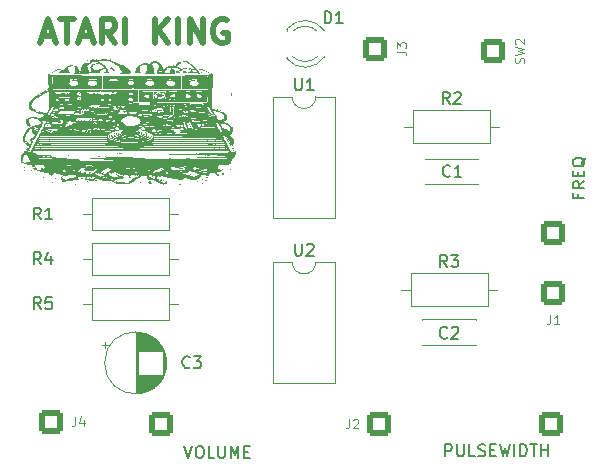
<source format=gto>
G04 #@! TF.GenerationSoftware,KiCad,Pcbnew,(6.0.2-0)*
G04 #@! TF.CreationDate,2024-07-24T16:16:59-04:00*
G04 #@! TF.ProjectId,Stepped_Tone_Generator,53746570-7065-4645-9f54-6f6e655f4765,rev?*
G04 #@! TF.SameCoordinates,Original*
G04 #@! TF.FileFunction,Legend,Top*
G04 #@! TF.FilePolarity,Positive*
%FSLAX46Y46*%
G04 Gerber Fmt 4.6, Leading zero omitted, Abs format (unit mm)*
G04 Created by KiCad (PCBNEW (6.0.2-0)) date 2024-07-24 16:16:59*
%MOMM*%
%LPD*%
G01*
G04 APERTURE LIST*
G04 Aperture macros list*
%AMRoundRect*
0 Rectangle with rounded corners*
0 $1 Rounding radius*
0 $2 $3 $4 $5 $6 $7 $8 $9 X,Y pos of 4 corners*
0 Add a 4 corners polygon primitive as box body*
4,1,4,$2,$3,$4,$5,$6,$7,$8,$9,$2,$3,0*
0 Add four circle primitives for the rounded corners*
1,1,$1+$1,$2,$3*
1,1,$1+$1,$4,$5*
1,1,$1+$1,$6,$7*
1,1,$1+$1,$8,$9*
0 Add four rect primitives between the rounded corners*
20,1,$1+$1,$2,$3,$4,$5,0*
20,1,$1+$1,$4,$5,$6,$7,0*
20,1,$1+$1,$6,$7,$8,$9,0*
20,1,$1+$1,$8,$9,$2,$3,0*%
G04 Aperture macros list end*
%ADD10C,0.500000*%
%ADD11C,0.150000*%
%ADD12C,0.120000*%
%ADD13C,1.600000*%
%ADD14O,1.600000X1.600000*%
%ADD15C,2.100000*%
%ADD16RoundRect,0.250001X-0.799999X-0.799999X0.799999X-0.799999X0.799999X0.799999X-0.799999X0.799999X0*%
%ADD17R,1.600000X1.600000*%
%ADD18RoundRect,0.250001X0.799999X0.799999X-0.799999X0.799999X-0.799999X-0.799999X0.799999X-0.799999X0*%
%ADD19RoundRect,0.250001X-0.799999X0.799999X-0.799999X-0.799999X0.799999X-0.799999X0.799999X0.799999X0*%
%ADD20RoundRect,0.250001X0.799999X-0.799999X0.799999X0.799999X-0.799999X0.799999X-0.799999X-0.799999X0*%
%ADD21R,1.800000X1.800000*%
%ADD22C,1.800000*%
G04 APERTURE END LIST*
D10*
X118342857Y-52733333D02*
X119295238Y-52733333D01*
X118152380Y-53304761D02*
X118819047Y-51304761D01*
X119485714Y-53304761D01*
X119866666Y-51304761D02*
X121009523Y-51304761D01*
X120438095Y-53304761D02*
X120438095Y-51304761D01*
X121580952Y-52733333D02*
X122533333Y-52733333D01*
X121390476Y-53304761D02*
X122057142Y-51304761D01*
X122723809Y-53304761D01*
X124533333Y-53304761D02*
X123866666Y-52352380D01*
X123390476Y-53304761D02*
X123390476Y-51304761D01*
X124152380Y-51304761D01*
X124342857Y-51400000D01*
X124438095Y-51495238D01*
X124533333Y-51685714D01*
X124533333Y-51971428D01*
X124438095Y-52161904D01*
X124342857Y-52257142D01*
X124152380Y-52352380D01*
X123390476Y-52352380D01*
X125390476Y-53304761D02*
X125390476Y-51304761D01*
X127866666Y-53304761D02*
X127866666Y-51304761D01*
X129009523Y-53304761D02*
X128152380Y-52161904D01*
X129009523Y-51304761D02*
X127866666Y-52447619D01*
X129866666Y-53304761D02*
X129866666Y-51304761D01*
X130819047Y-53304761D02*
X130819047Y-51304761D01*
X131961904Y-53304761D01*
X131961904Y-51304761D01*
X133961904Y-51400000D02*
X133771428Y-51304761D01*
X133485714Y-51304761D01*
X133200000Y-51400000D01*
X133009523Y-51590476D01*
X132914285Y-51780952D01*
X132819047Y-52161904D01*
X132819047Y-52447619D01*
X132914285Y-52828571D01*
X133009523Y-53019047D01*
X133200000Y-53209523D01*
X133485714Y-53304761D01*
X133676190Y-53304761D01*
X133961904Y-53209523D01*
X134057142Y-53114285D01*
X134057142Y-52447619D01*
X133676190Y-52447619D01*
D11*
X152633333Y-78257142D02*
X152585714Y-78304761D01*
X152442857Y-78352380D01*
X152347619Y-78352380D01*
X152204761Y-78304761D01*
X152109523Y-78209523D01*
X152061904Y-78114285D01*
X152014285Y-77923809D01*
X152014285Y-77780952D01*
X152061904Y-77590476D01*
X152109523Y-77495238D01*
X152204761Y-77400000D01*
X152347619Y-77352380D01*
X152442857Y-77352380D01*
X152585714Y-77400000D01*
X152633333Y-77447619D01*
X153014285Y-77447619D02*
X153061904Y-77400000D01*
X153157142Y-77352380D01*
X153395238Y-77352380D01*
X153490476Y-77400000D01*
X153538095Y-77447619D01*
X153585714Y-77542857D01*
X153585714Y-77638095D01*
X153538095Y-77780952D01*
X152966666Y-78352380D01*
X153585714Y-78352380D01*
X152633333Y-72282380D02*
X152300000Y-71806190D01*
X152061904Y-72282380D02*
X152061904Y-71282380D01*
X152442857Y-71282380D01*
X152538095Y-71330000D01*
X152585714Y-71377619D01*
X152633333Y-71472857D01*
X152633333Y-71615714D01*
X152585714Y-71710952D01*
X152538095Y-71758571D01*
X152442857Y-71806190D01*
X152061904Y-71806190D01*
X152966666Y-71282380D02*
X153585714Y-71282380D01*
X153252380Y-71663333D01*
X153395238Y-71663333D01*
X153490476Y-71710952D01*
X153538095Y-71758571D01*
X153585714Y-71853809D01*
X153585714Y-72091904D01*
X153538095Y-72187142D01*
X153490476Y-72234761D01*
X153395238Y-72282380D01*
X153109523Y-72282380D01*
X153014285Y-72234761D01*
X152966666Y-72187142D01*
X152833333Y-58482380D02*
X152500000Y-58006190D01*
X152261904Y-58482380D02*
X152261904Y-57482380D01*
X152642857Y-57482380D01*
X152738095Y-57530000D01*
X152785714Y-57577619D01*
X152833333Y-57672857D01*
X152833333Y-57815714D01*
X152785714Y-57910952D01*
X152738095Y-57958571D01*
X152642857Y-58006190D01*
X152261904Y-58006190D01*
X153214285Y-57577619D02*
X153261904Y-57530000D01*
X153357142Y-57482380D01*
X153595238Y-57482380D01*
X153690476Y-57530000D01*
X153738095Y-57577619D01*
X153785714Y-57672857D01*
X153785714Y-57768095D01*
X153738095Y-57910952D01*
X153166666Y-58482380D01*
X153785714Y-58482380D01*
X118233333Y-72052380D02*
X117900000Y-71576190D01*
X117661904Y-72052380D02*
X117661904Y-71052380D01*
X118042857Y-71052380D01*
X118138095Y-71100000D01*
X118185714Y-71147619D01*
X118233333Y-71242857D01*
X118233333Y-71385714D01*
X118185714Y-71480952D01*
X118138095Y-71528571D01*
X118042857Y-71576190D01*
X117661904Y-71576190D01*
X119090476Y-71385714D02*
X119090476Y-72052380D01*
X118852380Y-71004761D02*
X118614285Y-71719047D01*
X119233333Y-71719047D01*
X130390476Y-87452380D02*
X130723809Y-88452380D01*
X131057142Y-87452380D01*
X131580952Y-87452380D02*
X131771428Y-87452380D01*
X131866666Y-87500000D01*
X131961904Y-87595238D01*
X132009523Y-87785714D01*
X132009523Y-88119047D01*
X131961904Y-88309523D01*
X131866666Y-88404761D01*
X131771428Y-88452380D01*
X131580952Y-88452380D01*
X131485714Y-88404761D01*
X131390476Y-88309523D01*
X131342857Y-88119047D01*
X131342857Y-87785714D01*
X131390476Y-87595238D01*
X131485714Y-87500000D01*
X131580952Y-87452380D01*
X132914285Y-88452380D02*
X132438095Y-88452380D01*
X132438095Y-87452380D01*
X133247619Y-87452380D02*
X133247619Y-88261904D01*
X133295238Y-88357142D01*
X133342857Y-88404761D01*
X133438095Y-88452380D01*
X133628571Y-88452380D01*
X133723809Y-88404761D01*
X133771428Y-88357142D01*
X133819047Y-88261904D01*
X133819047Y-87452380D01*
X134295238Y-88452380D02*
X134295238Y-87452380D01*
X134628571Y-88166666D01*
X134961904Y-87452380D01*
X134961904Y-88452380D01*
X135438095Y-87928571D02*
X135771428Y-87928571D01*
X135914285Y-88452380D02*
X135438095Y-88452380D01*
X135438095Y-87452380D01*
X135914285Y-87452380D01*
D12*
X121140000Y-84972857D02*
X121140000Y-85530000D01*
X121102857Y-85641428D01*
X121028571Y-85715714D01*
X120917142Y-85752857D01*
X120842857Y-85752857D01*
X121845714Y-85232857D02*
X121845714Y-85752857D01*
X121660000Y-84935714D02*
X121474285Y-85492857D01*
X121957142Y-85492857D01*
X159115714Y-55040000D02*
X159152857Y-54928571D01*
X159152857Y-54742857D01*
X159115714Y-54668571D01*
X159078571Y-54631428D01*
X159004285Y-54594285D01*
X158930000Y-54594285D01*
X158855714Y-54631428D01*
X158818571Y-54668571D01*
X158781428Y-54742857D01*
X158744285Y-54891428D01*
X158707142Y-54965714D01*
X158670000Y-55002857D01*
X158595714Y-55040000D01*
X158521428Y-55040000D01*
X158447142Y-55002857D01*
X158410000Y-54965714D01*
X158372857Y-54891428D01*
X158372857Y-54705714D01*
X158410000Y-54594285D01*
X158372857Y-54334285D02*
X159152857Y-54148571D01*
X158595714Y-54000000D01*
X159152857Y-53851428D01*
X158372857Y-53665714D01*
X158447142Y-53405714D02*
X158410000Y-53368571D01*
X158372857Y-53294285D01*
X158372857Y-53108571D01*
X158410000Y-53034285D01*
X158447142Y-52997142D01*
X158521428Y-52960000D01*
X158595714Y-52960000D01*
X158707142Y-52997142D01*
X159152857Y-53442857D01*
X159152857Y-52960000D01*
D11*
X139748095Y-70322380D02*
X139748095Y-71131904D01*
X139795714Y-71227142D01*
X139843333Y-71274761D01*
X139938571Y-71322380D01*
X140129047Y-71322380D01*
X140224285Y-71274761D01*
X140271904Y-71227142D01*
X140319523Y-71131904D01*
X140319523Y-70322380D01*
X140748095Y-70417619D02*
X140795714Y-70370000D01*
X140890952Y-70322380D01*
X141129047Y-70322380D01*
X141224285Y-70370000D01*
X141271904Y-70417619D01*
X141319523Y-70512857D01*
X141319523Y-70608095D01*
X141271904Y-70750952D01*
X140700476Y-71322380D01*
X141319523Y-71322380D01*
X118233333Y-75852380D02*
X117900000Y-75376190D01*
X117661904Y-75852380D02*
X117661904Y-74852380D01*
X118042857Y-74852380D01*
X118138095Y-74900000D01*
X118185714Y-74947619D01*
X118233333Y-75042857D01*
X118233333Y-75185714D01*
X118185714Y-75280952D01*
X118138095Y-75328571D01*
X118042857Y-75376190D01*
X117661904Y-75376190D01*
X119138095Y-74852380D02*
X118661904Y-74852380D01*
X118614285Y-75328571D01*
X118661904Y-75280952D01*
X118757142Y-75233333D01*
X118995238Y-75233333D01*
X119090476Y-75280952D01*
X119138095Y-75328571D01*
X119185714Y-75423809D01*
X119185714Y-75661904D01*
X119138095Y-75757142D01*
X119090476Y-75804761D01*
X118995238Y-75852380D01*
X118757142Y-75852380D01*
X118661904Y-75804761D01*
X118614285Y-75757142D01*
X152466666Y-88302380D02*
X152466666Y-87302380D01*
X152847619Y-87302380D01*
X152942857Y-87350000D01*
X152990476Y-87397619D01*
X153038095Y-87492857D01*
X153038095Y-87635714D01*
X152990476Y-87730952D01*
X152942857Y-87778571D01*
X152847619Y-87826190D01*
X152466666Y-87826190D01*
X153466666Y-87302380D02*
X153466666Y-88111904D01*
X153514285Y-88207142D01*
X153561904Y-88254761D01*
X153657142Y-88302380D01*
X153847619Y-88302380D01*
X153942857Y-88254761D01*
X153990476Y-88207142D01*
X154038095Y-88111904D01*
X154038095Y-87302380D01*
X154990476Y-88302380D02*
X154514285Y-88302380D01*
X154514285Y-87302380D01*
X155276190Y-88254761D02*
X155419047Y-88302380D01*
X155657142Y-88302380D01*
X155752380Y-88254761D01*
X155800000Y-88207142D01*
X155847619Y-88111904D01*
X155847619Y-88016666D01*
X155800000Y-87921428D01*
X155752380Y-87873809D01*
X155657142Y-87826190D01*
X155466666Y-87778571D01*
X155371428Y-87730952D01*
X155323809Y-87683333D01*
X155276190Y-87588095D01*
X155276190Y-87492857D01*
X155323809Y-87397619D01*
X155371428Y-87350000D01*
X155466666Y-87302380D01*
X155704761Y-87302380D01*
X155847619Y-87350000D01*
X156276190Y-87778571D02*
X156609523Y-87778571D01*
X156752380Y-88302380D02*
X156276190Y-88302380D01*
X156276190Y-87302380D01*
X156752380Y-87302380D01*
X157085714Y-87302380D02*
X157323809Y-88302380D01*
X157514285Y-87588095D01*
X157704761Y-88302380D01*
X157942857Y-87302380D01*
X158323809Y-88302380D02*
X158323809Y-87302380D01*
X158800000Y-88302380D02*
X158800000Y-87302380D01*
X159038095Y-87302380D01*
X159180952Y-87350000D01*
X159276190Y-87445238D01*
X159323809Y-87540476D01*
X159371428Y-87730952D01*
X159371428Y-87873809D01*
X159323809Y-88064285D01*
X159276190Y-88159523D01*
X159180952Y-88254761D01*
X159038095Y-88302380D01*
X158800000Y-88302380D01*
X159657142Y-87302380D02*
X160228571Y-87302380D01*
X159942857Y-88302380D02*
X159942857Y-87302380D01*
X160561904Y-88302380D02*
X160561904Y-87302380D01*
X160561904Y-87778571D02*
X161133333Y-87778571D01*
X161133333Y-88302380D02*
X161133333Y-87302380D01*
X130833333Y-80757142D02*
X130785714Y-80804761D01*
X130642857Y-80852380D01*
X130547619Y-80852380D01*
X130404761Y-80804761D01*
X130309523Y-80709523D01*
X130261904Y-80614285D01*
X130214285Y-80423809D01*
X130214285Y-80280952D01*
X130261904Y-80090476D01*
X130309523Y-79995238D01*
X130404761Y-79900000D01*
X130547619Y-79852380D01*
X130642857Y-79852380D01*
X130785714Y-79900000D01*
X130833333Y-79947619D01*
X131166666Y-79852380D02*
X131785714Y-79852380D01*
X131452380Y-80233333D01*
X131595238Y-80233333D01*
X131690476Y-80280952D01*
X131738095Y-80328571D01*
X131785714Y-80423809D01*
X131785714Y-80661904D01*
X131738095Y-80757142D01*
X131690476Y-80804761D01*
X131595238Y-80852380D01*
X131309523Y-80852380D01*
X131214285Y-80804761D01*
X131166666Y-80757142D01*
D12*
X148372857Y-54060000D02*
X148930000Y-54060000D01*
X149041428Y-54097142D01*
X149115714Y-54171428D01*
X149152857Y-54282857D01*
X149152857Y-54357142D01*
X148372857Y-53762857D02*
X148372857Y-53280000D01*
X148670000Y-53540000D01*
X148670000Y-53428571D01*
X148707142Y-53354285D01*
X148744285Y-53317142D01*
X148818571Y-53280000D01*
X149004285Y-53280000D01*
X149078571Y-53317142D01*
X149115714Y-53354285D01*
X149152857Y-53428571D01*
X149152857Y-53651428D01*
X149115714Y-53725714D01*
X149078571Y-53762857D01*
D11*
X118233333Y-68252380D02*
X117900000Y-67776190D01*
X117661904Y-68252380D02*
X117661904Y-67252380D01*
X118042857Y-67252380D01*
X118138095Y-67300000D01*
X118185714Y-67347619D01*
X118233333Y-67442857D01*
X118233333Y-67585714D01*
X118185714Y-67680952D01*
X118138095Y-67728571D01*
X118042857Y-67776190D01*
X117661904Y-67776190D01*
X119185714Y-68252380D02*
X118614285Y-68252380D01*
X118900000Y-68252380D02*
X118900000Y-67252380D01*
X118804761Y-67395238D01*
X118709523Y-67490476D01*
X118614285Y-67538095D01*
X152883333Y-64557142D02*
X152835714Y-64604761D01*
X152692857Y-64652380D01*
X152597619Y-64652380D01*
X152454761Y-64604761D01*
X152359523Y-64509523D01*
X152311904Y-64414285D01*
X152264285Y-64223809D01*
X152264285Y-64080952D01*
X152311904Y-63890476D01*
X152359523Y-63795238D01*
X152454761Y-63700000D01*
X152597619Y-63652380D01*
X152692857Y-63652380D01*
X152835714Y-63700000D01*
X152883333Y-63747619D01*
X153835714Y-64652380D02*
X153264285Y-64652380D01*
X153550000Y-64652380D02*
X153550000Y-63652380D01*
X153454761Y-63795238D01*
X153359523Y-63890476D01*
X153264285Y-63938095D01*
D12*
X161340000Y-76372857D02*
X161340000Y-76930000D01*
X161302857Y-77041428D01*
X161228571Y-77115714D01*
X161117142Y-77152857D01*
X161042857Y-77152857D01*
X162120000Y-77152857D02*
X161674285Y-77152857D01*
X161897142Y-77152857D02*
X161897142Y-76372857D01*
X161822857Y-76484285D01*
X161748571Y-76558571D01*
X161674285Y-76595714D01*
D11*
X139748095Y-56322380D02*
X139748095Y-57131904D01*
X139795714Y-57227142D01*
X139843333Y-57274761D01*
X139938571Y-57322380D01*
X140129047Y-57322380D01*
X140224285Y-57274761D01*
X140271904Y-57227142D01*
X140319523Y-57131904D01*
X140319523Y-56322380D01*
X141319523Y-57322380D02*
X140748095Y-57322380D01*
X141033809Y-57322380D02*
X141033809Y-56322380D01*
X140938571Y-56465238D01*
X140843333Y-56560476D01*
X140748095Y-56608095D01*
X163728571Y-66133333D02*
X163728571Y-66466666D01*
X164252380Y-66466666D02*
X163252380Y-66466666D01*
X163252380Y-65990476D01*
X164252380Y-65038095D02*
X163776190Y-65371428D01*
X164252380Y-65609523D02*
X163252380Y-65609523D01*
X163252380Y-65228571D01*
X163300000Y-65133333D01*
X163347619Y-65085714D01*
X163442857Y-65038095D01*
X163585714Y-65038095D01*
X163680952Y-65085714D01*
X163728571Y-65133333D01*
X163776190Y-65228571D01*
X163776190Y-65609523D01*
X163728571Y-64609523D02*
X163728571Y-64276190D01*
X164252380Y-64133333D02*
X164252380Y-64609523D01*
X163252380Y-64609523D01*
X163252380Y-64133333D01*
X164347619Y-63038095D02*
X164300000Y-63133333D01*
X164204761Y-63228571D01*
X164061904Y-63371428D01*
X164014285Y-63466666D01*
X164014285Y-63561904D01*
X164252380Y-63514285D02*
X164204761Y-63609523D01*
X164109523Y-63704761D01*
X163919047Y-63752380D01*
X163585714Y-63752380D01*
X163395238Y-63704761D01*
X163300000Y-63609523D01*
X163252380Y-63514285D01*
X163252380Y-63323809D01*
X163300000Y-63228571D01*
X163395238Y-63133333D01*
X163585714Y-63085714D01*
X163919047Y-63085714D01*
X164109523Y-63133333D01*
X164204761Y-63228571D01*
X164252380Y-63323809D01*
X164252380Y-63514285D01*
D12*
X144340000Y-85172857D02*
X144340000Y-85730000D01*
X144302857Y-85841428D01*
X144228571Y-85915714D01*
X144117142Y-85952857D01*
X144042857Y-85952857D01*
X144674285Y-85247142D02*
X144711428Y-85210000D01*
X144785714Y-85172857D01*
X144971428Y-85172857D01*
X145045714Y-85210000D01*
X145082857Y-85247142D01*
X145120000Y-85321428D01*
X145120000Y-85395714D01*
X145082857Y-85507142D01*
X144637142Y-85952857D01*
X145120000Y-85952857D01*
D11*
X142261904Y-51652380D02*
X142261904Y-50652380D01*
X142500000Y-50652380D01*
X142642857Y-50700000D01*
X142738095Y-50795238D01*
X142785714Y-50890476D01*
X142833333Y-51080952D01*
X142833333Y-51223809D01*
X142785714Y-51414285D01*
X142738095Y-51509523D01*
X142642857Y-51604761D01*
X142500000Y-51652380D01*
X142261904Y-51652380D01*
X143785714Y-51652380D02*
X143214285Y-51652380D01*
X143500000Y-51652380D02*
X143500000Y-50652380D01*
X143404761Y-50795238D01*
X143309523Y-50890476D01*
X143214285Y-50938095D01*
D12*
X155070000Y-76730000D02*
X150530000Y-76730000D01*
X150530000Y-76745000D02*
X150530000Y-76730000D01*
X150530000Y-78870000D02*
X150530000Y-78855000D01*
X155070000Y-76745000D02*
X155070000Y-76730000D01*
X155070000Y-78870000D02*
X150530000Y-78870000D01*
X155070000Y-78870000D02*
X155070000Y-78855000D01*
G36*
X124770821Y-64497679D02*
G01*
X124799966Y-64516986D01*
X124817625Y-64538184D01*
X124816760Y-64549764D01*
X124790309Y-64558175D01*
X124751524Y-64558390D01*
X124726581Y-64551761D01*
X124714057Y-64533018D01*
X124716077Y-64509508D01*
X124730049Y-64492180D01*
X124741380Y-64489247D01*
X124770821Y-64497679D01*
G37*
G36*
X132850262Y-62572819D02*
G01*
X132840735Y-62578680D01*
X132831207Y-62572819D01*
X132840735Y-62566959D01*
X132850262Y-62572819D01*
G37*
G36*
X118559189Y-62232902D02*
G01*
X118549662Y-62238763D01*
X118540135Y-62232902D01*
X118549662Y-62227042D01*
X118559189Y-62232902D01*
G37*
G36*
X117492123Y-62057083D02*
G01*
X117482595Y-62062944D01*
X117473068Y-62057083D01*
X117482595Y-62051222D01*
X117492123Y-62057083D01*
G37*
G36*
X130579978Y-60464741D02*
G01*
X130608582Y-60464741D01*
X130628332Y-60468754D01*
X130637576Y-60468851D01*
X130670431Y-60461851D01*
X130678019Y-60451269D01*
X130668970Y-60435659D01*
X130661297Y-60433687D01*
X130636464Y-60441706D01*
X130620855Y-60451269D01*
X130608582Y-60464741D01*
X130579978Y-60464741D01*
X130568912Y-60438087D01*
X130562428Y-60422852D01*
X130601800Y-60422852D01*
X130615849Y-60428222D01*
X130630382Y-60426204D01*
X130655589Y-60414901D01*
X130658964Y-60409358D01*
X130644916Y-60403987D01*
X130630382Y-60406005D01*
X130605175Y-60417308D01*
X130601800Y-60422852D01*
X130562428Y-60422852D01*
X130542247Y-60375435D01*
X130512026Y-60305792D01*
X130508973Y-60298826D01*
X130481076Y-60234425D01*
X130535108Y-60234425D01*
X130540943Y-60243651D01*
X130562566Y-60246146D01*
X130594135Y-60241364D01*
X130601800Y-60234425D01*
X130586448Y-60223912D01*
X130574342Y-60222704D01*
X130541901Y-60229847D01*
X130535108Y-60234425D01*
X130481076Y-60234425D01*
X130478820Y-60229218D01*
X130452453Y-60166688D01*
X130431406Y-60115013D01*
X130417213Y-60077966D01*
X130411407Y-60059322D01*
X130411346Y-60058540D01*
X130424108Y-60046590D01*
X130465986Y-60039917D01*
X130501857Y-60038086D01*
X130554304Y-60037660D01*
X130571775Y-60041233D01*
X130563690Y-60046698D01*
X130519651Y-60056965D01*
X130499381Y-60058426D01*
X130475652Y-60062370D01*
X130471110Y-60078189D01*
X130475562Y-60095235D01*
X130483951Y-60124230D01*
X130487471Y-60142749D01*
X130487471Y-60142812D01*
X130499904Y-60147824D01*
X130511290Y-60144957D01*
X130522788Y-60143409D01*
X130508957Y-60155987D01*
X130495822Y-60171309D01*
X130502076Y-60175819D01*
X130518241Y-60184872D01*
X130518700Y-60190470D01*
X130524474Y-60204981D01*
X130554925Y-60210466D01*
X130577982Y-60210803D01*
X130599433Y-60208640D01*
X130585052Y-60200392D01*
X130584470Y-60200165D01*
X130565551Y-60182824D01*
X130573218Y-60187540D01*
X130582745Y-60181679D01*
X130573218Y-60175819D01*
X130564551Y-60181149D01*
X130551620Y-60151988D01*
X130550155Y-60144992D01*
X130540478Y-60114142D01*
X130525991Y-60094497D01*
X130522578Y-60092628D01*
X130514285Y-60081785D01*
X130519693Y-60078426D01*
X130541378Y-60075563D01*
X130561044Y-60086411D01*
X130580667Y-60113499D01*
X130602219Y-60159352D01*
X130621041Y-60208133D01*
X130641786Y-60268161D01*
X130652114Y-60308193D01*
X130652005Y-60330786D01*
X130641441Y-60338497D01*
X130620401Y-60333883D01*
X130620088Y-60333764D01*
X130609053Y-60323472D01*
X130623584Y-60315188D01*
X130636302Y-60307207D01*
X130613758Y-60304932D01*
X130589796Y-60301621D01*
X130599406Y-60288951D01*
X130600392Y-60288214D01*
X130610420Y-60270740D01*
X130591512Y-60261809D01*
X130555396Y-60265059D01*
X130535528Y-60275222D01*
X130545790Y-60288026D01*
X130557968Y-60307606D01*
X130554679Y-60315961D01*
X130555086Y-60327136D01*
X130561968Y-60328195D01*
X130573416Y-60336759D01*
X130570581Y-60345777D01*
X130571141Y-60360840D01*
X130580109Y-60363359D01*
X130592631Y-60371830D01*
X130590169Y-60380086D01*
X130591379Y-60391697D01*
X130619350Y-60390440D01*
X130651044Y-60380902D01*
X130658964Y-60373022D01*
X130647159Y-60367299D01*
X130639909Y-60369220D01*
X130622351Y-60368290D01*
X130620855Y-60364051D01*
X130636217Y-60352964D01*
X130648702Y-60351638D01*
X130671744Y-60362468D01*
X130693060Y-60391565D01*
X130697684Y-60401453D01*
X130722114Y-60459065D01*
X130740290Y-60497813D01*
X130756438Y-60521375D01*
X130774781Y-60533426D01*
X130799542Y-60537644D01*
X130834945Y-60537704D01*
X130853839Y-60537376D01*
X130909412Y-60535627D01*
X130935519Y-60530631D01*
X130940791Y-60519717D01*
X130938329Y-60511254D01*
X130929210Y-60486267D01*
X130915597Y-60448199D01*
X130905281Y-60419035D01*
X130886407Y-60376701D01*
X130866215Y-60355312D01*
X130851243Y-60351458D01*
X130831131Y-60349555D01*
X130844416Y-60341091D01*
X130849512Y-60338845D01*
X130866813Y-60327179D01*
X130854157Y-60320441D01*
X130838697Y-60308890D01*
X130840990Y-60303752D01*
X130838218Y-60293680D01*
X130832180Y-60293031D01*
X130820731Y-60284468D01*
X130823566Y-60275450D01*
X130823238Y-60260380D01*
X130814535Y-60257868D01*
X130801467Y-60248396D01*
X130801875Y-60234425D01*
X130800725Y-60215604D01*
X130791852Y-60210983D01*
X130782346Y-60202354D01*
X130785540Y-60193268D01*
X130785871Y-60180908D01*
X130761123Y-60182652D01*
X130738403Y-60186120D01*
X130749205Y-60179551D01*
X130753975Y-60177452D01*
X130771119Y-60165749D01*
X130769595Y-60148092D01*
X130756979Y-60126531D01*
X130739438Y-60096441D01*
X130730453Y-60074613D01*
X130730247Y-60073258D01*
X130713314Y-60060028D01*
X130698662Y-60057863D01*
X130689329Y-60054227D01*
X130714131Y-60045890D01*
X130749585Y-60038578D01*
X130763893Y-60037842D01*
X130770673Y-60049668D01*
X130785877Y-60079268D01*
X130807125Y-60121937D01*
X130827740Y-60164097D01*
X130860607Y-60231593D01*
X130897484Y-60306962D01*
X130932229Y-60377665D01*
X130944707Y-60402948D01*
X130968947Y-60454656D01*
X130988100Y-60500617D01*
X130999673Y-60534554D01*
X131001950Y-60547057D01*
X131000763Y-60559891D01*
X130992565Y-60567976D01*
X130970403Y-60572227D01*
X130927323Y-60573557D01*
X130856371Y-60572884D01*
X130811402Y-60572135D01*
X130731095Y-60570749D01*
X130666990Y-60569615D01*
X130627288Y-60568879D01*
X130618423Y-60568681D01*
X130614495Y-60558682D01*
X130611343Y-60545039D01*
X130605084Y-60526794D01*
X130591373Y-60492293D01*
X130639909Y-60492293D01*
X130653972Y-60503677D01*
X130658366Y-60504014D01*
X130668850Y-60512606D01*
X130665855Y-60521596D01*
X130669047Y-60536601D01*
X130685508Y-60539178D01*
X130712159Y-60533699D01*
X130716129Y-60528416D01*
X130705585Y-60500875D01*
X130680462Y-60482978D01*
X130666453Y-60480572D01*
X130642432Y-60487320D01*
X130639909Y-60492293D01*
X130591373Y-60492293D01*
X130590399Y-60489842D01*
X130579978Y-60464741D01*
G37*
G36*
X132271881Y-64937264D02*
G01*
X132294219Y-64958665D01*
X132289816Y-64982820D01*
X132259811Y-65003508D01*
X132205343Y-65014511D01*
X132205242Y-65014517D01*
X132163690Y-65014839D01*
X132147748Y-65004820D01*
X132145528Y-64985214D01*
X132155463Y-64946013D01*
X132184901Y-64926622D01*
X132221664Y-64924839D01*
X132271881Y-64937264D01*
G37*
G36*
X131440210Y-59384633D02*
G01*
X131430682Y-59390493D01*
X131421155Y-59384633D01*
X131430682Y-59378772D01*
X131440210Y-59384633D01*
G37*
G36*
X118590947Y-62523981D02*
G01*
X118593228Y-62537891D01*
X118590947Y-62539609D01*
X118579619Y-62538000D01*
X118578244Y-62531795D01*
X118585216Y-62522147D01*
X118590947Y-62523981D01*
G37*
G36*
X130773293Y-60240286D02*
G01*
X130763765Y-60246146D01*
X130754238Y-60240286D01*
X130763765Y-60234425D01*
X130773293Y-60240286D01*
G37*
G36*
X124523330Y-62057083D02*
G01*
X124513803Y-62062944D01*
X124504276Y-62057083D01*
X124513803Y-62051222D01*
X124523330Y-62057083D01*
G37*
G36*
X129814203Y-56921212D02*
G01*
X129816484Y-56935122D01*
X129814203Y-56936840D01*
X129802875Y-56935231D01*
X129801500Y-56929026D01*
X129808472Y-56919378D01*
X129814203Y-56921212D01*
G37*
G36*
X127102077Y-60900918D02*
G01*
X127126986Y-60919725D01*
X127159284Y-60951959D01*
X127183623Y-60980384D01*
X127222608Y-61053016D01*
X127223633Y-61125284D01*
X127186652Y-61197326D01*
X127111622Y-61269278D01*
X127081118Y-61291254D01*
X126966774Y-61353798D01*
X126818023Y-61409794D01*
X126637382Y-61458494D01*
X126427368Y-61499149D01*
X126333533Y-61513295D01*
X126205105Y-61526894D01*
X126051698Y-61536356D01*
X125885914Y-61541433D01*
X125720357Y-61541874D01*
X125567628Y-61537429D01*
X125466541Y-61530504D01*
X125242632Y-61505469D01*
X125050413Y-61474252D01*
X124884275Y-61435481D01*
X124738610Y-61387787D01*
X124607810Y-61329799D01*
X124575430Y-61312805D01*
X124476720Y-61247527D01*
X124412337Y-61178298D01*
X124383151Y-61107059D01*
X124390033Y-61035754D01*
X124424849Y-60976591D01*
X124455076Y-60943665D01*
X124477843Y-60924725D01*
X124489583Y-60921344D01*
X124486730Y-60935096D01*
X124475016Y-60954473D01*
X124451333Y-61004073D01*
X124453397Y-61051449D01*
X124482204Y-61104463D01*
X124496347Y-61122810D01*
X124570421Y-61190251D01*
X124677450Y-61252621D01*
X124812462Y-61307149D01*
X124847261Y-61318387D01*
X125079164Y-61377909D01*
X125328778Y-61419913D01*
X125589598Y-61444342D01*
X125855122Y-61451140D01*
X126118843Y-61440251D01*
X126374259Y-61411620D01*
X126614864Y-61365190D01*
X126730099Y-61334545D01*
X126876934Y-61283518D01*
X126993923Y-61226317D01*
X127079596Y-61164485D01*
X127132481Y-61099562D01*
X127151106Y-61033091D01*
X127133999Y-60966614D01*
X127112042Y-60934403D01*
X127090295Y-60906181D01*
X127087511Y-60895905D01*
X127102077Y-60900918D01*
G37*
G36*
X131916547Y-65146259D02*
G01*
X131934983Y-65190418D01*
X131936236Y-65194551D01*
X131944654Y-65225918D01*
X131943311Y-65237258D01*
X131930089Y-65231509D01*
X131916579Y-65221827D01*
X131884733Y-65206951D01*
X131867733Y-65204245D01*
X131836230Y-65196542D01*
X131833425Y-65173840D01*
X131845653Y-65153237D01*
X131872082Y-65127760D01*
X131895647Y-65125404D01*
X131916547Y-65146259D01*
G37*
G36*
X129839609Y-62479049D02*
G01*
X129830082Y-62484910D01*
X129820555Y-62479049D01*
X129830082Y-62473188D01*
X129839609Y-62479049D01*
G37*
G36*
X129717483Y-58597853D02*
G01*
X129724925Y-58613758D01*
X129715816Y-58620517D01*
X129682447Y-58619926D01*
X129639534Y-58616003D01*
X129599455Y-58611051D01*
X129596921Y-58607835D01*
X129611905Y-58606831D01*
X129657906Y-58600454D01*
X129682736Y-58591487D01*
X129703923Y-58585261D01*
X129717483Y-58597853D01*
G37*
G36*
X128886871Y-60967005D02*
G01*
X128877344Y-60972865D01*
X128867816Y-60967005D01*
X128877344Y-60961144D01*
X128886871Y-60967005D01*
G37*
G36*
X126047711Y-64541993D02*
G01*
X126038184Y-64547854D01*
X126028657Y-64541993D01*
X126038184Y-64536133D01*
X126047711Y-64541993D01*
G37*
G36*
X133117029Y-62572819D02*
G01*
X133107501Y-62578680D01*
X133097974Y-62572819D01*
X133107501Y-62566959D01*
X133117029Y-62572819D01*
G37*
G36*
X121636534Y-64719434D02*
G01*
X121661605Y-64727754D01*
X121665116Y-64730788D01*
X121649556Y-64734885D01*
X121636534Y-64735394D01*
X121611171Y-64729260D01*
X121607951Y-64724041D01*
X121621919Y-64717592D01*
X121636534Y-64719434D01*
G37*
G36*
X119162590Y-62523981D02*
G01*
X119159975Y-62530949D01*
X119149887Y-62531795D01*
X119134203Y-62527506D01*
X119137184Y-62523981D01*
X119159797Y-62522578D01*
X119162590Y-62523981D01*
G37*
G36*
X126257314Y-64541993D02*
G01*
X126247786Y-64547854D01*
X126238259Y-64541993D01*
X126247786Y-64536133D01*
X126257314Y-64541993D01*
G37*
G36*
X118572266Y-61718877D02*
G01*
X118568717Y-61723027D01*
X118550763Y-61734221D01*
X118547413Y-61734748D01*
X118546113Y-61727177D01*
X118549662Y-61723027D01*
X118567616Y-61711833D01*
X118570966Y-61711306D01*
X118572266Y-61718877D01*
G37*
G36*
X128538226Y-58938359D02*
G01*
X128553413Y-58945085D01*
X128560615Y-58955298D01*
X128559301Y-58955638D01*
X128538848Y-58951602D01*
X128505776Y-58945085D01*
X128474277Y-58938225D01*
X128477872Y-58935435D01*
X128499888Y-58934532D01*
X128538226Y-58938359D01*
G37*
G36*
X131720870Y-62630205D02*
G01*
X131715187Y-62635532D01*
X131695861Y-62636361D01*
X131675529Y-62633498D01*
X131684349Y-62629279D01*
X131714129Y-62627882D01*
X131720870Y-62630205D01*
G37*
G36*
X132221455Y-61728887D02*
G01*
X132211927Y-61734748D01*
X132202400Y-61728887D01*
X132211927Y-61723027D01*
X132221455Y-61728887D01*
G37*
G36*
X121514449Y-57596812D02*
G01*
X121523636Y-57614054D01*
X121527411Y-57646066D01*
X121512965Y-57663916D01*
X121488435Y-57665002D01*
X121461958Y-57646727D01*
X121454303Y-57636205D01*
X121444611Y-57610039D01*
X121458643Y-57595718D01*
X121459539Y-57595360D01*
X121494271Y-57586500D01*
X121514449Y-57596812D01*
G37*
G36*
X118273368Y-62057083D02*
G01*
X118263840Y-62062944D01*
X118254313Y-62057083D01*
X118263840Y-62051222D01*
X118273368Y-62057083D01*
G37*
G36*
X133345686Y-61260037D02*
G01*
X133336159Y-61265897D01*
X133326631Y-61260037D01*
X133336159Y-61254176D01*
X133345686Y-61260037D01*
G37*
G36*
X135460765Y-56114397D02*
G01*
X135451237Y-56120258D01*
X135441710Y-56114397D01*
X135451237Y-56108537D01*
X135460765Y-56114397D01*
G37*
G36*
X133852262Y-64822838D02*
G01*
X133855798Y-64831362D01*
X133833623Y-64847585D01*
X133804023Y-64848196D01*
X133797046Y-64845037D01*
X133784424Y-64828240D01*
X133805751Y-64818484D01*
X133823643Y-64817443D01*
X133852262Y-64822838D01*
G37*
G36*
X130032580Y-65255401D02*
G01*
X130064321Y-65271340D01*
X130076319Y-65303641D01*
X130077169Y-65318528D01*
X130077593Y-65343812D01*
X130077791Y-65354574D01*
X130060854Y-65352386D01*
X130018242Y-65349300D01*
X129996811Y-65348039D01*
X129946703Y-65342960D01*
X129916833Y-65335519D01*
X129913447Y-65332505D01*
X129908695Y-65310766D01*
X129908683Y-65310713D01*
X129894246Y-65292577D01*
X129893323Y-65291985D01*
X129883624Y-65275050D01*
X129904879Y-65260532D01*
X129949980Y-65252036D01*
X129973907Y-65251130D01*
X130032580Y-65255401D01*
G37*
G36*
X120667916Y-62852176D02*
G01*
X120665301Y-62859144D01*
X120655213Y-62859990D01*
X120639529Y-62855702D01*
X120642510Y-62852176D01*
X120665124Y-62850773D01*
X120667916Y-62852176D01*
G37*
G36*
X123683202Y-60049326D02*
G01*
X123680867Y-60060226D01*
X123670372Y-60069050D01*
X123657919Y-60060179D01*
X123650927Y-60042923D01*
X123654431Y-60038291D01*
X123673268Y-60036366D01*
X123683202Y-60049326D01*
G37*
G36*
X120845761Y-62725196D02*
G01*
X120836234Y-62731056D01*
X120826706Y-62725196D01*
X120836234Y-62719335D01*
X120845761Y-62725196D01*
G37*
G36*
X118768792Y-62057083D02*
G01*
X118759264Y-62062944D01*
X118749737Y-62057083D01*
X118759264Y-62051222D01*
X118768792Y-62057083D01*
G37*
G36*
X133726781Y-63979372D02*
G01*
X133717254Y-63985233D01*
X133707726Y-63979372D01*
X133717254Y-63973511D01*
X133726781Y-63979372D01*
G37*
G36*
X127591147Y-62701753D02*
G01*
X127581620Y-62707614D01*
X127572093Y-62701753D01*
X127581620Y-62695893D01*
X127591147Y-62701753D01*
G37*
G36*
X132024357Y-64519871D02*
G01*
X132021380Y-64524411D01*
X132004257Y-64535593D01*
X132001201Y-64536133D01*
X131993016Y-64527064D01*
X131992798Y-64524411D01*
X132007446Y-64513140D01*
X132012977Y-64512690D01*
X132024357Y-64519871D01*
G37*
G36*
X128420261Y-64623295D02*
G01*
X128445186Y-64635148D01*
X128443727Y-64648511D01*
X128442900Y-64649044D01*
X128426375Y-64646566D01*
X128420010Y-64641605D01*
X128393245Y-64633110D01*
X128380603Y-64634452D01*
X128350786Y-64633644D01*
X128343296Y-64629391D01*
X128350553Y-64621120D01*
X128379671Y-64618181D01*
X128420261Y-64623295D01*
G37*
G36*
X126790847Y-62256345D02*
G01*
X126781320Y-62262205D01*
X126771792Y-62256345D01*
X126781320Y-62250484D01*
X126790847Y-62256345D01*
G37*
G36*
X132996349Y-62570866D02*
G01*
X132993733Y-62577834D01*
X132983645Y-62578680D01*
X132967961Y-62574391D01*
X132970942Y-62570866D01*
X132993556Y-62569463D01*
X132996349Y-62570866D01*
G37*
G36*
X118311477Y-61400692D02*
G01*
X118301950Y-61406552D01*
X118292423Y-61400692D01*
X118301950Y-61394831D01*
X118311477Y-61400692D01*
G37*
G36*
X122057109Y-62475258D02*
G01*
X122136721Y-62476151D01*
X122182842Y-62477095D01*
X122193010Y-62477948D01*
X122169381Y-62478679D01*
X122114114Y-62479254D01*
X122029364Y-62479642D01*
X121917287Y-62479810D01*
X121893773Y-62479815D01*
X121776886Y-62479691D01*
X121686927Y-62479341D01*
X121626053Y-62478797D01*
X121596419Y-62478093D01*
X121600184Y-62477260D01*
X121639503Y-62476331D01*
X121650825Y-62476151D01*
X121775916Y-62474951D01*
X121918280Y-62474653D01*
X122057109Y-62475258D01*
G37*
G36*
X131592648Y-62631426D02*
G01*
X131583120Y-62637286D01*
X131573593Y-62631426D01*
X131583120Y-62625565D01*
X131592648Y-62631426D01*
G37*
G36*
X124628132Y-64407199D02*
G01*
X124652637Y-64428426D01*
X124653866Y-64449508D01*
X124642423Y-64457876D01*
X124615350Y-64458187D01*
X124585258Y-64453085D01*
X124548365Y-64438949D01*
X124549046Y-64421608D01*
X124570967Y-64407199D01*
X124601465Y-64398516D01*
X124628132Y-64407199D01*
G37*
G36*
X122021313Y-62991876D02*
G01*
X122049985Y-62996843D01*
X122053294Y-63003079D01*
X122042860Y-63011064D01*
X122026786Y-63008034D01*
X122008342Y-63000985D01*
X121993778Y-62992980D01*
X122013374Y-62991558D01*
X122021313Y-62991876D01*
G37*
G36*
X124380563Y-62796620D02*
G01*
X124629458Y-62796742D01*
X124877139Y-62796940D01*
X125120692Y-62797213D01*
X125357199Y-62797559D01*
X125583744Y-62797977D01*
X125797412Y-62798464D01*
X125995287Y-62799019D01*
X126174453Y-62799640D01*
X126331992Y-62800326D01*
X126464991Y-62801074D01*
X126570532Y-62801884D01*
X126645699Y-62802753D01*
X126687577Y-62803679D01*
X126695565Y-62804314D01*
X126677367Y-62806765D01*
X126626188Y-62809029D01*
X126547155Y-62810999D01*
X126445395Y-62812570D01*
X126326037Y-62813635D01*
X126223968Y-62814048D01*
X125754974Y-62814934D01*
X125313499Y-62815663D01*
X124900365Y-62816234D01*
X124516396Y-62816650D01*
X124162412Y-62816909D01*
X123839238Y-62817012D01*
X123547695Y-62816960D01*
X123288605Y-62816752D01*
X123062791Y-62816390D01*
X122871076Y-62815874D01*
X122714281Y-62815203D01*
X122593230Y-62814379D01*
X122508744Y-62813401D01*
X122465416Y-62812419D01*
X122395982Y-62809306D01*
X122354692Y-62806169D01*
X122345176Y-62803376D01*
X122360615Y-62801754D01*
X122396620Y-62800824D01*
X122466404Y-62799990D01*
X122567051Y-62799252D01*
X122695645Y-62798607D01*
X122849270Y-62798055D01*
X123025010Y-62797593D01*
X123219949Y-62797219D01*
X123431170Y-62796932D01*
X123655758Y-62796731D01*
X123890797Y-62796613D01*
X124133370Y-62796576D01*
X124380563Y-62796620D01*
G37*
G36*
X135374029Y-56420539D02*
G01*
X135400849Y-56429997D01*
X135396356Y-56436114D01*
X135385670Y-56436732D01*
X135359832Y-56428219D01*
X135356098Y-56425145D01*
X135359165Y-56418485D01*
X135374029Y-56420539D01*
G37*
G36*
X118254313Y-63815274D02*
G01*
X118244786Y-63821135D01*
X118235258Y-63815274D01*
X118244786Y-63809414D01*
X118254313Y-63815274D01*
G37*
G36*
X132907426Y-62479049D02*
G01*
X132897899Y-62484910D01*
X132888372Y-62479049D01*
X132897899Y-62473188D01*
X132907426Y-62479049D01*
G37*
G36*
X126238259Y-62619704D02*
G01*
X126228732Y-62625565D01*
X126219204Y-62619704D01*
X126228732Y-62613844D01*
X126238259Y-62619704D01*
G37*
G36*
X122751237Y-58775127D02*
G01*
X122741710Y-58780987D01*
X122732183Y-58775127D01*
X122741710Y-58769266D01*
X122751237Y-58775127D01*
G37*
G36*
X131565592Y-62677963D02*
G01*
X131564066Y-62684171D01*
X131547767Y-62695341D01*
X131545011Y-62695893D01*
X131529861Y-62687717D01*
X131525956Y-62684171D01*
X131530481Y-62674241D01*
X131545011Y-62672450D01*
X131565592Y-62677963D01*
G37*
G36*
X119492873Y-55751038D02*
G01*
X119483345Y-55756899D01*
X119473818Y-55751038D01*
X119483345Y-55745177D01*
X119492873Y-55751038D01*
G37*
G36*
X129344186Y-62877572D02*
G01*
X129334658Y-62883433D01*
X129325131Y-62877572D01*
X129334658Y-62871712D01*
X129344186Y-62877572D01*
G37*
G36*
X118978394Y-61576511D02*
G01*
X118968867Y-61582372D01*
X118959339Y-61576511D01*
X118968867Y-61570650D01*
X118978394Y-61576511D01*
G37*
G36*
X132011852Y-61260037D02*
G01*
X132002325Y-61265897D01*
X131992798Y-61260037D01*
X132002325Y-61254176D01*
X132011852Y-61260037D01*
G37*
G36*
X132865352Y-62521450D02*
G01*
X132979522Y-62521634D01*
X133064720Y-62521957D01*
X133117920Y-62522429D01*
X133136099Y-62523057D01*
X133136084Y-62523071D01*
X133113626Y-62525413D01*
X133055037Y-62527730D01*
X132962296Y-62530004D01*
X132837380Y-62532216D01*
X132682270Y-62534348D01*
X132498942Y-62536383D01*
X132289376Y-62538301D01*
X132055550Y-62540086D01*
X131799443Y-62541720D01*
X131523033Y-62543183D01*
X131228299Y-62544457D01*
X130917219Y-62545526D01*
X130591772Y-62546370D01*
X130587517Y-62546380D01*
X130362246Y-62546949D01*
X130148445Y-62547643D01*
X129949115Y-62548442D01*
X129767257Y-62549327D01*
X129605873Y-62550278D01*
X129467964Y-62551277D01*
X129356531Y-62552304D01*
X129274576Y-62553339D01*
X129225099Y-62554364D01*
X129210809Y-62555237D01*
X129192654Y-62557005D01*
X129141801Y-62558443D01*
X129063658Y-62559553D01*
X128963631Y-62560339D01*
X128847128Y-62560803D01*
X128719557Y-62560949D01*
X128586324Y-62560779D01*
X128452839Y-62560296D01*
X128324507Y-62559504D01*
X128206737Y-62558405D01*
X128104936Y-62557002D01*
X128024511Y-62555298D01*
X128000825Y-62554577D01*
X127947235Y-62552446D01*
X127922663Y-62550628D01*
X127928732Y-62549048D01*
X127967066Y-62547634D01*
X128039288Y-62546312D01*
X128147021Y-62545008D01*
X128229482Y-62544203D01*
X128368860Y-62542880D01*
X128510820Y-62541457D01*
X128645512Y-62540040D01*
X128763087Y-62538731D01*
X128853696Y-62537635D01*
X128863053Y-62537513D01*
X128967467Y-62537072D01*
X129036220Y-62539077D01*
X129071572Y-62543637D01*
X129077711Y-62547887D01*
X129084582Y-62554123D01*
X129092002Y-62549377D01*
X129122534Y-62536050D01*
X129130905Y-62534502D01*
X129154914Y-62533753D01*
X129213458Y-62532961D01*
X129303514Y-62532137D01*
X129422057Y-62531287D01*
X129566062Y-62530422D01*
X129732507Y-62529550D01*
X129918366Y-62528678D01*
X130120615Y-62527817D01*
X130336230Y-62526974D01*
X130562188Y-62526158D01*
X130795462Y-62525379D01*
X131033031Y-62524643D01*
X131271868Y-62523961D01*
X131508950Y-62523341D01*
X131741253Y-62522790D01*
X131965753Y-62522319D01*
X132179425Y-62521936D01*
X132379245Y-62521648D01*
X132562189Y-62521466D01*
X132725233Y-62521397D01*
X132865352Y-62521450D01*
G37*
G36*
X121092781Y-64502237D02*
G01*
X121112357Y-64505129D01*
X121112528Y-64505462D01*
X121096724Y-64513024D01*
X121061640Y-64516342D01*
X121025767Y-64514289D01*
X121014599Y-64511433D01*
X121008711Y-64504266D01*
X121039441Y-64501269D01*
X121050600Y-64501148D01*
X121092781Y-64502237D01*
G37*
G36*
X124904426Y-62901015D02*
G01*
X124894898Y-62906875D01*
X124885371Y-62901015D01*
X124894898Y-62895154D01*
X124904426Y-62901015D01*
G37*
G36*
X123615381Y-62545637D02*
G01*
X123642686Y-62546638D01*
X123662640Y-62548387D01*
X123648156Y-62549793D01*
X123602903Y-62550699D01*
X123542010Y-62550956D01*
X123474397Y-62550573D01*
X123435604Y-62549577D01*
X123428850Y-62548123D01*
X123452139Y-62546582D01*
X123532423Y-62544861D01*
X123615381Y-62545637D01*
G37*
G36*
X132653736Y-61718877D02*
G01*
X132650187Y-61723027D01*
X132632233Y-61734221D01*
X132628883Y-61734748D01*
X132627583Y-61727177D01*
X132631132Y-61723027D01*
X132649086Y-61711833D01*
X132652436Y-61711306D01*
X132653736Y-61718877D01*
G37*
G36*
X125488772Y-64563482D02*
G01*
X125486156Y-64570450D01*
X125476069Y-64571296D01*
X125460384Y-64567008D01*
X125463365Y-64563482D01*
X125485979Y-64562079D01*
X125488772Y-64563482D01*
G37*
G36*
X123532483Y-62936179D02*
G01*
X123522955Y-62942039D01*
X123513428Y-62936179D01*
X123522955Y-62930318D01*
X123532483Y-62936179D01*
G37*
G36*
X126142985Y-64577157D02*
G01*
X126133458Y-64583018D01*
X126123930Y-64577157D01*
X126133458Y-64571296D01*
X126142985Y-64577157D01*
G37*
G36*
X118991097Y-62523981D02*
G01*
X118988482Y-62530949D01*
X118978394Y-62531795D01*
X118962710Y-62527506D01*
X118965691Y-62523981D01*
X118988304Y-62522578D01*
X118991097Y-62523981D01*
G37*
G36*
X119912078Y-61904707D02*
G01*
X119902550Y-61910567D01*
X119893023Y-61904707D01*
X119902550Y-61898846D01*
X119912078Y-61904707D01*
G37*
G36*
X121525624Y-62715759D02*
G01*
X121658976Y-62716140D01*
X121791917Y-62716830D01*
X121918943Y-62717808D01*
X122034554Y-62719053D01*
X122133247Y-62720544D01*
X122209521Y-62722260D01*
X122257872Y-62724180D01*
X122272807Y-62725881D01*
X122256546Y-62727114D01*
X122206524Y-62728241D01*
X122127088Y-62729228D01*
X122022585Y-62730037D01*
X121897363Y-62730634D01*
X121755770Y-62730981D01*
X121648112Y-62731056D01*
X121497651Y-62730770D01*
X121360559Y-62729958D01*
X121241171Y-62728688D01*
X121143820Y-62727031D01*
X121072838Y-62725054D01*
X121032560Y-62722826D01*
X121024975Y-62721133D01*
X121045255Y-62719221D01*
X121098136Y-62717743D01*
X121178116Y-62716679D01*
X121279692Y-62716008D01*
X121397361Y-62715708D01*
X121525624Y-62715759D01*
G37*
G36*
X121778424Y-59767867D02*
G01*
X121806180Y-59773173D01*
X121805066Y-59779134D01*
X121771423Y-59783394D01*
X121754045Y-59783996D01*
X121701133Y-59788522D01*
X121669879Y-59793577D01*
X121636615Y-59796473D01*
X121627012Y-59784501D01*
X121627006Y-59783946D01*
X121635791Y-59772688D01*
X121667308Y-59767047D01*
X121725456Y-59765574D01*
X121778424Y-59767867D01*
G37*
G36*
X131478319Y-62678311D02*
G01*
X131468792Y-62684171D01*
X131459264Y-62678311D01*
X131468792Y-62672450D01*
X131478319Y-62678311D01*
G37*
G36*
X117415320Y-62127411D02*
G01*
X117405832Y-62146673D01*
X117396849Y-62156714D01*
X117381750Y-62166096D01*
X117378378Y-62162575D01*
X117387865Y-62143312D01*
X117396849Y-62133271D01*
X117411947Y-62123889D01*
X117415320Y-62127411D01*
G37*
G36*
X119644089Y-59586007D02*
G01*
X119664366Y-59595616D01*
X119680189Y-59611066D01*
X119669771Y-59610739D01*
X119653885Y-59602614D01*
X119621105Y-59591115D01*
X119597674Y-59586392D01*
X119571702Y-59581942D01*
X119582600Y-59580055D01*
X119600104Y-59579393D01*
X119644089Y-59586007D01*
G37*
G36*
X131916579Y-62854130D02*
G01*
X131907051Y-62859990D01*
X131897524Y-62854130D01*
X131907051Y-62848269D01*
X131916579Y-62854130D01*
G37*
G36*
X116877767Y-64104674D02*
G01*
X116925795Y-64109507D01*
X116947812Y-64121102D01*
X116955091Y-64140540D01*
X116954265Y-64163975D01*
X116933267Y-64172158D01*
X116914551Y-64172773D01*
X116871136Y-64167222D01*
X116849552Y-64158121D01*
X116827055Y-64134333D01*
X116818797Y-64122256D01*
X116815724Y-64108628D01*
X116833964Y-64103676D01*
X116877767Y-64104674D01*
G37*
G36*
X121188747Y-61904707D02*
G01*
X121179219Y-61910567D01*
X121169692Y-61904707D01*
X121179219Y-61898846D01*
X121188747Y-61904707D01*
G37*
G36*
X133234175Y-64240158D02*
G01*
X133258350Y-64248153D01*
X133248481Y-64262114D01*
X133225811Y-64276409D01*
X133214170Y-64270508D01*
X133207413Y-64256308D01*
X133207615Y-64240207D01*
X133234016Y-64240132D01*
X133234175Y-64240158D01*
G37*
G36*
X123983445Y-62477095D02*
G01*
X123980830Y-62484064D01*
X123970742Y-62484910D01*
X123955058Y-62480621D01*
X123958039Y-62477095D01*
X123980653Y-62475693D01*
X123983445Y-62477095D01*
G37*
G36*
X132883211Y-61258816D02*
G01*
X132877528Y-61264143D01*
X132858202Y-61264972D01*
X132837869Y-61262109D01*
X132846689Y-61257890D01*
X132876470Y-61256493D01*
X132883211Y-61258816D01*
G37*
G36*
X120953738Y-62723242D02*
G01*
X120951122Y-62730210D01*
X120941035Y-62731056D01*
X120925351Y-62726768D01*
X120928332Y-62723242D01*
X120950945Y-62721839D01*
X120953738Y-62723242D01*
G37*
G36*
X125990547Y-64553714D02*
G01*
X125981020Y-64559575D01*
X125971492Y-64553714D01*
X125981020Y-64547854D01*
X125990547Y-64553714D01*
G37*
G36*
X122827456Y-60052745D02*
G01*
X122845784Y-60067730D01*
X122846511Y-60071019D01*
X122831977Y-60081733D01*
X122827456Y-60082049D01*
X122810734Y-60072508D01*
X122808402Y-60063775D01*
X122817639Y-60051643D01*
X122827456Y-60052745D01*
G37*
G36*
X129395575Y-62487519D02*
G01*
X129415641Y-62487893D01*
X129453677Y-62489014D01*
X129456070Y-62490006D01*
X129425286Y-62490817D01*
X129363792Y-62491398D01*
X129274053Y-62491696D01*
X129229857Y-62491725D01*
X129129294Y-62491556D01*
X129055968Y-62491085D01*
X129012346Y-62490362D01*
X129000894Y-62489437D01*
X129024078Y-62488363D01*
X129044073Y-62487893D01*
X129154880Y-62486535D01*
X129279971Y-62486410D01*
X129395575Y-62487519D01*
G37*
G36*
X122932978Y-64935204D02*
G01*
X122951924Y-64939918D01*
X122999360Y-64957691D01*
X123017172Y-64976753D01*
X123002863Y-64993075D01*
X122987863Y-64997869D01*
X122949050Y-65004042D01*
X122920035Y-64997246D01*
X122886004Y-64974100D01*
X122852526Y-64943534D01*
X122848845Y-64927045D01*
X122875487Y-64924359D01*
X122932978Y-64935204D01*
G37*
G36*
X122954488Y-58738009D02*
G01*
X122956769Y-58751920D01*
X122954488Y-58753638D01*
X122943160Y-58752029D01*
X122941785Y-58745823D01*
X122948757Y-58736175D01*
X122954488Y-58738009D01*
G37*
G36*
X123094223Y-58716520D02*
G01*
X123084696Y-58722381D01*
X123075168Y-58716520D01*
X123084696Y-58710660D01*
X123094223Y-58716520D01*
G37*
G36*
X118459152Y-64685352D02*
G01*
X118482339Y-64696012D01*
X118473549Y-64706737D01*
X118437786Y-64711937D01*
X118435333Y-64711952D01*
X118399513Y-64708366D01*
X118387696Y-64701484D01*
X118403417Y-64688290D01*
X118438324Y-64683185D01*
X118459152Y-64685352D01*
G37*
G36*
X122077818Y-62531734D02*
G01*
X122181371Y-62532378D01*
X122270316Y-62533375D01*
X122338064Y-62534724D01*
X122378025Y-62536423D01*
X122385830Y-62537538D01*
X122370442Y-62539206D01*
X122322022Y-62540695D01*
X122245648Y-62541936D01*
X122146397Y-62542861D01*
X122029346Y-62543402D01*
X121941410Y-62543516D01*
X121815115Y-62543268D01*
X121703164Y-62542570D01*
X121610628Y-62541495D01*
X121542578Y-62540113D01*
X121504085Y-62538496D01*
X121497399Y-62537286D01*
X121518714Y-62535403D01*
X121571546Y-62533885D01*
X121649304Y-62532733D01*
X121745399Y-62531943D01*
X121853243Y-62531515D01*
X121966245Y-62531446D01*
X122077818Y-62531734D01*
G37*
G36*
X122827456Y-60967005D02*
G01*
X122817929Y-60972865D01*
X122808402Y-60967005D01*
X122817929Y-60961144D01*
X122827456Y-60967005D01*
G37*
G36*
X124487632Y-64326622D02*
G01*
X124499666Y-64338326D01*
X124492658Y-64357816D01*
X124458967Y-64364624D01*
X124410535Y-64358416D01*
X124381603Y-64346443D01*
X124387254Y-64334202D01*
X124424360Y-64324793D01*
X124446735Y-64322556D01*
X124487632Y-64326622D01*
G37*
G36*
X128791597Y-60967005D02*
G01*
X128782070Y-60972865D01*
X128772543Y-60967005D01*
X128782070Y-60961144D01*
X128791597Y-60967005D01*
G37*
G36*
X133440960Y-62221181D02*
G01*
X133431432Y-62227042D01*
X133421905Y-62221181D01*
X133431432Y-62215320D01*
X133440960Y-62221181D01*
G37*
G36*
X122001501Y-59767442D02*
G01*
X122034142Y-59772439D01*
X122036684Y-59777295D01*
X122010122Y-59785337D01*
X121962003Y-59788463D01*
X121908032Y-59786676D01*
X121863914Y-59779974D01*
X121855663Y-59777295D01*
X121850719Y-59770645D01*
X121878913Y-59766913D01*
X121937771Y-59765754D01*
X122001501Y-59767442D01*
G37*
G36*
X126422769Y-64522213D02*
G01*
X126425040Y-64540532D01*
X126421264Y-64544679D01*
X126412604Y-64541184D01*
X126411256Y-64529295D01*
X126415910Y-64516788D01*
X126422769Y-64522213D01*
G37*
G36*
X133421061Y-55822189D02*
G01*
X133425716Y-55824882D01*
X133438770Y-55840832D01*
X133425716Y-55853013D01*
X133408651Y-55858783D01*
X133402989Y-55844589D01*
X133402850Y-55838947D01*
X133406693Y-55820317D01*
X133421061Y-55822189D01*
G37*
G36*
X133625156Y-63977418D02*
G01*
X133627436Y-63991329D01*
X133625156Y-63993047D01*
X133613828Y-63991438D01*
X133612453Y-63985233D01*
X133619424Y-63975585D01*
X133625156Y-63977418D01*
G37*
G36*
X133174193Y-61576511D02*
G01*
X133164666Y-61582372D01*
X133155138Y-61576511D01*
X133164666Y-61570650D01*
X133174193Y-61576511D01*
G37*
G36*
X133745836Y-62525934D02*
G01*
X133736309Y-62531795D01*
X133726781Y-62525934D01*
X133736309Y-62520073D01*
X133745836Y-62525934D01*
G37*
G36*
X118937411Y-60339040D02*
G01*
X118936723Y-60348708D01*
X118914996Y-60366279D01*
X118886612Y-60373052D01*
X118856423Y-60373793D01*
X118856603Y-60364097D01*
X118867572Y-60352540D01*
X118896318Y-60333722D01*
X118923205Y-60329022D01*
X118937411Y-60339040D01*
G37*
G36*
X118921230Y-61260037D02*
G01*
X118911702Y-61265897D01*
X118902175Y-61260037D01*
X118911702Y-61254176D01*
X118921230Y-61260037D01*
G37*
G36*
X121186677Y-65301164D02*
G01*
X121197943Y-65320631D01*
X121195103Y-65328175D01*
X121172521Y-65340656D01*
X121136867Y-65344604D01*
X121104999Y-65339925D01*
X121093473Y-65328754D01*
X121106916Y-65308212D01*
X121122055Y-65298015D01*
X121156578Y-65291643D01*
X121186677Y-65301164D01*
G37*
G36*
X131344936Y-55868251D02*
G01*
X131335408Y-55874111D01*
X131325881Y-55868251D01*
X131335408Y-55862390D01*
X131344936Y-55868251D01*
G37*
G36*
X133883983Y-62477147D02*
G01*
X133886377Y-62481425D01*
X133860165Y-62483059D01*
X133833114Y-62481217D01*
X133836346Y-62477147D01*
X133875358Y-62475599D01*
X133883983Y-62477147D01*
G37*
G36*
X125114028Y-59150207D02*
G01*
X125104501Y-59156068D01*
X125094973Y-59150207D01*
X125104501Y-59144347D01*
X125114028Y-59150207D01*
G37*
G36*
X127819804Y-61564790D02*
G01*
X127810277Y-61570650D01*
X127800750Y-61564790D01*
X127810277Y-61558929D01*
X127819804Y-61564790D01*
G37*
G36*
X119590933Y-64409321D02*
G01*
X119628234Y-64428938D01*
X119641744Y-64445325D01*
X119628252Y-64453763D01*
X119621375Y-64454084D01*
X119594680Y-64444456D01*
X119571218Y-64422970D01*
X119556839Y-64401763D01*
X119563058Y-64398706D01*
X119590933Y-64409321D01*
G37*
G36*
X122893170Y-59252519D02*
G01*
X122894827Y-59273281D01*
X122881830Y-59296616D01*
X122843795Y-59306016D01*
X122840275Y-59306293D01*
X122804147Y-59305983D01*
X122790864Y-59293222D01*
X122789347Y-59275426D01*
X122799317Y-59246314D01*
X122825347Y-59235060D01*
X122871267Y-59234712D01*
X122893170Y-59252519D01*
G37*
G36*
X133288522Y-61260037D02*
G01*
X133278994Y-61265897D01*
X133269467Y-61260037D01*
X133278994Y-61254176D01*
X133288522Y-61260037D01*
G37*
G36*
X120890193Y-55772286D02*
G01*
X120928664Y-55779128D01*
X120943718Y-55780341D01*
X120953643Y-55787579D01*
X120950562Y-55792062D01*
X120924944Y-55803119D01*
X120892238Y-55791503D01*
X120881440Y-55784007D01*
X120865569Y-55769933D01*
X120878129Y-55769650D01*
X120890193Y-55772286D01*
G37*
G36*
X127457764Y-62877572D02*
G01*
X127448237Y-62883433D01*
X127438709Y-62877572D01*
X127448237Y-62871712D01*
X127457764Y-62877572D01*
G37*
G36*
X122584540Y-64701285D02*
G01*
X122594036Y-64709021D01*
X122584656Y-64720420D01*
X122551162Y-64723673D01*
X122514063Y-64719187D01*
X122508289Y-64709021D01*
X122531510Y-64696594D01*
X122551162Y-64694370D01*
X122584540Y-64701285D01*
G37*
G36*
X133212303Y-61904707D02*
G01*
X133202775Y-61910567D01*
X133193248Y-61904707D01*
X133202775Y-61898846D01*
X133212303Y-61904707D01*
G37*
G36*
X120864816Y-62994785D02*
G01*
X120855288Y-63000646D01*
X120845761Y-62994785D01*
X120855288Y-62988924D01*
X120864816Y-62994785D01*
G37*
G36*
X126098898Y-64496819D02*
G01*
X126095348Y-64500969D01*
X126077395Y-64512163D01*
X126074044Y-64512690D01*
X126072744Y-64505119D01*
X126076294Y-64500969D01*
X126094247Y-64489775D01*
X126097597Y-64489247D01*
X126098898Y-64496819D01*
G37*
G36*
X127095723Y-62889294D02*
G01*
X127086196Y-62895154D01*
X127076669Y-62889294D01*
X127086196Y-62883433D01*
X127095723Y-62889294D01*
G37*
G36*
X133440960Y-61728887D02*
G01*
X133431432Y-61734748D01*
X133421905Y-61728887D01*
X133431432Y-61723027D01*
X133440960Y-61728887D01*
G37*
G36*
X132577144Y-64434548D02*
G01*
X132579424Y-64448459D01*
X132577144Y-64450177D01*
X132565816Y-64448568D01*
X132564441Y-64442362D01*
X132571412Y-64432714D01*
X132577144Y-64434548D01*
G37*
G36*
X124561480Y-57670396D02*
G01*
X124561440Y-57737794D01*
X124374068Y-57737794D01*
X124293041Y-57737045D01*
X124226873Y-57735030D01*
X124184451Y-57732095D01*
X124173993Y-57729980D01*
X124166499Y-57714534D01*
X124161937Y-57684238D01*
X124161290Y-57666267D01*
X124161290Y-57610368D01*
X124361405Y-57606684D01*
X124561520Y-57602999D01*
X124561480Y-57670396D01*
G37*
G36*
X122897697Y-56889712D02*
G01*
X122894148Y-56893862D01*
X122876194Y-56905056D01*
X122872844Y-56905583D01*
X122871544Y-56898012D01*
X122875093Y-56893862D01*
X122893047Y-56882668D01*
X122896397Y-56882141D01*
X122897697Y-56889712D01*
G37*
G36*
X135473468Y-56557852D02*
G01*
X135475748Y-56571763D01*
X135473468Y-56573481D01*
X135462140Y-56571872D01*
X135460765Y-56565666D01*
X135467737Y-56556018D01*
X135473468Y-56557852D01*
G37*
G36*
X128315228Y-60967005D02*
G01*
X128305701Y-60972865D01*
X128296174Y-60967005D01*
X128305701Y-60961144D01*
X128315228Y-60967005D01*
G37*
G36*
X128861465Y-55749084D02*
G01*
X128863745Y-55762995D01*
X128861465Y-55764713D01*
X128850137Y-55763104D01*
X128848762Y-55756899D01*
X128855734Y-55747251D01*
X128861465Y-55749084D01*
G37*
G36*
X132831207Y-62221181D02*
G01*
X132821680Y-62227042D01*
X132812153Y-62221181D01*
X132821680Y-62215320D01*
X132831207Y-62221181D01*
G37*
G36*
X117816054Y-62232902D02*
G01*
X117806526Y-62238763D01*
X117796999Y-62232902D01*
X117806526Y-62227042D01*
X117816054Y-62232902D01*
G37*
G36*
X132145236Y-61131103D02*
G01*
X132135708Y-61136963D01*
X132126181Y-61131103D01*
X132135708Y-61125242D01*
X132145236Y-61131103D01*
G37*
G36*
X118235258Y-63873881D02*
G01*
X118225731Y-63879741D01*
X118216204Y-63873881D01*
X118225731Y-63868020D01*
X118235258Y-63873881D01*
G37*
G36*
X131711652Y-58796434D02*
G01*
X131726031Y-58804430D01*
X131711925Y-58814822D01*
X131677994Y-58812879D01*
X131649812Y-58804430D01*
X131636922Y-58796306D01*
X131656956Y-58793148D01*
X131673630Y-58792888D01*
X131711652Y-58796434D01*
G37*
G36*
X119600727Y-59643862D02*
G01*
X119597674Y-59648361D01*
X119572432Y-59659645D01*
X119566843Y-59660083D01*
X119556512Y-59652861D01*
X119559564Y-59648361D01*
X119584807Y-59637078D01*
X119590396Y-59636640D01*
X119600727Y-59643862D01*
G37*
G36*
X123832539Y-64035588D02*
G01*
X123862400Y-64049293D01*
X123872030Y-64064351D01*
X123869320Y-64084196D01*
X123841612Y-64090540D01*
X123830281Y-64090724D01*
X123789869Y-64086912D01*
X123771730Y-64080061D01*
X123768510Y-64061025D01*
X123773031Y-64050138D01*
X123797726Y-64035149D01*
X123832539Y-64035588D01*
G37*
G36*
X128804301Y-62875619D02*
G01*
X128801685Y-62882587D01*
X128791597Y-62883433D01*
X128775913Y-62879144D01*
X128778894Y-62875619D01*
X128801508Y-62874216D01*
X128804301Y-62875619D01*
G37*
G36*
X133521942Y-61726985D02*
G01*
X133524336Y-61731264D01*
X133498124Y-61732897D01*
X133471073Y-61731055D01*
X133474306Y-61726985D01*
X133513317Y-61725437D01*
X133521942Y-61726985D01*
G37*
G36*
X135109643Y-54027759D02*
G01*
X135133490Y-54040464D01*
X135126706Y-54044795D01*
X135114140Y-54045220D01*
X135079241Y-54038994D01*
X135069359Y-54033091D01*
X135062168Y-54018043D01*
X135079940Y-54017012D01*
X135109643Y-54027759D01*
G37*
G36*
X122596093Y-58760065D02*
G01*
X122597608Y-58760315D01*
X122628028Y-58771542D01*
X122629245Y-58784664D01*
X122601790Y-58791391D01*
X122595623Y-58791349D01*
X122567739Y-58789591D01*
X122576171Y-58786161D01*
X122587274Y-58784301D01*
X122610992Y-58777831D01*
X122599534Y-58768385D01*
X122596801Y-58767186D01*
X122580090Y-58758752D01*
X122596093Y-58760065D01*
G37*
G36*
X127803532Y-58995876D02*
G01*
X127807907Y-59011095D01*
X127806271Y-59015413D01*
X127793876Y-59035203D01*
X127784063Y-59037125D01*
X127781695Y-59027134D01*
X127766261Y-59016735D01*
X127753113Y-59015413D01*
X127727755Y-59009083D01*
X127724531Y-59003691D01*
X127740781Y-58994758D01*
X127770384Y-58991970D01*
X127803532Y-58995876D01*
G37*
G36*
X129162344Y-58058313D02*
G01*
X129188054Y-58073483D01*
X129186849Y-58093175D01*
X129165043Y-58104949D01*
X129139258Y-58100771D01*
X129127689Y-58086202D01*
X129122823Y-58061394D01*
X129139676Y-58054577D01*
X129162344Y-58058313D01*
G37*
G36*
X117428607Y-62078572D02*
G01*
X117430887Y-62092483D01*
X117428607Y-62094201D01*
X117417279Y-62092592D01*
X117415903Y-62086386D01*
X117422875Y-62076738D01*
X117428607Y-62078572D01*
G37*
G36*
X130310819Y-59523630D02*
G01*
X130344999Y-59504284D01*
X130385659Y-59489449D01*
X130420285Y-59484264D01*
X130467300Y-59491533D01*
X130504312Y-59509094D01*
X130519879Y-59530579D01*
X130517747Y-59538521D01*
X130518648Y-59552666D01*
X130526179Y-59554591D01*
X130544104Y-59563522D01*
X130544636Y-59566312D01*
X130526773Y-59572113D01*
X130477756Y-59575746D01*
X130404443Y-59576731D01*
X130396961Y-59576674D01*
X130333099Y-59575407D01*
X130292502Y-59573225D01*
X130281566Y-59570533D01*
X130285398Y-59569626D01*
X130307959Y-59562656D01*
X130297976Y-59554991D01*
X130296357Y-59551462D01*
X130381084Y-59551462D01*
X130407551Y-59554323D01*
X130416016Y-59554412D01*
X130454041Y-59550994D01*
X130468417Y-59543282D01*
X130453503Y-59529615D01*
X130428008Y-59518670D01*
X130400270Y-59511183D01*
X130399403Y-59516974D01*
X130401867Y-59519568D01*
X130401122Y-59536991D01*
X130389875Y-59544001D01*
X130381084Y-59551462D01*
X130296357Y-59551462D01*
X130292139Y-59542270D01*
X130310819Y-59523630D01*
G37*
G36*
X119397691Y-59629759D02*
G01*
X119426181Y-59636640D01*
X119452321Y-59644418D01*
X119442214Y-59647018D01*
X119422542Y-59647538D01*
X119384171Y-59643425D01*
X119369017Y-59636640D01*
X119367848Y-59626697D01*
X119397691Y-59629759D01*
G37*
G36*
X131421155Y-62678311D02*
G01*
X131411627Y-62684171D01*
X131402100Y-62678311D01*
X131411627Y-62672450D01*
X131421155Y-62678311D01*
G37*
G36*
X130506526Y-61119381D02*
G01*
X130496999Y-61125242D01*
X130487471Y-61119381D01*
X130496999Y-61113521D01*
X130506526Y-61119381D01*
G37*
G36*
X122802050Y-58738009D02*
G01*
X122804331Y-58751920D01*
X122802050Y-58753638D01*
X122790722Y-58752029D01*
X122789347Y-58745823D01*
X122796319Y-58736175D01*
X122802050Y-58738009D01*
G37*
G36*
X131545544Y-58488022D02*
G01*
X131655364Y-58488377D01*
X131736045Y-58489249D01*
X131792074Y-58490868D01*
X131827935Y-58493464D01*
X131848114Y-58497267D01*
X131857097Y-58502508D01*
X131859369Y-58509415D01*
X131859414Y-58511398D01*
X131858031Y-58518793D01*
X131850877Y-58524481D01*
X131833445Y-58528718D01*
X131801226Y-58531764D01*
X131749715Y-58533879D01*
X131674402Y-58535319D01*
X131570782Y-58536344D01*
X131434346Y-58537213D01*
X131406864Y-58537368D01*
X130954313Y-58539895D01*
X131424370Y-58546159D01*
X131554525Y-58548188D01*
X131671866Y-58550580D01*
X131771071Y-58553181D01*
X131846822Y-58555836D01*
X131893799Y-58558392D01*
X131906964Y-58560159D01*
X131892283Y-58562307D01*
X131844420Y-58564306D01*
X131768302Y-58566062D01*
X131668856Y-58567482D01*
X131551009Y-58568474D01*
X131443681Y-58568903D01*
X131295075Y-58569068D01*
X131180208Y-58568749D01*
X131094709Y-58567790D01*
X131034211Y-58566034D01*
X130994346Y-58563326D01*
X130970745Y-58559507D01*
X130959040Y-58554421D01*
X130956323Y-58551417D01*
X130946195Y-58523434D01*
X130944786Y-58510439D01*
X130946405Y-58503382D01*
X130954250Y-58497979D01*
X130972795Y-58494009D01*
X131006521Y-58491253D01*
X131059903Y-58489489D01*
X131137419Y-58488499D01*
X131243547Y-58488061D01*
X131382764Y-58487956D01*
X131402100Y-58487955D01*
X131545544Y-58488022D01*
G37*
G36*
X120883870Y-62713474D02*
G01*
X120902048Y-62724007D01*
X120902925Y-62725887D01*
X120888183Y-62730922D01*
X120883870Y-62731056D01*
X120865548Y-62722046D01*
X120864816Y-62718643D01*
X120876489Y-62711643D01*
X120883870Y-62713474D01*
G37*
G36*
X119492873Y-64413059D02*
G01*
X119483345Y-64418920D01*
X119473818Y-64413059D01*
X119483345Y-64407199D01*
X119492873Y-64413059D01*
G37*
G36*
X133898274Y-64143470D02*
G01*
X133888747Y-64149330D01*
X133879219Y-64143470D01*
X133888747Y-64137609D01*
X133898274Y-64143470D01*
G37*
G36*
X135232108Y-56653576D02*
G01*
X135222580Y-56659437D01*
X135213053Y-56653576D01*
X135222580Y-56647715D01*
X135232108Y-56653576D01*
G37*
G36*
X131357639Y-62629472D02*
G01*
X131355023Y-62636440D01*
X131344936Y-62637286D01*
X131329252Y-62632998D01*
X131332233Y-62629472D01*
X131354846Y-62628069D01*
X131357639Y-62629472D01*
G37*
G36*
X126181162Y-65055219D02*
G01*
X126206544Y-65066300D01*
X126215619Y-65078376D01*
X126213778Y-65094848D01*
X126189025Y-65095776D01*
X126166804Y-65090991D01*
X126145229Y-65075549D01*
X126142985Y-65067614D01*
X126155012Y-65054921D01*
X126181162Y-65055219D01*
G37*
G36*
X124214115Y-64371327D02*
G01*
X124224450Y-64377397D01*
X124243669Y-64399491D01*
X124238954Y-64420248D01*
X124212916Y-64430539D01*
X124209221Y-64430641D01*
X124177895Y-64422419D01*
X124160496Y-64412471D01*
X124146190Y-64394754D01*
X124163264Y-64377529D01*
X124164968Y-64376470D01*
X124190750Y-64364839D01*
X124214115Y-64371327D01*
G37*
G36*
X133282170Y-61105706D02*
G01*
X133279554Y-61112675D01*
X133269467Y-61113521D01*
X133253783Y-61109232D01*
X133256764Y-61105706D01*
X133279377Y-61104304D01*
X133282170Y-61105706D01*
G37*
G36*
X130944786Y-62865851D02*
G01*
X130935258Y-62871712D01*
X130925731Y-62865851D01*
X130935258Y-62859990D01*
X130944786Y-62865851D01*
G37*
G36*
X130735183Y-62479049D02*
G01*
X130725656Y-62484910D01*
X130716129Y-62479049D01*
X130725656Y-62473188D01*
X130735183Y-62479049D01*
G37*
G36*
X133045936Y-62477221D02*
G01*
X133046569Y-62481069D01*
X133016740Y-62482641D01*
X133012228Y-62482625D01*
X132982674Y-62480934D01*
X132985496Y-62477367D01*
X132988772Y-62476787D01*
X133030279Y-62475071D01*
X133045936Y-62477221D01*
G37*
G36*
X132288147Y-60124793D02*
G01*
X132327144Y-60129934D01*
X132389200Y-60133490D01*
X132445348Y-60134565D01*
X132519616Y-60136327D01*
X132558133Y-60141130D01*
X132560138Y-60148784D01*
X132534300Y-60156983D01*
X132468086Y-60164766D01*
X132393043Y-60162445D01*
X132326217Y-60151252D01*
X132295021Y-60139674D01*
X132267878Y-60123971D01*
X132269266Y-60120646D01*
X132288147Y-60124793D01*
G37*
G36*
X132729582Y-62570866D02*
G01*
X132726966Y-62577834D01*
X132716879Y-62578680D01*
X132701194Y-62574391D01*
X132704176Y-62570866D01*
X132726789Y-62569463D01*
X132729582Y-62570866D01*
G37*
G36*
X128281882Y-57295255D02*
G01*
X130058739Y-57298246D01*
X130064034Y-57790540D01*
X130064925Y-57896630D01*
X130065281Y-57996127D01*
X130065128Y-58086432D01*
X130064491Y-58164948D01*
X130063397Y-58229075D01*
X130061871Y-58276217D01*
X130059939Y-58303775D01*
X130058864Y-58309313D01*
X130048398Y-58335793D01*
X129081776Y-58332756D01*
X128115153Y-58329718D01*
X128102769Y-58249882D01*
X128293154Y-58257016D01*
X128386610Y-58259721D01*
X128448752Y-58259319D01*
X128486094Y-58255543D01*
X128504795Y-58248397D01*
X128511817Y-58235992D01*
X128489709Y-58225506D01*
X128463699Y-58219272D01*
X128417893Y-58211878D01*
X128391592Y-58216093D01*
X128380006Y-58223855D01*
X128349884Y-58233504D01*
X128295036Y-58239722D01*
X128228493Y-58242269D01*
X128163281Y-58240908D01*
X128112431Y-58235403D01*
X128092580Y-58229095D01*
X128058768Y-58220567D01*
X128015882Y-58222125D01*
X127983133Y-58232279D01*
X127977369Y-58238033D01*
X127988109Y-58249248D01*
X128023513Y-58255615D01*
X128061920Y-58262301D01*
X128078838Y-58280134D01*
X128083015Y-58297485D01*
X128088986Y-58335579D01*
X126505026Y-58335579D01*
X126505026Y-58089890D01*
X126886121Y-58089890D01*
X126898233Y-58110867D01*
X126937878Y-58120933D01*
X126981395Y-58122424D01*
X127029032Y-58122102D01*
X126976631Y-58109365D01*
X126937586Y-58093144D01*
X126930889Y-58083571D01*
X127000450Y-58083571D01*
X127009977Y-58089432D01*
X127019504Y-58083571D01*
X127009977Y-58077711D01*
X127000450Y-58083571D01*
X126930889Y-58083571D01*
X126924136Y-58073919D01*
X126937399Y-58058312D01*
X126967104Y-58052908D01*
X126993448Y-58051022D01*
X126992075Y-58050525D01*
X127046665Y-58050525D01*
X127050739Y-58076427D01*
X127052325Y-58081719D01*
X127063388Y-58102833D01*
X127076666Y-58101089D01*
X127077895Y-58099932D01*
X127082124Y-58078286D01*
X127081844Y-58077762D01*
X127137690Y-58077762D01*
X127142352Y-58096993D01*
X127154879Y-58116913D01*
X127172825Y-58116786D01*
X127182255Y-58112474D01*
X127205802Y-58095291D01*
X127210052Y-58087305D01*
X127197888Y-58082125D01*
X127187996Y-58084712D01*
X127173581Y-58084329D01*
X127176684Y-58067822D01*
X127176721Y-58067507D01*
X127280435Y-58067507D01*
X127282637Y-58083477D01*
X127293058Y-58111502D01*
X127307012Y-58116913D01*
X127321012Y-58100140D01*
X127328411Y-58077854D01*
X127328562Y-58074072D01*
X127421658Y-58074072D01*
X127421865Y-58080641D01*
X127425184Y-58101944D01*
X127431220Y-58100143D01*
X127433443Y-58095293D01*
X127450637Y-58068351D01*
X127462148Y-58057199D01*
X127469112Y-58045114D01*
X127450570Y-58042547D01*
X127428318Y-58049709D01*
X127421658Y-58074072D01*
X127328562Y-58074072D01*
X127329439Y-58052100D01*
X127313193Y-58042886D01*
X127305852Y-58042547D01*
X127285372Y-58047868D01*
X127280435Y-58067507D01*
X127176721Y-58067507D01*
X127179015Y-58048165D01*
X127171283Y-58042547D01*
X127145672Y-58052378D01*
X127137690Y-58077762D01*
X127081844Y-58077762D01*
X127073795Y-58062687D01*
X127054630Y-58045697D01*
X127046665Y-58050525D01*
X126992075Y-58050525D01*
X126983329Y-58047359D01*
X126975716Y-58046080D01*
X126930042Y-58049158D01*
X126895726Y-58068544D01*
X126886121Y-58089890D01*
X126505026Y-58089890D01*
X126505026Y-57931195D01*
X127038559Y-57931195D01*
X127048087Y-57937055D01*
X127057614Y-57931195D01*
X127048087Y-57925334D01*
X127038559Y-57931195D01*
X126505026Y-57931195D01*
X126505026Y-57852467D01*
X127004592Y-57852467D01*
X127018153Y-57876896D01*
X127047990Y-57898917D01*
X127096186Y-57923778D01*
X127149418Y-57945596D01*
X127194363Y-57958487D01*
X127205900Y-57959808D01*
X127238807Y-57955998D01*
X127287530Y-57945750D01*
X127295145Y-57943839D01*
X127358394Y-57915958D01*
X127400869Y-57874210D01*
X127420028Y-57825315D01*
X127413328Y-57775992D01*
X127378225Y-57732961D01*
X127375660Y-57731081D01*
X127334371Y-57709290D01*
X127279258Y-57697617D01*
X127235471Y-57693934D01*
X127173708Y-57692080D01*
X127131942Y-57697749D01*
X127092743Y-57714031D01*
X127078213Y-57721812D01*
X127030803Y-57760122D01*
X127005166Y-57806505D01*
X127004592Y-57852467D01*
X126505026Y-57852467D01*
X126505026Y-57781283D01*
X126853668Y-57781283D01*
X126859800Y-57822510D01*
X126869103Y-57833960D01*
X126877126Y-57827905D01*
X126885970Y-57801871D01*
X126889725Y-57787269D01*
X126890097Y-57786224D01*
X126965142Y-57786224D01*
X126965390Y-57796078D01*
X126967805Y-57827733D01*
X126971050Y-57836227D01*
X126975245Y-57821836D01*
X126975601Y-57819843D01*
X126986359Y-57782167D01*
X127002043Y-57749515D01*
X127046804Y-57710787D01*
X127118340Y-57682805D01*
X127190634Y-57670698D01*
X127276002Y-57674630D01*
X127358288Y-57697524D01*
X127426229Y-57735448D01*
X127454760Y-57762949D01*
X127482279Y-57791521D01*
X127500238Y-57799875D01*
X127505105Y-57788053D01*
X127496455Y-57762483D01*
X127458223Y-57708549D01*
X127399982Y-57672251D01*
X127369314Y-57661602D01*
X127283835Y-57646708D01*
X127190373Y-57646407D01*
X127100575Y-57659310D01*
X127026091Y-57684029D01*
X126990263Y-57706766D01*
X126971632Y-57738236D01*
X126965142Y-57786224D01*
X126890097Y-57786224D01*
X126904563Y-57745609D01*
X126925110Y-57709199D01*
X126936262Y-57696064D01*
X126957752Y-57670307D01*
X126954838Y-57660912D01*
X126932978Y-57669671D01*
X126909624Y-57687304D01*
X126871394Y-57732966D01*
X126853668Y-57781283D01*
X126505026Y-57781283D01*
X126505026Y-57610987D01*
X127248162Y-57610987D01*
X127259049Y-57615712D01*
X127277204Y-57608625D01*
X127297179Y-57594292D01*
X127297527Y-57588434D01*
X127276370Y-57588183D01*
X127254372Y-57600011D01*
X127248162Y-57610987D01*
X126505026Y-57610987D01*
X126505026Y-57574889D01*
X127197760Y-57574889D01*
X127204277Y-57592531D01*
X127215971Y-57608005D01*
X127222534Y-57601734D01*
X127225465Y-57593291D01*
X127226130Y-57571891D01*
X127225352Y-57570784D01*
X127324381Y-57570784D01*
X127330216Y-57591040D01*
X127342897Y-57611575D01*
X127354882Y-57620581D01*
X127358465Y-57610888D01*
X127356510Y-57597441D01*
X127346945Y-57576845D01*
X127334188Y-57564248D01*
X127325286Y-57565500D01*
X127324381Y-57570784D01*
X127225352Y-57570784D01*
X127221264Y-57564964D01*
X127203739Y-57561860D01*
X127197760Y-57574889D01*
X126505026Y-57574889D01*
X126505026Y-57421319D01*
X126809902Y-57421319D01*
X126828676Y-57425278D01*
X126883913Y-57428468D01*
X126973983Y-57430849D01*
X127097259Y-57432380D01*
X127252111Y-57433022D01*
X127286271Y-57433041D01*
X127762640Y-57433041D01*
X127762640Y-58089803D01*
X128820180Y-58083571D01*
X128820109Y-58080839D01*
X129096474Y-58080839D01*
X129102296Y-58118607D01*
X129121453Y-58134741D01*
X129156476Y-58130089D01*
X129194400Y-58113609D01*
X129200003Y-58109996D01*
X129269392Y-58109996D01*
X129285133Y-58121417D01*
X129329894Y-58123236D01*
X129362132Y-58121050D01*
X129362966Y-58117380D01*
X129358477Y-58116516D01*
X129347879Y-58110949D01*
X129423320Y-58110949D01*
X129437683Y-58122255D01*
X129477651Y-58124583D01*
X129486499Y-58124596D01*
X129531462Y-58122826D01*
X129550007Y-58112784D01*
X129553775Y-58087371D01*
X129553788Y-58083571D01*
X129552328Y-58070342D01*
X129632453Y-58070342D01*
X129632602Y-58086502D01*
X129635286Y-58110895D01*
X129639578Y-58112792D01*
X129643955Y-58101153D01*
X129658268Y-58072607D01*
X129672275Y-58057199D01*
X129679544Y-58045126D01*
X129660922Y-58042547D01*
X129639964Y-58048662D01*
X129632453Y-58070342D01*
X129552328Y-58070342D01*
X129550752Y-58056056D01*
X129534332Y-58044770D01*
X129493560Y-58042549D01*
X129490991Y-58042547D01*
X129448547Y-58044743D01*
X129430023Y-58056102D01*
X129423702Y-58083571D01*
X129423320Y-58110949D01*
X129347879Y-58110949D01*
X129330701Y-58101926D01*
X129325131Y-58088573D01*
X129315788Y-58068971D01*
X129295589Y-58069287D01*
X129279533Y-58084530D01*
X129269392Y-58109996D01*
X129200003Y-58109996D01*
X129224254Y-58094357D01*
X129224917Y-58077366D01*
X129218408Y-58069654D01*
X129184433Y-58052115D01*
X129147887Y-58044884D01*
X129277494Y-58044884D01*
X129325131Y-58054268D01*
X129362252Y-58061658D01*
X129377531Y-58064821D01*
X129382157Y-58057031D01*
X129382295Y-58054268D01*
X129365907Y-58046139D01*
X129329894Y-58043715D01*
X129277494Y-58044884D01*
X129147887Y-58044884D01*
X129146952Y-58044699D01*
X129112777Y-58044651D01*
X129098937Y-58055732D01*
X129096474Y-58080839D01*
X128820109Y-58080839D01*
X128816809Y-57954637D01*
X128816592Y-57931195D01*
X129248912Y-57931195D01*
X129258439Y-57937055D01*
X129267967Y-57931195D01*
X129258439Y-57925334D01*
X129248912Y-57931195D01*
X128816592Y-57931195D01*
X128816269Y-57896379D01*
X128816641Y-57860867D01*
X129172693Y-57860867D01*
X129182220Y-57866728D01*
X129191747Y-57860867D01*
X129182220Y-57855007D01*
X129172693Y-57860867D01*
X128816641Y-57860867D01*
X128817043Y-57822562D01*
X128817582Y-57799783D01*
X129156008Y-57799783D01*
X129156184Y-57804815D01*
X129158021Y-57829859D01*
X129160616Y-57834799D01*
X129163405Y-57825610D01*
X129199989Y-57825610D01*
X129200014Y-57825691D01*
X129231364Y-57878209D01*
X129284213Y-57914590D01*
X129351706Y-57933250D01*
X129426989Y-57932606D01*
X129503207Y-57911074D01*
X129524543Y-57900677D01*
X129567192Y-57874419D01*
X129586790Y-57849492D01*
X129591861Y-57814293D01*
X129591897Y-57808950D01*
X129578252Y-57757663D01*
X129535599Y-57720416D01*
X129461363Y-57695223D01*
X129438718Y-57690778D01*
X129360422Y-57687733D01*
X129289938Y-57703911D01*
X129234730Y-57735095D01*
X129202259Y-57777067D01*
X129199989Y-57825610D01*
X129163405Y-57825610D01*
X129165570Y-57818477D01*
X129171275Y-57793890D01*
X129199082Y-57737641D01*
X129251486Y-57696788D01*
X129324924Y-57673936D01*
X129337580Y-57672216D01*
X129428912Y-57671551D01*
X129508573Y-57689031D01*
X129571373Y-57720831D01*
X129612123Y-57763128D01*
X129625631Y-57812095D01*
X129606710Y-57863908D01*
X129603516Y-57868222D01*
X129559263Y-57908686D01*
X129496323Y-57934522D01*
X129406219Y-57949143D01*
X129401350Y-57949596D01*
X129315603Y-57957366D01*
X129389573Y-57958932D01*
X129475407Y-57950827D01*
X129528182Y-57935924D01*
X129596622Y-57898345D01*
X129639904Y-57850612D01*
X129657621Y-57797985D01*
X129649363Y-57745722D01*
X129614724Y-57699082D01*
X129553294Y-57663324D01*
X129549462Y-57661898D01*
X129476305Y-57645388D01*
X129390518Y-57640505D01*
X129308524Y-57647319D01*
X129258149Y-57660645D01*
X129204491Y-57694960D01*
X129168661Y-57743861D01*
X129156008Y-57799783D01*
X128817582Y-57799783D01*
X128818973Y-57741050D01*
X128821898Y-57659711D01*
X128823480Y-57625602D01*
X128824355Y-57608168D01*
X129191747Y-57608168D01*
X129199522Y-57627587D01*
X129210802Y-57632302D01*
X129229308Y-57623652D01*
X129229857Y-57620949D01*
X129243984Y-57614750D01*
X129260656Y-57616866D01*
X129280472Y-57619477D01*
X129278016Y-57609413D01*
X129266991Y-57596017D01*
X129246839Y-57579557D01*
X129315603Y-57579557D01*
X129321523Y-57600807D01*
X129333771Y-57609479D01*
X129344080Y-57601547D01*
X129345690Y-57594208D01*
X129349520Y-57585571D01*
X129356805Y-57594208D01*
X129376357Y-57607780D01*
X129383474Y-57608860D01*
X129389086Y-57599895D01*
X129381784Y-57585417D01*
X129423413Y-57585417D01*
X129426408Y-57602057D01*
X129433024Y-57600069D01*
X129433331Y-57597139D01*
X129458514Y-57597139D01*
X129473014Y-57608519D01*
X129477569Y-57608860D01*
X129496070Y-57599940D01*
X129496624Y-57597139D01*
X129488499Y-57590762D01*
X129522030Y-57590762D01*
X129530290Y-57602582D01*
X129537909Y-57601792D01*
X129552730Y-57604570D01*
X129553788Y-57608860D01*
X129565275Y-57616664D01*
X129572011Y-57615037D01*
X129582391Y-57599789D01*
X129579499Y-57590902D01*
X129558330Y-57576007D01*
X129533681Y-57576034D01*
X129522030Y-57590762D01*
X129488499Y-57590762D01*
X129482123Y-57585758D01*
X129477569Y-57585417D01*
X129459068Y-57594337D01*
X129458514Y-57597139D01*
X129433331Y-57597139D01*
X129435541Y-57576071D01*
X129433024Y-57570766D01*
X129426069Y-57569293D01*
X129423413Y-57585417D01*
X129381784Y-57585417D01*
X129378828Y-57579557D01*
X129356104Y-57557985D01*
X129336363Y-57550253D01*
X129320762Y-57560278D01*
X129315603Y-57579557D01*
X129246839Y-57579557D01*
X129246679Y-57579426D01*
X129234564Y-57582591D01*
X129217211Y-57592075D01*
X129209175Y-57590659D01*
X129195428Y-57594776D01*
X129191747Y-57608168D01*
X128824355Y-57608168D01*
X128833520Y-57425501D01*
X129298455Y-57430605D01*
X129456969Y-57431988D01*
X129579798Y-57432223D01*
X129669327Y-57431267D01*
X129727938Y-57429081D01*
X129758014Y-57425624D01*
X129763390Y-57422653D01*
X129751613Y-57420046D01*
X129715301Y-57417763D01*
X129652990Y-57415791D01*
X129563212Y-57414117D01*
X129444501Y-57412728D01*
X129295390Y-57411611D01*
X129114412Y-57410753D01*
X128900102Y-57410142D01*
X128650991Y-57409763D01*
X128365614Y-57409605D01*
X128286646Y-57409598D01*
X127977354Y-57409749D01*
X127703616Y-57410200D01*
X127465753Y-57410948D01*
X127264089Y-57411991D01*
X127098946Y-57413326D01*
X126970647Y-57414950D01*
X126879513Y-57416862D01*
X126825868Y-57419058D01*
X126809902Y-57421319D01*
X126505026Y-57421319D01*
X126505026Y-57292265D01*
X128281882Y-57295255D01*
G37*
G36*
X122608418Y-58056868D02*
G01*
X122634965Y-58063362D01*
X122636909Y-58065989D01*
X122620004Y-58073329D01*
X122577775Y-58077412D01*
X122560690Y-58077711D01*
X122512961Y-58075111D01*
X122486414Y-58068617D01*
X122484471Y-58065989D01*
X122501375Y-58058650D01*
X122543604Y-58054567D01*
X122560690Y-58054268D01*
X122608418Y-58056868D01*
G37*
G36*
X128296174Y-62865851D02*
G01*
X128314351Y-62876384D01*
X128315228Y-62878264D01*
X128300486Y-62883299D01*
X128296174Y-62883433D01*
X128277851Y-62874422D01*
X128277119Y-62871020D01*
X128288792Y-62864020D01*
X128296174Y-62865851D01*
G37*
G36*
X126739132Y-64697038D02*
G01*
X126743210Y-64700230D01*
X126749917Y-64710773D01*
X126731889Y-64706802D01*
X126714628Y-64700230D01*
X126699979Y-64690821D01*
X126708740Y-64688689D01*
X126739132Y-64697038D01*
G37*
G36*
X133879219Y-55575219D02*
G01*
X133869692Y-55581079D01*
X133860165Y-55575219D01*
X133869692Y-55569358D01*
X133879219Y-55575219D01*
G37*
G36*
X128639159Y-64647485D02*
G01*
X128629632Y-64653345D01*
X128620105Y-64647485D01*
X128629632Y-64641624D01*
X128639159Y-64647485D01*
G37*
G36*
X133879219Y-62256345D02*
G01*
X133869692Y-62262205D01*
X133860165Y-62256345D01*
X133869692Y-62250484D01*
X133879219Y-62256345D01*
G37*
G36*
X133434982Y-62058794D02*
G01*
X133431432Y-62062944D01*
X133413479Y-62074138D01*
X133410128Y-62074665D01*
X133408828Y-62067094D01*
X133412378Y-62062944D01*
X133430331Y-62051750D01*
X133433681Y-62051222D01*
X133434982Y-62058794D01*
G37*
G36*
X132778807Y-61258134D02*
G01*
X132781200Y-61262413D01*
X132754988Y-61264046D01*
X132727938Y-61262204D01*
X132731170Y-61258134D01*
X132770182Y-61256586D01*
X132778807Y-61258134D01*
G37*
G36*
X132697824Y-64342731D02*
G01*
X132688297Y-64348592D01*
X132678769Y-64342731D01*
X132688297Y-64336871D01*
X132697824Y-64342731D01*
G37*
G36*
X133498124Y-62221181D02*
G01*
X133488597Y-62227042D01*
X133479069Y-62221181D01*
X133488597Y-62215320D01*
X133498124Y-62221181D01*
G37*
G36*
X133764891Y-61904707D02*
G01*
X133755363Y-61910567D01*
X133745836Y-61904707D01*
X133755363Y-61898846D01*
X133764891Y-61904707D01*
G37*
G36*
X124942535Y-55868251D02*
G01*
X124933008Y-55874111D01*
X124923480Y-55868251D01*
X124933008Y-55862390D01*
X124942535Y-55868251D01*
G37*
G36*
X129738096Y-60769249D02*
G01*
X129740683Y-60772725D01*
X129731485Y-60783412D01*
X129715753Y-60785325D01*
X129692038Y-60779378D01*
X129690823Y-60772725D01*
X129710495Y-60760615D01*
X129715753Y-60760124D01*
X129738096Y-60769249D01*
G37*
G36*
X130773074Y-60348985D02*
G01*
X130773293Y-60351638D01*
X130758644Y-60362909D01*
X130753114Y-60363359D01*
X130741733Y-60356178D01*
X130744711Y-60351638D01*
X130761833Y-60340456D01*
X130764890Y-60339917D01*
X130773074Y-60348985D01*
G37*
G36*
X122427306Y-60967005D02*
G01*
X122417779Y-60972865D01*
X122408252Y-60967005D01*
X122417779Y-60961144D01*
X122427306Y-60967005D01*
G37*
G36*
X123894523Y-62936179D02*
G01*
X123884996Y-62942039D01*
X123875468Y-62936179D01*
X123884996Y-62930318D01*
X123894523Y-62936179D01*
G37*
G36*
X130754238Y-61260037D02*
G01*
X130744711Y-61265897D01*
X130735183Y-61260037D01*
X130744711Y-61254176D01*
X130754238Y-61260037D01*
G37*
G36*
X133078919Y-61728887D02*
G01*
X133069392Y-61734748D01*
X133059864Y-61728887D01*
X133069392Y-61723027D01*
X133078919Y-61728887D01*
G37*
G36*
X132583495Y-61107660D02*
G01*
X132573968Y-61113521D01*
X132564441Y-61107660D01*
X132573968Y-61101799D01*
X132583495Y-61107660D01*
G37*
G36*
X121112528Y-62807245D02*
G01*
X121103000Y-62813105D01*
X121093473Y-62807245D01*
X121103000Y-62801384D01*
X121112528Y-62807245D01*
G37*
G36*
X124637659Y-64917074D02*
G01*
X124628132Y-64922935D01*
X124618604Y-64917074D01*
X124628132Y-64911213D01*
X124637659Y-64917074D01*
G37*
G36*
X122205187Y-60727625D02*
G01*
X122218192Y-60703134D01*
X122236665Y-60690116D01*
X122264975Y-60684739D01*
X122307491Y-60683173D01*
X122342184Y-60682453D01*
X122405054Y-60681257D01*
X122449457Y-60681285D01*
X122465416Y-60682457D01*
X122461767Y-60694643D01*
X122452156Y-60723711D01*
X122438585Y-60763620D01*
X122437165Y-60767747D01*
X122422561Y-60816410D01*
X122412237Y-60862716D01*
X122408582Y-60894203D01*
X122408252Y-60938614D01*
X122255613Y-60936610D01*
X122179328Y-60934822D01*
X122136842Y-60931599D01*
X122123873Y-60926428D01*
X122129800Y-60921502D01*
X122146082Y-60903927D01*
X122163281Y-60870261D01*
X122177751Y-60827688D01*
X122178105Y-60826349D01*
X122184645Y-60800953D01*
X122338384Y-60800953D01*
X122341000Y-60807922D01*
X122351087Y-60808767D01*
X122366772Y-60804479D01*
X122363790Y-60800953D01*
X122341177Y-60799551D01*
X122338384Y-60800953D01*
X122184645Y-60800953D01*
X122193280Y-60767419D01*
X122205187Y-60727625D01*
G37*
G36*
X128984659Y-60265093D02*
G01*
X129001200Y-60270461D01*
X129010154Y-60277739D01*
X128987951Y-60280002D01*
X128948799Y-60278763D01*
X128899457Y-60278263D01*
X128870767Y-60281644D01*
X128867816Y-60283931D01*
X128853198Y-60292781D01*
X128848762Y-60293031D01*
X128830246Y-60285033D01*
X128829707Y-60282564D01*
X128846119Y-60268652D01*
X128886385Y-60260470D01*
X128937050Y-60258967D01*
X128984659Y-60265093D01*
G37*
G36*
X119111777Y-62525934D02*
G01*
X119102250Y-62531795D01*
X119092723Y-62525934D01*
X119102250Y-62520073D01*
X119111777Y-62525934D01*
G37*
G36*
X133155138Y-61728887D02*
G01*
X133145611Y-61734748D01*
X133136084Y-61728887D01*
X133145611Y-61723027D01*
X133155138Y-61728887D01*
G37*
G36*
X133326631Y-61119381D02*
G01*
X133317104Y-61125242D01*
X133307576Y-61119381D01*
X133317104Y-61113521D01*
X133326631Y-61119381D01*
G37*
G36*
X135384546Y-54133502D02*
G01*
X135375018Y-54139363D01*
X135365491Y-54133502D01*
X135375018Y-54127642D01*
X135384546Y-54133502D01*
G37*
G36*
X130863406Y-60403163D02*
G01*
X130857723Y-60408490D01*
X130838397Y-60409319D01*
X130818065Y-60406456D01*
X130826884Y-60402237D01*
X130856665Y-60400840D01*
X130863406Y-60403163D01*
G37*
G36*
X133174193Y-62525934D02*
G01*
X133164666Y-62531795D01*
X133155138Y-62525934D01*
X133164666Y-62520073D01*
X133174193Y-62525934D01*
G37*
G36*
X121379294Y-58775127D02*
G01*
X121369767Y-58780987D01*
X121360240Y-58775127D01*
X121369767Y-58769266D01*
X121379294Y-58775127D01*
G37*
G36*
X123170442Y-62479049D02*
G01*
X123160915Y-62484910D01*
X123151387Y-62479049D01*
X123160915Y-62473188D01*
X123170442Y-62479049D01*
G37*
G36*
X128470655Y-63977896D02*
G01*
X128473067Y-63978965D01*
X128499979Y-63999221D01*
X128505776Y-64012485D01*
X128489644Y-64033104D01*
X128452933Y-64046725D01*
X128415266Y-64047139D01*
X128394760Y-64032129D01*
X128397006Y-64006787D01*
X128416509Y-63983534D01*
X128441295Y-63970817D01*
X128470655Y-63977896D01*
G37*
G36*
X133822055Y-61904707D02*
G01*
X133812528Y-61910567D01*
X133803000Y-61904707D01*
X133812528Y-61898846D01*
X133822055Y-61904707D01*
G37*
G36*
X122592448Y-62922504D02*
G01*
X122589832Y-62929472D01*
X122579744Y-62930318D01*
X122564060Y-62926029D01*
X122567041Y-62922504D01*
X122589655Y-62921101D01*
X122592448Y-62922504D01*
G37*
G36*
X126409752Y-62619704D02*
G01*
X126400225Y-62625565D01*
X126390697Y-62619704D01*
X126400225Y-62613844D01*
X126409752Y-62619704D01*
G37*
G36*
X118825956Y-62479049D02*
G01*
X118816429Y-62484910D01*
X118806901Y-62479049D01*
X118816429Y-62473188D01*
X118825956Y-62479049D01*
G37*
G36*
X117949437Y-62232902D02*
G01*
X117939909Y-62238763D01*
X117930382Y-62232902D01*
X117939909Y-62227042D01*
X117949437Y-62232902D01*
G37*
G36*
X130658964Y-59912090D02*
G01*
X130649437Y-59917951D01*
X130639909Y-59912090D01*
X130649437Y-59906229D01*
X130658964Y-59912090D01*
G37*
G36*
X127743585Y-59032995D02*
G01*
X127734058Y-59038855D01*
X127724531Y-59032995D01*
X127734058Y-59027134D01*
X127743585Y-59032995D01*
G37*
G36*
X122027156Y-62795523D02*
G01*
X122017629Y-62801384D01*
X122008102Y-62795523D01*
X122017629Y-62789663D01*
X122027156Y-62795523D01*
G37*
G36*
X128297760Y-57599881D02*
G01*
X128398090Y-57615202D01*
X128474789Y-57645253D01*
X128526812Y-57685992D01*
X128553112Y-57733379D01*
X128552644Y-57783370D01*
X128524363Y-57831925D01*
X128467223Y-57875000D01*
X128380178Y-57908556D01*
X128377768Y-57909196D01*
X128325118Y-57921279D01*
X128283813Y-57923586D01*
X128237995Y-57915430D01*
X128187576Y-57900952D01*
X128119449Y-57872181D01*
X128071237Y-57830255D01*
X128066481Y-57824388D01*
X128037037Y-57769072D01*
X128042309Y-57718859D01*
X128083406Y-57670341D01*
X128126428Y-57640191D01*
X128171981Y-57613791D01*
X128207376Y-57600874D01*
X128248368Y-57597731D01*
X128297760Y-57599881D01*
G37*
G36*
X128180640Y-59559781D02*
G01*
X128202807Y-59569443D01*
X128231196Y-59574443D01*
X128273241Y-59574761D01*
X128336373Y-59570377D01*
X128428023Y-59561271D01*
X128448612Y-59559077D01*
X128515303Y-59551926D01*
X128477194Y-59575419D01*
X128432895Y-59591424D01*
X128367790Y-59603277D01*
X128299038Y-59608846D01*
X128243801Y-59605999D01*
X128239009Y-59605016D01*
X128197512Y-59590492D01*
X128161258Y-59570354D01*
X128143905Y-59552352D01*
X128143735Y-59550958D01*
X128155287Y-59548891D01*
X128180640Y-59559781D01*
G37*
G36*
X134050712Y-62232902D02*
G01*
X134041185Y-62238763D01*
X134031657Y-62232902D01*
X134041185Y-62227042D01*
X134050712Y-62232902D01*
G37*
G36*
X133212303Y-61728887D02*
G01*
X133202775Y-61734748D01*
X133193248Y-61728887D01*
X133202775Y-61723027D01*
X133212303Y-61728887D01*
G37*
G36*
X132297674Y-62479049D02*
G01*
X132288147Y-62484910D01*
X132278619Y-62479049D01*
X132288147Y-62473188D01*
X132297674Y-62479049D01*
G37*
G36*
X132183345Y-61728887D02*
G01*
X132173818Y-61734748D01*
X132164291Y-61728887D01*
X132173818Y-61723027D01*
X132183345Y-61728887D01*
G37*
G36*
X134273018Y-64211844D02*
G01*
X134270402Y-64218812D01*
X134260315Y-64219658D01*
X134244630Y-64215369D01*
X134247611Y-64211844D01*
X134270225Y-64210441D01*
X134273018Y-64211844D01*
G37*
G36*
X130754238Y-60287171D02*
G01*
X130744711Y-60293031D01*
X130735183Y-60287171D01*
X130744711Y-60281310D01*
X130754238Y-60287171D01*
G37*
G36*
X131001950Y-62865851D02*
G01*
X130992423Y-62871712D01*
X130982895Y-62865851D01*
X130992423Y-62859990D01*
X131001950Y-62865851D01*
G37*
G36*
X119073668Y-61412413D02*
G01*
X119064141Y-61418274D01*
X119054613Y-61412413D01*
X119064141Y-61406552D01*
X119073668Y-61412413D01*
G37*
G36*
X131116279Y-62479049D02*
G01*
X131106751Y-62484910D01*
X131097224Y-62479049D01*
X131106751Y-62473188D01*
X131116279Y-62479049D01*
G37*
G36*
X130582745Y-62690032D02*
G01*
X130573218Y-62695893D01*
X130563690Y-62690032D01*
X130573218Y-62684171D01*
X130582745Y-62690032D01*
G37*
G36*
X120534662Y-64639194D02*
G01*
X120540885Y-64648582D01*
X120526833Y-64662165D01*
X120497908Y-64664228D01*
X120475532Y-64654678D01*
X120482259Y-64643987D01*
X120502990Y-64638193D01*
X120534662Y-64639194D01*
G37*
G36*
X128899574Y-55737363D02*
G01*
X128901855Y-55751274D01*
X128899574Y-55752991D01*
X128888246Y-55751382D01*
X128886871Y-55745177D01*
X128893843Y-55735529D01*
X128899574Y-55737363D01*
G37*
G36*
X119054613Y-61260037D02*
G01*
X119045086Y-61265897D01*
X119035558Y-61260037D01*
X119045086Y-61254176D01*
X119054613Y-61260037D01*
G37*
G36*
X133669617Y-62221181D02*
G01*
X133660090Y-62227042D01*
X133650562Y-62221181D01*
X133660090Y-62215320D01*
X133669617Y-62221181D01*
G37*
G36*
X118228907Y-63930533D02*
G01*
X118231187Y-63944444D01*
X118228907Y-63946162D01*
X118217579Y-63944553D01*
X118216204Y-63938348D01*
X118223175Y-63928700D01*
X118228907Y-63930533D01*
G37*
G36*
X126333533Y-62619704D02*
G01*
X126324006Y-62625565D01*
X126314478Y-62619704D01*
X126324006Y-62613844D01*
X126333533Y-62619704D01*
G37*
G36*
X131078169Y-62690032D02*
G01*
X131068642Y-62695893D01*
X131059114Y-62690032D01*
X131068642Y-62684171D01*
X131078169Y-62690032D01*
G37*
G36*
X133002700Y-61412413D02*
G01*
X132993173Y-61418274D01*
X132983645Y-61412413D01*
X132993173Y-61406552D01*
X133002700Y-61412413D01*
G37*
G36*
X129526508Y-58061136D02*
G01*
X129534733Y-58083571D01*
X129528096Y-58104988D01*
X129500468Y-58111909D01*
X129482333Y-58112051D01*
X129448439Y-58110626D01*
X129449636Y-58106470D01*
X129468042Y-58101153D01*
X129488631Y-58093199D01*
X129482333Y-58090256D01*
X129460357Y-58082389D01*
X129461440Y-58067709D01*
X129481706Y-58055982D01*
X129496624Y-58054268D01*
X129526508Y-58061136D01*
G37*
G36*
X128639159Y-60967005D02*
G01*
X128629632Y-60972865D01*
X128620105Y-60967005D01*
X128629632Y-60961144D01*
X128639159Y-60967005D01*
G37*
G36*
X128581995Y-59267420D02*
G01*
X128572468Y-59273281D01*
X128562940Y-59267420D01*
X128572468Y-59261559D01*
X128581995Y-59267420D01*
G37*
G36*
X118825956Y-62068804D02*
G01*
X118816429Y-62074665D01*
X118806901Y-62068804D01*
X118816429Y-62062944D01*
X118825956Y-62068804D01*
G37*
G36*
X120159789Y-57907752D02*
G01*
X120150262Y-57913613D01*
X120140735Y-57907752D01*
X120150262Y-57901892D01*
X120159789Y-57907752D01*
G37*
G36*
X123374638Y-57407236D02*
G01*
X123394356Y-57426102D01*
X123395661Y-57430110D01*
X123391778Y-57450991D01*
X123365491Y-57456483D01*
X123328726Y-57452792D01*
X123316529Y-57448669D01*
X123305750Y-57431503D01*
X123303825Y-57418551D01*
X123316113Y-57401792D01*
X123344137Y-57398577D01*
X123374638Y-57407236D01*
G37*
G36*
X126976438Y-60914259D02*
G01*
X126995273Y-60950004D01*
X127010212Y-60996002D01*
X127015230Y-61022233D01*
X127017491Y-61066377D01*
X127007561Y-61099576D01*
X126981387Y-61133785D01*
X126975159Y-61140426D01*
X126883476Y-61213956D01*
X126758228Y-61278177D01*
X126601242Y-61332474D01*
X126414341Y-61376235D01*
X126199352Y-61408846D01*
X126164308Y-61412791D01*
X126077777Y-61419661D01*
X125969774Y-61424661D01*
X125851985Y-61427617D01*
X125736096Y-61428350D01*
X125633794Y-61426686D01*
X125556764Y-61422448D01*
X125552288Y-61422017D01*
X125402518Y-61405471D01*
X125279935Y-61388102D01*
X125173656Y-61367990D01*
X125072801Y-61343217D01*
X125019722Y-61328103D01*
X124865537Y-61275073D01*
X124743852Y-61217274D01*
X124655851Y-61155693D01*
X124602717Y-61091316D01*
X124585634Y-61025129D01*
X124596867Y-60975637D01*
X124616236Y-60938627D01*
X124637578Y-60908454D01*
X124644509Y-60901332D01*
X124658327Y-60891773D01*
X124664207Y-60897285D01*
X124663473Y-60921124D01*
X124660931Y-60941742D01*
X124670188Y-61010584D01*
X124716350Y-61075776D01*
X124798516Y-61136621D01*
X124915784Y-61192424D01*
X125040058Y-61234685D01*
X125167443Y-61269368D01*
X125287268Y-61294938D01*
X125409088Y-61312537D01*
X125542454Y-61323313D01*
X125696921Y-61328409D01*
X125828582Y-61329201D01*
X125959284Y-61328446D01*
X126060350Y-61326445D01*
X126140231Y-61322745D01*
X126207377Y-61316896D01*
X126270239Y-61308443D01*
X126296479Y-61304164D01*
X126456632Y-61271342D01*
X126601847Y-61230534D01*
X126726936Y-61183810D01*
X126826712Y-61133240D01*
X126895988Y-61080892D01*
X126916072Y-61056952D01*
X126931392Y-61022702D01*
X126941947Y-60977059D01*
X126944840Y-60945061D01*
X126946394Y-60873234D01*
X126976438Y-60914259D01*
G37*
G36*
X133993548Y-62244624D02*
G01*
X133984021Y-62250484D01*
X133974493Y-62244624D01*
X133984021Y-62238763D01*
X133993548Y-62244624D01*
G37*
G36*
X131135333Y-62701753D02*
G01*
X131125806Y-62707614D01*
X131116279Y-62701753D01*
X131125806Y-62695893D01*
X131135333Y-62701753D01*
G37*
G36*
X128696324Y-60967005D02*
G01*
X128686796Y-60972865D01*
X128677269Y-60967005D01*
X128686796Y-60961144D01*
X128696324Y-60967005D01*
G37*
G36*
X133301225Y-64247008D02*
G01*
X133303505Y-64260918D01*
X133301225Y-64262636D01*
X133289897Y-64261027D01*
X133288522Y-64254822D01*
X133295493Y-64245174D01*
X133301225Y-64247008D01*
G37*
G36*
X120421848Y-62710292D02*
G01*
X120445609Y-62710502D01*
X120548549Y-62712024D01*
X120636643Y-62714317D01*
X120703514Y-62717134D01*
X120742783Y-62720229D01*
X120750486Y-62722265D01*
X120732495Y-62725234D01*
X120682775Y-62727774D01*
X120607701Y-62729702D01*
X120513651Y-62730834D01*
X120445611Y-62731056D01*
X120323476Y-62730340D01*
X120230223Y-62728265D01*
X120168698Y-62724939D01*
X120141745Y-62720474D01*
X120140735Y-62719293D01*
X120159389Y-62714653D01*
X120213906Y-62711564D01*
X120302116Y-62710090D01*
X120421848Y-62710292D01*
G37*
G36*
X120864816Y-62854130D02*
G01*
X120855288Y-62859990D01*
X120845761Y-62854130D01*
X120855288Y-62848269D01*
X120864816Y-62854130D01*
G37*
G36*
X117625506Y-62549377D02*
G01*
X117615979Y-62555237D01*
X117606451Y-62549377D01*
X117615979Y-62543516D01*
X117625506Y-62549377D01*
G37*
G36*
X123185585Y-60625960D02*
G01*
X123174582Y-60635731D01*
X123148084Y-60648814D01*
X123113181Y-60659632D01*
X123084282Y-60664456D01*
X123075168Y-60661455D01*
X123090267Y-60653742D01*
X123127540Y-60640391D01*
X123137096Y-60637299D01*
X123175419Y-60625906D01*
X123185585Y-60625960D01*
G37*
G36*
X121696874Y-64715859D02*
G01*
X121699154Y-64729769D01*
X121696874Y-64731487D01*
X121685546Y-64729878D01*
X121684171Y-64723673D01*
X121691142Y-64714025D01*
X121696874Y-64715859D01*
G37*
G36*
X124027906Y-60240286D02*
G01*
X124018379Y-60246146D01*
X124008852Y-60240286D01*
X124018379Y-60234425D01*
X124027906Y-60240286D01*
G37*
G36*
X127038559Y-59009552D02*
G01*
X127029032Y-59015413D01*
X127019504Y-59009552D01*
X127029032Y-59003691D01*
X127038559Y-59009552D01*
G37*
G36*
X118768792Y-61576511D02*
G01*
X118759264Y-61582372D01*
X118749737Y-61576511D01*
X118759264Y-61570650D01*
X118768792Y-61576511D01*
G37*
G36*
X130544636Y-62690032D02*
G01*
X130535108Y-62695893D01*
X130525581Y-62690032D01*
X130535108Y-62684171D01*
X130544636Y-62690032D01*
G37*
G36*
X132392948Y-61260037D02*
G01*
X132383420Y-61265897D01*
X132373893Y-61260037D01*
X132383420Y-61254176D01*
X132392948Y-61260037D01*
G37*
G36*
X128381183Y-57499211D02*
G01*
X128458139Y-57514448D01*
X128503475Y-57529484D01*
X128513574Y-57536612D01*
X128489891Y-57534258D01*
X128448612Y-57524753D01*
X128402393Y-57516115D01*
X128336684Y-57507564D01*
X128296174Y-57503590D01*
X128191372Y-57494721D01*
X128286646Y-57493491D01*
X128381183Y-57499211D01*
G37*
G36*
X122751237Y-58751684D02*
G01*
X122741710Y-58757545D01*
X122732183Y-58751684D01*
X122741710Y-58745823D01*
X122751237Y-58751684D01*
G37*
G36*
X124466166Y-62479049D02*
G01*
X124456639Y-62484910D01*
X124447111Y-62479049D01*
X124456639Y-62473188D01*
X124466166Y-62479049D01*
G37*
G36*
X121750466Y-64773948D02*
G01*
X121776409Y-64788098D01*
X121779444Y-64794001D01*
X121763758Y-64808710D01*
X121729872Y-64819676D01*
X121697546Y-64821079D01*
X121692671Y-64819556D01*
X121673026Y-64800927D01*
X121670606Y-64778017D01*
X121683271Y-64765039D01*
X121713205Y-64764390D01*
X121750466Y-64773948D01*
G37*
G36*
X130049212Y-59537009D02*
G01*
X130039684Y-59542870D01*
X130030157Y-59537009D01*
X130039684Y-59531149D01*
X130049212Y-59537009D01*
G37*
G36*
X127395785Y-65011373D02*
G01*
X127427843Y-65007682D01*
X127461183Y-65021546D01*
X127483206Y-65035525D01*
X127519880Y-65054576D01*
X127541540Y-65053768D01*
X127542266Y-65053107D01*
X127569735Y-65041119D01*
X127577981Y-65040504D01*
X127583137Y-65045292D01*
X127567403Y-65052782D01*
X127548402Y-65061703D01*
X127545818Y-65073810D01*
X127560409Y-65096094D01*
X127573911Y-65112668D01*
X127610786Y-65164626D01*
X127622467Y-65203093D01*
X127609663Y-65231769D01*
X127598525Y-65240870D01*
X127554754Y-65261390D01*
X127510634Y-65261772D01*
X127463094Y-65241232D01*
X127409065Y-65198989D01*
X127399565Y-65190118D01*
X127347887Y-65138425D01*
X127318509Y-65100966D01*
X127310149Y-65073557D01*
X127321523Y-65052019D01*
X127348485Y-65034048D01*
X127384958Y-65034048D01*
X127388252Y-65051804D01*
X127417678Y-65083032D01*
X127468977Y-65125127D01*
X127526493Y-65166866D01*
X127565484Y-65188651D01*
X127586616Y-65190781D01*
X127591147Y-65180032D01*
X127579819Y-65156489D01*
X127550742Y-65124193D01*
X127511275Y-65089204D01*
X127468779Y-65057578D01*
X127430613Y-65035371D01*
X127406938Y-65028426D01*
X127384958Y-65034048D01*
X127348485Y-65034048D01*
X127351140Y-65032278D01*
X127395785Y-65011373D01*
G37*
G36*
X120864816Y-64530272D02*
G01*
X120855288Y-64536133D01*
X120845761Y-64530272D01*
X120855288Y-64524411D01*
X120864816Y-64530272D01*
G37*
G36*
X133536234Y-61881264D02*
G01*
X133526706Y-61887125D01*
X133517179Y-61881264D01*
X133526706Y-61875403D01*
X133536234Y-61881264D01*
G37*
G36*
X128181103Y-57506171D02*
G01*
X128163565Y-57511561D01*
X128162790Y-57511738D01*
X128121661Y-57522066D01*
X128096099Y-57529041D01*
X128069829Y-57536051D01*
X128073936Y-57532128D01*
X128094977Y-57521597D01*
X128135227Y-57507674D01*
X128161668Y-57504294D01*
X128181103Y-57506171D01*
G37*
G36*
X132850262Y-62479049D02*
G01*
X132840735Y-62484910D01*
X132831207Y-62479049D01*
X132840735Y-62473188D01*
X132850262Y-62479049D01*
G37*
G36*
X127451412Y-56253099D02*
G01*
X127453693Y-56267010D01*
X127451412Y-56268727D01*
X127440084Y-56267119D01*
X127438709Y-56260913D01*
X127445681Y-56251265D01*
X127451412Y-56253099D01*
G37*
G36*
X119261647Y-59586420D02*
G01*
X119264216Y-59594232D01*
X119253035Y-59614484D01*
X119245161Y-59619058D01*
X119228674Y-59616532D01*
X119226106Y-59608720D01*
X119237286Y-59588469D01*
X119245161Y-59583894D01*
X119261647Y-59586420D01*
G37*
G36*
X124250212Y-65149546D02*
G01*
X124247596Y-65156514D01*
X124237509Y-65157360D01*
X124221825Y-65153071D01*
X124224806Y-65149546D01*
X124247419Y-65148143D01*
X124250212Y-65149546D01*
G37*
G36*
X118457365Y-61261357D02*
G01*
X118454388Y-61265897D01*
X118437265Y-61277079D01*
X118434209Y-61277618D01*
X118426024Y-61268550D01*
X118425806Y-61265897D01*
X118440454Y-61254626D01*
X118445985Y-61254176D01*
X118457365Y-61261357D01*
G37*
G36*
X125108050Y-60710847D02*
G01*
X125104501Y-60714997D01*
X125086547Y-60726191D01*
X125083197Y-60726719D01*
X125081897Y-60719147D01*
X125085446Y-60714997D01*
X125103400Y-60703803D01*
X125106750Y-60703276D01*
X125108050Y-60710847D01*
G37*
G36*
X132507276Y-61904707D02*
G01*
X132497749Y-61910567D01*
X132488222Y-61904707D01*
X132497749Y-61898846D01*
X132507276Y-61904707D01*
G37*
G36*
X123322880Y-62924457D02*
G01*
X123313353Y-62930318D01*
X123303825Y-62924457D01*
X123313353Y-62918597D01*
X123322880Y-62924457D01*
G37*
G36*
X118521080Y-62068804D02*
G01*
X118511552Y-62074665D01*
X118502025Y-62068804D01*
X118511552Y-62062944D01*
X118521080Y-62068804D01*
G37*
G36*
X130792348Y-62865851D02*
G01*
X130782820Y-62871712D01*
X130773293Y-62865851D01*
X130782820Y-62859990D01*
X130792348Y-62865851D01*
G37*
G36*
X133803000Y-64202076D02*
G01*
X133793473Y-64207937D01*
X133783945Y-64202076D01*
X133793473Y-64196216D01*
X133803000Y-64202076D01*
G37*
G36*
X124777407Y-60316612D02*
G01*
X124784504Y-60330155D01*
X124764974Y-60339269D01*
X124753575Y-60339917D01*
X124720819Y-60332471D01*
X124713878Y-60321475D01*
X124728164Y-60307392D01*
X124745645Y-60306824D01*
X124777407Y-60316612D01*
G37*
G36*
X133117029Y-62479049D02*
G01*
X133107501Y-62484910D01*
X133097974Y-62479049D01*
X133107501Y-62473188D01*
X133117029Y-62479049D01*
G37*
G36*
X119626256Y-60849792D02*
G01*
X119616729Y-60855653D01*
X119607201Y-60849792D01*
X119616729Y-60843931D01*
X119626256Y-60849792D01*
G37*
G36*
X124709456Y-62898500D02*
G01*
X124719981Y-62900943D01*
X124697309Y-62902648D01*
X124647186Y-62903243D01*
X124598287Y-62902539D01*
X124579450Y-62900805D01*
X124594671Y-62898416D01*
X124595127Y-62898381D01*
X124657268Y-62896467D01*
X124709456Y-62898500D01*
G37*
G36*
X121508392Y-59763568D02*
G01*
X121516069Y-59771554D01*
X121495915Y-59780768D01*
X121451207Y-59786770D01*
X121450750Y-59786794D01*
X121403027Y-59786276D01*
X121379998Y-59779842D01*
X121379294Y-59778003D01*
X121382962Y-59769682D01*
X121400593Y-59765067D01*
X121442126Y-59762313D01*
X121469606Y-59761250D01*
X121508392Y-59763568D01*
G37*
G36*
X132158344Y-59915649D02*
G01*
X132160705Y-59921016D01*
X132156565Y-59935624D01*
X132126082Y-59941073D01*
X132107853Y-59941393D01*
X132068320Y-59939791D01*
X132059354Y-59931846D01*
X132069632Y-59917244D01*
X132099682Y-59899699D01*
X132134159Y-59899371D01*
X132158344Y-59915649D01*
G37*
G36*
X132488222Y-58798569D02*
G01*
X132478694Y-58804430D01*
X132469167Y-58798569D01*
X132478694Y-58792708D01*
X132488222Y-58798569D01*
G37*
G36*
X119378544Y-61260037D02*
G01*
X119369017Y-61265897D01*
X119359489Y-61260037D01*
X119369017Y-61254176D01*
X119378544Y-61260037D01*
G37*
G36*
X120068023Y-62706122D02*
G01*
X120106025Y-62710122D01*
X120121066Y-62716518D01*
X120121680Y-62718565D01*
X120102788Y-62723702D01*
X120046239Y-62726088D01*
X119952220Y-62725724D01*
X119820921Y-62722609D01*
X119712003Y-62718976D01*
X119540510Y-62712757D01*
X119778694Y-62707255D01*
X119908113Y-62704812D01*
X120003304Y-62704393D01*
X120068023Y-62706122D01*
G37*
G36*
X133607292Y-61727667D02*
G01*
X133601609Y-61732994D01*
X133582283Y-61733823D01*
X133561951Y-61730960D01*
X133570770Y-61726741D01*
X133600551Y-61725344D01*
X133607292Y-61727667D01*
G37*
G36*
X118705276Y-62477095D02*
G01*
X118702660Y-62484064D01*
X118692573Y-62484910D01*
X118676888Y-62480621D01*
X118679869Y-62477095D01*
X118702483Y-62475693D01*
X118705276Y-62477095D01*
G37*
G36*
X121665116Y-64120027D02*
G01*
X121655588Y-64125888D01*
X121646061Y-64120027D01*
X121655588Y-64114167D01*
X121665116Y-64120027D01*
G37*
G36*
X122032790Y-63114691D02*
G01*
X122036684Y-63117858D01*
X122035813Y-63128677D01*
X122029405Y-63129580D01*
X122002468Y-63121026D01*
X121998574Y-63117858D01*
X121999445Y-63107040D01*
X122005852Y-63106137D01*
X122032790Y-63114691D01*
G37*
G36*
X121950937Y-62994785D02*
G01*
X121941410Y-63000646D01*
X121931882Y-62994785D01*
X121941410Y-62988924D01*
X121950937Y-62994785D01*
G37*
G36*
X122981998Y-65072253D02*
G01*
X123011895Y-65086183D01*
X123014240Y-65102294D01*
X122996597Y-65125699D01*
X122959905Y-65128801D01*
X122946549Y-65126103D01*
X122927292Y-65110998D01*
X122923133Y-65087769D01*
X122933361Y-65072679D01*
X122958206Y-65069935D01*
X122981998Y-65072253D01*
G37*
G36*
X119092723Y-61107660D02*
G01*
X119083195Y-61113521D01*
X119073668Y-61107660D01*
X119083195Y-61101799D01*
X119092723Y-61107660D01*
G37*
G36*
X133383795Y-61564790D02*
G01*
X133374268Y-61570650D01*
X133364741Y-61564790D01*
X133374268Y-61558929D01*
X133383795Y-61564790D01*
G37*
G36*
X131973743Y-62854130D02*
G01*
X131964216Y-62859990D01*
X131954688Y-62854130D01*
X131964216Y-62848269D01*
X131973743Y-62854130D01*
G37*
G36*
X119268979Y-62524032D02*
G01*
X119271373Y-62528310D01*
X119245161Y-62529944D01*
X119218110Y-62528102D01*
X119221342Y-62524032D01*
X119260354Y-62522484D01*
X119268979Y-62524032D01*
G37*
G36*
X125975057Y-58034835D02*
G01*
X126009774Y-58043952D01*
X126028965Y-58052710D01*
X126058164Y-58069173D01*
X126066569Y-58077186D01*
X126065813Y-58077321D01*
X126044823Y-58070556D01*
X126034812Y-58065087D01*
X126004716Y-58058965D01*
X125943290Y-58055884D01*
X125857053Y-58056157D01*
X125850843Y-58056296D01*
X125765355Y-58056537D01*
X125717026Y-58053269D01*
X125705730Y-58047829D01*
X125731339Y-58041553D01*
X125793727Y-58035779D01*
X125853058Y-58032959D01*
X125926866Y-58031625D01*
X125975057Y-58034835D01*
G37*
G36*
X119162590Y-62699800D02*
G01*
X119159975Y-62706768D01*
X119149887Y-62707614D01*
X119134203Y-62703325D01*
X119137184Y-62699800D01*
X119159797Y-62698397D01*
X119162590Y-62699800D01*
G37*
G36*
X118216204Y-62256345D02*
G01*
X118206676Y-62262205D01*
X118197149Y-62256345D01*
X118206676Y-62250484D01*
X118216204Y-62256345D01*
G37*
G36*
X124897139Y-58724313D02*
G01*
X124906780Y-58729986D01*
X124914702Y-58741060D01*
X124893435Y-58745400D01*
X124870208Y-58745823D01*
X124818101Y-58748106D01*
X124782128Y-58752938D01*
X124756605Y-58754215D01*
X124751988Y-58749945D01*
X124768272Y-58740211D01*
X124808466Y-58729084D01*
X124818700Y-58726994D01*
X124868319Y-58720053D01*
X124897139Y-58724313D01*
G37*
G36*
X125004826Y-62547549D02*
G01*
X125005459Y-62551397D01*
X124975630Y-62552968D01*
X124971117Y-62552952D01*
X124941564Y-62551262D01*
X124944385Y-62547695D01*
X124947661Y-62547115D01*
X124989169Y-62545399D01*
X125004826Y-62547549D01*
G37*
G36*
X132809208Y-61399573D02*
G01*
X132829665Y-61411375D01*
X132825468Y-61418160D01*
X132822804Y-61418274D01*
X132806688Y-61409948D01*
X132800806Y-61404741D01*
X132798560Y-61396721D01*
X132809208Y-61399573D01*
G37*
G36*
X122236759Y-55305630D02*
G01*
X122227231Y-55311490D01*
X122217704Y-55305630D01*
X122227231Y-55299769D01*
X122236759Y-55305630D01*
G37*
G36*
X125790831Y-56410160D02*
G01*
X125787835Y-56419151D01*
X125774311Y-56434573D01*
X125769379Y-56436732D01*
X125762718Y-56427161D01*
X125761890Y-56419151D01*
X125771862Y-56403549D01*
X125780347Y-56401569D01*
X125790831Y-56410160D01*
G37*
G36*
X130824106Y-62477095D02*
G01*
X130821490Y-62484064D01*
X130811402Y-62484910D01*
X130795718Y-62480621D01*
X130798699Y-62477095D01*
X130821313Y-62475693D01*
X130824106Y-62477095D01*
G37*
G36*
X118210225Y-62058794D02*
G01*
X118206676Y-62062944D01*
X118188723Y-62074138D01*
X118185372Y-62074665D01*
X118184072Y-62067094D01*
X118187621Y-62062944D01*
X118205575Y-62051750D01*
X118208925Y-62051222D01*
X118210225Y-62058794D01*
G37*
G36*
X118101875Y-61904707D02*
G01*
X118092348Y-61910567D01*
X118082820Y-61904707D01*
X118092348Y-61898846D01*
X118101875Y-61904707D01*
G37*
G36*
X120877519Y-55444331D02*
G01*
X120874903Y-55451300D01*
X120864816Y-55452145D01*
X120849131Y-55447857D01*
X120852113Y-55444331D01*
X120874726Y-55442928D01*
X120877519Y-55444331D01*
G37*
G36*
X118800036Y-60299410D02*
G01*
X118788459Y-60310159D01*
X118750424Y-60328478D01*
X118728961Y-60334392D01*
X118696798Y-60345744D01*
X118701814Y-60359009D01*
X118743449Y-60372833D01*
X118744973Y-60373178D01*
X118776891Y-60381420D01*
X118774312Y-60385076D01*
X118758143Y-60385876D01*
X118710167Y-60379812D01*
X118685289Y-60371678D01*
X118665739Y-60360438D01*
X118668324Y-60348723D01*
X118695764Y-60329455D01*
X118703300Y-60324793D01*
X118740225Y-60305990D01*
X118774002Y-60294573D01*
X118796613Y-60291920D01*
X118800036Y-60299410D01*
G37*
G36*
X119416654Y-61412413D02*
G01*
X119407126Y-61418274D01*
X119397599Y-61412413D01*
X119407126Y-61406552D01*
X119416654Y-61412413D01*
G37*
G36*
X127133833Y-64600600D02*
G01*
X127124306Y-64606460D01*
X127114778Y-64600600D01*
X127124306Y-64594739D01*
X127133833Y-64600600D01*
G37*
G36*
X127648312Y-62701753D02*
G01*
X127638784Y-62707614D01*
X127629257Y-62701753D01*
X127638784Y-62695893D01*
X127648312Y-62701753D01*
G37*
G36*
X130862215Y-60437594D02*
G01*
X130859599Y-60444562D01*
X130849512Y-60445408D01*
X130833828Y-60441119D01*
X130836809Y-60437594D01*
X130859422Y-60436191D01*
X130862215Y-60437594D01*
G37*
G36*
X133783170Y-62223829D02*
G01*
X133783945Y-62227042D01*
X133777444Y-62238458D01*
X133775543Y-62238763D01*
X133759274Y-62230549D01*
X133755363Y-62227042D01*
X133756874Y-62216241D01*
X133763766Y-62215320D01*
X133783170Y-62223829D01*
G37*
G36*
X132272268Y-62840455D02*
G01*
X132269652Y-62847423D01*
X132259564Y-62848269D01*
X132243880Y-62843980D01*
X132246861Y-62840455D01*
X132269475Y-62839052D01*
X132272268Y-62840455D01*
G37*
G36*
X131841275Y-60283595D02*
G01*
X131870185Y-60297034D01*
X131878469Y-60304753D01*
X131888904Y-60322585D01*
X131872109Y-60328037D01*
X131863261Y-60328195D01*
X131826759Y-60324438D01*
X131814953Y-60320381D01*
X131802982Y-60302604D01*
X131802250Y-60296939D01*
X131814214Y-60283111D01*
X131841275Y-60283595D01*
G37*
G36*
X133136084Y-61107660D02*
G01*
X133126556Y-61113521D01*
X133117029Y-61107660D01*
X133126556Y-61101799D01*
X133136084Y-61107660D01*
G37*
G36*
X120826960Y-59226467D02*
G01*
X120869543Y-59229478D01*
X120891244Y-59234890D01*
X120889989Y-59239042D01*
X120854031Y-59249551D01*
X120797103Y-59255944D01*
X120736014Y-59257185D01*
X120687573Y-59252239D01*
X120685189Y-59251660D01*
X120659960Y-59243586D01*
X120669450Y-59237422D01*
X120681983Y-59234306D01*
X120722374Y-59228635D01*
X120774302Y-59226105D01*
X120826960Y-59226467D01*
G37*
G36*
X119759639Y-55739317D02*
G01*
X119750112Y-55745177D01*
X119740585Y-55739317D01*
X119750112Y-55733456D01*
X119759639Y-55739317D01*
G37*
G36*
X119048262Y-62523981D02*
G01*
X119045646Y-62530949D01*
X119035558Y-62531795D01*
X119019874Y-62527506D01*
X119022855Y-62523981D01*
X119045469Y-62522578D01*
X119048262Y-62523981D01*
G37*
G36*
X118502025Y-62701753D02*
G01*
X118492498Y-62707614D01*
X118482970Y-62701753D01*
X118492498Y-62695893D01*
X118502025Y-62701753D01*
G37*
G36*
X127145692Y-59057760D02*
G01*
X127145474Y-59061799D01*
X127143360Y-59062390D01*
X127112683Y-59066792D01*
X127063741Y-59070413D01*
X127007578Y-59072904D01*
X126955238Y-59073922D01*
X126917766Y-59073121D01*
X126906204Y-59070154D01*
X126906764Y-59069794D01*
X126928326Y-59066832D01*
X126977522Y-59063034D01*
X127043966Y-59059194D01*
X127048087Y-59058989D01*
X127112039Y-59056781D01*
X127145692Y-59057760D01*
G37*
G36*
X118419454Y-61726934D02*
G01*
X118416839Y-61733902D01*
X118406751Y-61734748D01*
X118391067Y-61730459D01*
X118394048Y-61726934D01*
X118416662Y-61725531D01*
X118419454Y-61726934D01*
G37*
G36*
X132202400Y-61107660D02*
G01*
X132192873Y-61113521D01*
X132183345Y-61107660D01*
X132192873Y-61101799D01*
X132202400Y-61107660D01*
G37*
G36*
X125850812Y-62477095D02*
G01*
X125848197Y-62484064D01*
X125838109Y-62484910D01*
X125822425Y-62480621D01*
X125825406Y-62477095D01*
X125848019Y-62475693D01*
X125850812Y-62477095D01*
G37*
G36*
X129287021Y-62877572D02*
G01*
X129277494Y-62883433D01*
X129267967Y-62877572D01*
X129277494Y-62871712D01*
X129287021Y-62877572D01*
G37*
G36*
X131306826Y-62690032D02*
G01*
X131297299Y-62695893D01*
X131287771Y-62690032D01*
X131297299Y-62684171D01*
X131306826Y-62690032D01*
G37*
G36*
X118120930Y-63955929D02*
G01*
X118111402Y-63961790D01*
X118101875Y-63955929D01*
X118111402Y-63950069D01*
X118120930Y-63955929D01*
G37*
G36*
X119389927Y-64815775D02*
G01*
X119386481Y-64821626D01*
X119359155Y-64836688D01*
X119324105Y-64840808D01*
X119273743Y-64840731D01*
X119330133Y-64817866D01*
X119374174Y-64801853D01*
X119392801Y-64801069D01*
X119389927Y-64815775D01*
G37*
G36*
X129947960Y-55565208D02*
G01*
X129944411Y-55569358D01*
X129926457Y-55580552D01*
X129923107Y-55581079D01*
X129921807Y-55573508D01*
X129925356Y-55569358D01*
X129943310Y-55558164D01*
X129946660Y-55557637D01*
X129947960Y-55565208D01*
G37*
G36*
X132811934Y-62857338D02*
G01*
X132812153Y-62859990D01*
X132797504Y-62871261D01*
X132791973Y-62871712D01*
X132780593Y-62864531D01*
X132783570Y-62859990D01*
X132800693Y-62848808D01*
X132803750Y-62848269D01*
X132811934Y-62857338D01*
G37*
G36*
X131440210Y-62479049D02*
G01*
X131430682Y-62484910D01*
X131421155Y-62479049D01*
X131430682Y-62473188D01*
X131440210Y-62479049D01*
G37*
G36*
X129668117Y-62490770D02*
G01*
X129658589Y-62496631D01*
X129649062Y-62490770D01*
X129658589Y-62484910D01*
X129668117Y-62490770D01*
G37*
G36*
X133282170Y-61902753D02*
G01*
X133279554Y-61909721D01*
X133269467Y-61910567D01*
X133253783Y-61906279D01*
X133256764Y-61902753D01*
X133279377Y-61901350D01*
X133282170Y-61902753D01*
G37*
G36*
X132240510Y-62865851D02*
G01*
X132230982Y-62871712D01*
X132221455Y-62865851D01*
X132230982Y-62859990D01*
X132240510Y-62865851D01*
G37*
G36*
X130214155Y-65316917D02*
G01*
X130211177Y-65321458D01*
X130194055Y-65332640D01*
X130190998Y-65333179D01*
X130182814Y-65324110D01*
X130182595Y-65321458D01*
X130197244Y-65310187D01*
X130202774Y-65309737D01*
X130214155Y-65316917D01*
G37*
G36*
X125247411Y-64541993D02*
G01*
X125237884Y-64547854D01*
X125228357Y-64541993D01*
X125237884Y-64536133D01*
X125247411Y-64541993D01*
G37*
G36*
X123373693Y-62922504D02*
G01*
X123371077Y-62929472D01*
X123360990Y-62930318D01*
X123345306Y-62926029D01*
X123348287Y-62922504D01*
X123370900Y-62921101D01*
X123373693Y-62922504D01*
G37*
G36*
X126752738Y-62244624D02*
G01*
X126743210Y-62250484D01*
X126733683Y-62244624D01*
X126743210Y-62238763D01*
X126752738Y-62244624D01*
G37*
G36*
X133631507Y-64248961D02*
G01*
X133621980Y-64254822D01*
X133612453Y-64248961D01*
X133621980Y-64243101D01*
X133631507Y-64248961D01*
G37*
G36*
X128750645Y-62487318D02*
G01*
X128767779Y-62488015D01*
X128788875Y-62489813D01*
X128775395Y-62491255D01*
X128730874Y-62492169D01*
X128677269Y-62492405D01*
X128611121Y-62492018D01*
X128573277Y-62490970D01*
X128567270Y-62489434D01*
X128586759Y-62488015D01*
X128666662Y-62486225D01*
X128750645Y-62487318D01*
G37*
G36*
X131783195Y-61107660D02*
G01*
X131773668Y-61113521D01*
X131764141Y-61107660D01*
X131773668Y-61101799D01*
X131783195Y-61107660D01*
G37*
G36*
X133822055Y-64120027D02*
G01*
X133812528Y-64125888D01*
X133803000Y-64120027D01*
X133812528Y-64114167D01*
X133822055Y-64120027D01*
G37*
G36*
X118158821Y-61720374D02*
G01*
X118159039Y-61723027D01*
X118144391Y-61734298D01*
X118138860Y-61734748D01*
X118127480Y-61727567D01*
X118130457Y-61723027D01*
X118147580Y-61711845D01*
X118150636Y-61711306D01*
X118158821Y-61720374D01*
G37*
G36*
X132621605Y-61904707D02*
G01*
X132612078Y-61910567D01*
X132602550Y-61904707D01*
X132612078Y-61898846D01*
X132621605Y-61904707D01*
G37*
G36*
X130735183Y-60263728D02*
G01*
X130725656Y-60269589D01*
X130716129Y-60263728D01*
X130725656Y-60257868D01*
X130735183Y-60263728D01*
G37*
G36*
X125511589Y-59224947D02*
G01*
X125513599Y-59258629D01*
X125512285Y-59293017D01*
X125508289Y-59315352D01*
X125504651Y-59320166D01*
X125497507Y-59310099D01*
X125495123Y-59290572D01*
X125481061Y-59263162D01*
X125447486Y-59249838D01*
X125410593Y-59238224D01*
X125401202Y-59229479D01*
X125421236Y-59227663D01*
X125438004Y-59229799D01*
X125479025Y-59226568D01*
X125494589Y-59216514D01*
X125505554Y-59211046D01*
X125511589Y-59224947D01*
G37*
G36*
X124899265Y-62548156D02*
G01*
X124893582Y-62553483D01*
X124874256Y-62554312D01*
X124853923Y-62551449D01*
X124862743Y-62547230D01*
X124892524Y-62545833D01*
X124899265Y-62548156D01*
G37*
G36*
X133269467Y-61576511D02*
G01*
X133259939Y-61582372D01*
X133250412Y-61576511D01*
X133259939Y-61570650D01*
X133269467Y-61576511D01*
G37*
G36*
X122027156Y-54895385D02*
G01*
X122017629Y-54901246D01*
X122008102Y-54895385D01*
X122017629Y-54889524D01*
X122027156Y-54895385D01*
G37*
G36*
X119283270Y-61260037D02*
G01*
X119273743Y-61265897D01*
X119264216Y-61260037D01*
X119273743Y-61254176D01*
X119283270Y-61260037D01*
G37*
G36*
X117924031Y-62066851D02*
G01*
X117921415Y-62073819D01*
X117911327Y-62074665D01*
X117895643Y-62070376D01*
X117898624Y-62066851D01*
X117921238Y-62065448D01*
X117924031Y-62066851D01*
G37*
G36*
X120802024Y-60143857D02*
G01*
X120788597Y-60149260D01*
X120758028Y-60160247D01*
X120711427Y-60180874D01*
X120681833Y-60195220D01*
X120634349Y-60217360D01*
X120597461Y-60231576D01*
X120584707Y-60234425D01*
X120563188Y-60243880D01*
X120547149Y-60260085D01*
X120528655Y-60276388D01*
X120514512Y-60271788D01*
X120518076Y-60255079D01*
X120547106Y-60231207D01*
X120593534Y-60204142D01*
X120649288Y-60177857D01*
X120706298Y-60156320D01*
X120756493Y-60143503D01*
X120779069Y-60141624D01*
X120802024Y-60143857D01*
G37*
G36*
X123189497Y-60967005D02*
G01*
X123179970Y-60972865D01*
X123170442Y-60967005D01*
X123179970Y-60961144D01*
X123189497Y-60967005D01*
G37*
G36*
X133720430Y-62219227D02*
G01*
X133722710Y-62233138D01*
X133720430Y-62234856D01*
X133709102Y-62233247D01*
X133707726Y-62227042D01*
X133714698Y-62217394D01*
X133720430Y-62219227D01*
G37*
G36*
X121278860Y-62806024D02*
G01*
X121273177Y-62811351D01*
X121253850Y-62812180D01*
X121233518Y-62809317D01*
X121242338Y-62805098D01*
X121272119Y-62803701D01*
X121278860Y-62806024D01*
G37*
G36*
X118286071Y-63848484D02*
G01*
X118283455Y-63855453D01*
X118273368Y-63856299D01*
X118257684Y-63852010D01*
X118260665Y-63848484D01*
X118283278Y-63847082D01*
X118286071Y-63848484D01*
G37*
G36*
X131516429Y-61260037D02*
G01*
X131506901Y-61265897D01*
X131497374Y-61260037D01*
X131506901Y-61254176D01*
X131516429Y-61260037D01*
G37*
G36*
X127451412Y-60273496D02*
G01*
X127448797Y-60280464D01*
X127438709Y-60281310D01*
X127423025Y-60277022D01*
X127426006Y-60273496D01*
X127448620Y-60272093D01*
X127451412Y-60273496D01*
G37*
G36*
X122846511Y-59982418D02*
G01*
X122836984Y-59988278D01*
X122827456Y-59982418D01*
X122836984Y-59976557D01*
X122846511Y-59982418D01*
G37*
G36*
X135282920Y-61668328D02*
G01*
X135285201Y-61682238D01*
X135282920Y-61683956D01*
X135271592Y-61682347D01*
X135270217Y-61676142D01*
X135277189Y-61666494D01*
X135282920Y-61668328D01*
G37*
G36*
X130392198Y-60967005D02*
G01*
X130382670Y-60972865D01*
X130373143Y-60967005D01*
X130382670Y-60961144D01*
X130392198Y-60967005D01*
G37*
G36*
X127737234Y-62793570D02*
G01*
X127739514Y-62807480D01*
X127737234Y-62809198D01*
X127725906Y-62807589D01*
X127724531Y-62801384D01*
X127731502Y-62791736D01*
X127737234Y-62793570D01*
G37*
G36*
X126162040Y-64553714D02*
G01*
X126152513Y-64559575D01*
X126142985Y-64553714D01*
X126152513Y-64547854D01*
X126162040Y-64553714D01*
G37*
G36*
X129907211Y-55731299D02*
G01*
X129928882Y-55745298D01*
X129959084Y-55769315D01*
X129988550Y-55795359D01*
X130008012Y-55815437D01*
X130011102Y-55820891D01*
X129993834Y-55824578D01*
X129948893Y-55826422D01*
X129886575Y-55826596D01*
X129817174Y-55825276D01*
X129750987Y-55822637D01*
X129698307Y-55818854D01*
X129672880Y-55815140D01*
X129639844Y-55802233D01*
X129630007Y-55791535D01*
X129645372Y-55784858D01*
X129693151Y-55783034D01*
X129771360Y-55785728D01*
X129859660Y-55788024D01*
X129911623Y-55784103D01*
X129927105Y-55774002D01*
X129905965Y-55757757D01*
X129895693Y-55753064D01*
X129871755Y-55738366D01*
X129872466Y-55729593D01*
X129901297Y-55729263D01*
X129907211Y-55731299D01*
G37*
G36*
X118082820Y-63885602D02*
G01*
X118073293Y-63891462D01*
X118063765Y-63885602D01*
X118073293Y-63879741D01*
X118082820Y-63885602D01*
G37*
G36*
X132691846Y-61261747D02*
G01*
X132688297Y-61265897D01*
X132670343Y-61277091D01*
X132666993Y-61277618D01*
X132665693Y-61270047D01*
X132669242Y-61265897D01*
X132687195Y-61254703D01*
X132690546Y-61254176D01*
X132691846Y-61261747D01*
G37*
G36*
X122440010Y-62723242D02*
G01*
X122437394Y-62730210D01*
X122427306Y-62731056D01*
X122411622Y-62726768D01*
X122414603Y-62723242D01*
X122437217Y-62721839D01*
X122440010Y-62723242D01*
G37*
G36*
X130963840Y-61119381D02*
G01*
X130954313Y-61125242D01*
X130944786Y-61119381D01*
X130954313Y-61113521D01*
X130963840Y-61119381D01*
G37*
G36*
X129209351Y-57149571D02*
G01*
X129215256Y-57160940D01*
X129211389Y-57178333D01*
X129190411Y-57181871D01*
X129167464Y-57177713D01*
X129174225Y-57161696D01*
X129174878Y-57160940D01*
X129192535Y-57143870D01*
X129199723Y-57140009D01*
X129209351Y-57149571D01*
G37*
G36*
X130809323Y-55742955D02*
G01*
X130811402Y-55751038D01*
X130807326Y-55766677D01*
X130803914Y-55768620D01*
X130791627Y-55759454D01*
X130785457Y-55751038D01*
X130785061Y-55735945D01*
X130792946Y-55733456D01*
X130809323Y-55742955D01*
G37*
G36*
X122655964Y-62924457D02*
G01*
X122646436Y-62930318D01*
X122636909Y-62924457D01*
X122646436Y-62918597D01*
X122655964Y-62924457D01*
G37*
G36*
X131783195Y-60967005D02*
G01*
X131773668Y-60972865D01*
X131764141Y-60967005D01*
X131773668Y-60961144D01*
X131783195Y-60967005D01*
G37*
G36*
X130915000Y-64413941D02*
G01*
X130934711Y-64431560D01*
X130935258Y-64435685D01*
X130924574Y-64457454D01*
X130894625Y-64459758D01*
X130860063Y-64447782D01*
X130835917Y-64430907D01*
X130843748Y-64417777D01*
X130879130Y-64408260D01*
X130915000Y-64413941D01*
G37*
G36*
X119448412Y-62699800D02*
G01*
X119450692Y-62713710D01*
X119448412Y-62715428D01*
X119437084Y-62713819D01*
X119435708Y-62707614D01*
X119442680Y-62697966D01*
X119448412Y-62699800D01*
G37*
G36*
X131668867Y-61260037D02*
G01*
X131659339Y-61265897D01*
X131649812Y-61260037D01*
X131659339Y-61254176D01*
X131668867Y-61260037D01*
G37*
G36*
X118235258Y-61412413D02*
G01*
X118225731Y-61418274D01*
X118216204Y-61412413D01*
X118225731Y-61406552D01*
X118235258Y-61412413D01*
G37*
G36*
X123700374Y-64153761D02*
G01*
X123713089Y-64168206D01*
X123702635Y-64186035D01*
X123670333Y-64205530D01*
X123631737Y-64202890D01*
X123609394Y-64190868D01*
X123595715Y-64169120D01*
X123615407Y-64153935D01*
X123654287Y-64149330D01*
X123700374Y-64153761D01*
G37*
G36*
X133345686Y-62467328D02*
G01*
X133336159Y-62473188D01*
X133326631Y-62467328D01*
X133336159Y-62461467D01*
X133345686Y-62467328D01*
G37*
G36*
X119245161Y-58728241D02*
G01*
X119263339Y-58738774D01*
X119264216Y-58740654D01*
X119249473Y-58745689D01*
X119245161Y-58745823D01*
X119226838Y-58736813D01*
X119226106Y-58733410D01*
X119237780Y-58726410D01*
X119245161Y-58728241D01*
G37*
G36*
X133593398Y-61412413D02*
G01*
X133583870Y-61418274D01*
X133574343Y-61412413D01*
X133583870Y-61406552D01*
X133593398Y-61412413D01*
G37*
G36*
X122370142Y-60967005D02*
G01*
X122360615Y-60972865D01*
X122351087Y-60967005D01*
X122360615Y-60961144D01*
X122370142Y-60967005D01*
G37*
G36*
X118159039Y-63780110D02*
G01*
X118149512Y-63785971D01*
X118139985Y-63780110D01*
X118149512Y-63774250D01*
X118159039Y-63780110D01*
G37*
G36*
X132183248Y-64554054D02*
G01*
X132192873Y-64559575D01*
X132200339Y-64568651D01*
X132189413Y-64568369D01*
X132154763Y-64559575D01*
X132130822Y-64551832D01*
X132141587Y-64548935D01*
X132148875Y-64548678D01*
X132183248Y-64554054D01*
G37*
G36*
X118711627Y-62525934D02*
G01*
X118702100Y-62531795D01*
X118692573Y-62525934D01*
X118702100Y-62520073D01*
X118711627Y-62525934D01*
G37*
G36*
X118273368Y-62256345D02*
G01*
X118263840Y-62262205D01*
X118254313Y-62256345D01*
X118263840Y-62250484D01*
X118273368Y-62256345D01*
G37*
G36*
X125457014Y-60287171D02*
G01*
X125447486Y-60293031D01*
X125437959Y-60287171D01*
X125447486Y-60281310D01*
X125457014Y-60287171D01*
G37*
G36*
X130652613Y-60965051D02*
G01*
X130649997Y-60972019D01*
X130639909Y-60972865D01*
X130624225Y-60968577D01*
X130627206Y-60965051D01*
X130649820Y-60963648D01*
X130652613Y-60965051D01*
G37*
G36*
X122255813Y-62807245D02*
G01*
X122246286Y-62813105D01*
X122236759Y-62807245D01*
X122246286Y-62801384D01*
X122255813Y-62807245D01*
G37*
G36*
X131668867Y-55668989D02*
G01*
X131659339Y-55674850D01*
X131649812Y-55668989D01*
X131659339Y-55663128D01*
X131668867Y-55668989D01*
G37*
G36*
X125952438Y-62490770D02*
G01*
X125942910Y-62496631D01*
X125933383Y-62490770D01*
X125942910Y-62484910D01*
X125952438Y-62490770D01*
G37*
G36*
X127911991Y-62873273D02*
G01*
X128006493Y-62874730D01*
X128037437Y-62876012D01*
X128033110Y-62877119D01*
X127996355Y-62877981D01*
X127930009Y-62878526D01*
X127848387Y-62878688D01*
X127758985Y-62878470D01*
X127697506Y-62877879D01*
X127666554Y-62876986D01*
X127668737Y-62875863D01*
X127701617Y-62874703D01*
X127801926Y-62873252D01*
X127911991Y-62873273D01*
G37*
G36*
X118463915Y-64295846D02*
G01*
X118454388Y-64301707D01*
X118444861Y-64295846D01*
X118454388Y-64289986D01*
X118463915Y-64295846D01*
G37*
G36*
X132888372Y-61728887D02*
G01*
X132878844Y-61734748D01*
X132869317Y-61728887D01*
X132878844Y-61723027D01*
X132888372Y-61728887D01*
G37*
G36*
X120216954Y-58060129D02*
G01*
X120207426Y-58065989D01*
X120197899Y-58060129D01*
X120207426Y-58054268D01*
X120216954Y-58060129D01*
G37*
G36*
X129745105Y-55721707D02*
G01*
X129787209Y-55722731D01*
X129825259Y-55726651D01*
X129839609Y-55734457D01*
X129822431Y-55740044D01*
X129778111Y-55742763D01*
X129734952Y-55742464D01*
X129677493Y-55738790D01*
X129642654Y-55732640D01*
X129636605Y-55727595D01*
X129657894Y-55719750D01*
X129688862Y-55719017D01*
X129745105Y-55721707D01*
G37*
G36*
X133078919Y-61576511D02*
G01*
X133069392Y-61582372D01*
X133059864Y-61576511D01*
X133069392Y-61570650D01*
X133078919Y-61576511D01*
G37*
G36*
X127510596Y-59104054D02*
G01*
X127505952Y-59113641D01*
X127481364Y-59129830D01*
X127438378Y-59151143D01*
X127410209Y-59154313D01*
X127400600Y-59139921D01*
X127416950Y-59116721D01*
X127455202Y-59101366D01*
X127489976Y-59099559D01*
X127510596Y-59104054D01*
G37*
G36*
X118482970Y-61728887D02*
G01*
X118473443Y-61734748D01*
X118463915Y-61728887D01*
X118473443Y-61723027D01*
X118482970Y-61728887D01*
G37*
G36*
X133040810Y-62256345D02*
G01*
X133031282Y-62262205D01*
X133021755Y-62256345D01*
X133031282Y-62250484D01*
X133040810Y-62256345D01*
G37*
G36*
X118015994Y-61887259D02*
G01*
X117995613Y-61896975D01*
X117973773Y-61898606D01*
X117968492Y-61894239D01*
X117983438Y-61886711D01*
X117998063Y-61882652D01*
X118017733Y-61881833D01*
X118015994Y-61887259D01*
G37*
G36*
X122965603Y-57601097D02*
G01*
X122967997Y-57605375D01*
X122941785Y-57607009D01*
X122914734Y-57605167D01*
X122917967Y-57601097D01*
X122956978Y-57599549D01*
X122965603Y-57601097D01*
G37*
G36*
X128467666Y-62490770D02*
G01*
X128458139Y-62496631D01*
X128448612Y-62490770D01*
X128458139Y-62484910D01*
X128467666Y-62490770D01*
G37*
G36*
X121836609Y-62994785D02*
G01*
X121827081Y-63000646D01*
X121817554Y-62994785D01*
X121827081Y-62988924D01*
X121836609Y-62994785D01*
G37*
G36*
X124332783Y-62479049D02*
G01*
X124323255Y-62484910D01*
X124313728Y-62479049D01*
X124323255Y-62473188D01*
X124332783Y-62479049D01*
G37*
G36*
X132945536Y-62256345D02*
G01*
X132936009Y-62262205D01*
X132926481Y-62256345D01*
X132936009Y-62250484D01*
X132945536Y-62256345D01*
G37*
G36*
X125728952Y-58103510D02*
G01*
X125755898Y-58122349D01*
X125761890Y-58136729D01*
X125752708Y-58156448D01*
X125726050Y-58155804D01*
X125683765Y-58135145D01*
X125657681Y-58112017D01*
X125662665Y-58098895D01*
X125693119Y-58093879D01*
X125728952Y-58103510D01*
G37*
G36*
X121455513Y-58775127D02*
G01*
X121445986Y-58780987D01*
X121436459Y-58775127D01*
X121445986Y-58769266D01*
X121455513Y-58775127D01*
G37*
G36*
X129150388Y-62874447D02*
G01*
X129158402Y-62874851D01*
X129177391Y-62876784D01*
X129162007Y-62878299D01*
X129115987Y-62879189D01*
X129077419Y-62879337D01*
X129015585Y-62878897D01*
X128982257Y-62877713D01*
X128981169Y-62875993D01*
X128996436Y-62874851D01*
X129072319Y-62873006D01*
X129150388Y-62874447D01*
G37*
G36*
X121763927Y-63914006D02*
G01*
X121821234Y-63921858D01*
X121876480Y-63933033D01*
X121917410Y-63945490D01*
X121931882Y-63956342D01*
X121925250Y-63960320D01*
X121900253Y-63957349D01*
X121849243Y-63946394D01*
X121836609Y-63943471D01*
X121779420Y-63932735D01*
X121729495Y-63927384D01*
X121725919Y-63927288D01*
X121696073Y-63923194D01*
X121692163Y-63916433D01*
X121716818Y-63911517D01*
X121763927Y-63914006D01*
G37*
G36*
X119092723Y-61260037D02*
G01*
X119083195Y-61265897D01*
X119073668Y-61260037D01*
X119083195Y-61254176D01*
X119092723Y-61260037D01*
G37*
G36*
X130214353Y-60378987D02*
G01*
X130211737Y-60385956D01*
X130201650Y-60386802D01*
X130185966Y-60382513D01*
X130188947Y-60378987D01*
X130211560Y-60377585D01*
X130214353Y-60378987D01*
G37*
G36*
X128181845Y-62877572D02*
G01*
X128172318Y-62883433D01*
X128162790Y-62877572D01*
X128172318Y-62871712D01*
X128181845Y-62877572D01*
G37*
G36*
X133453663Y-61902753D02*
G01*
X133451047Y-61909721D01*
X133440960Y-61910567D01*
X133425276Y-61906279D01*
X133428257Y-61902753D01*
X133450870Y-61901350D01*
X133453663Y-61902753D01*
G37*
G36*
X130754238Y-60216843D02*
G01*
X130744711Y-60222704D01*
X130735183Y-60216843D01*
X130744711Y-60210983D01*
X130754238Y-60216843D01*
G37*
G36*
X118590947Y-61258083D02*
G01*
X118588332Y-61265051D01*
X118578244Y-61265897D01*
X118562560Y-61261609D01*
X118565541Y-61258083D01*
X118588154Y-61256680D01*
X118590947Y-61258083D01*
G37*
G36*
X127090960Y-64990231D02*
G01*
X127114921Y-65015972D01*
X127107852Y-65031394D01*
X127067742Y-65037799D01*
X127018007Y-65037587D01*
X126957751Y-65033995D01*
X126912226Y-65028528D01*
X126898915Y-65025281D01*
X126893794Y-65013988D01*
X126919011Y-65000175D01*
X126967792Y-64986653D01*
X127009977Y-64979200D01*
X127059730Y-64977147D01*
X127090960Y-64990231D01*
G37*
G36*
X118482970Y-63803553D02*
G01*
X118473443Y-63809414D01*
X118463915Y-63803553D01*
X118473443Y-63797692D01*
X118482970Y-63803553D01*
G37*
G36*
X118419454Y-63778157D02*
G01*
X118421735Y-63792067D01*
X118419454Y-63793785D01*
X118408126Y-63792176D01*
X118406751Y-63785971D01*
X118413723Y-63776323D01*
X118419454Y-63778157D01*
G37*
G36*
X132202840Y-62853790D02*
G01*
X132201130Y-62855071D01*
X132170912Y-62868544D01*
X132140891Y-62870857D01*
X132126240Y-62861014D01*
X132126181Y-62859990D01*
X132137312Y-62847861D01*
X132140472Y-62847372D01*
X132169829Y-62844608D01*
X132189172Y-62842453D01*
X132212171Y-62842329D01*
X132202840Y-62853790D01*
G37*
G36*
X117885921Y-62230949D02*
G01*
X117883305Y-62237917D01*
X117873218Y-62238763D01*
X117857534Y-62234474D01*
X117860515Y-62230949D01*
X117883128Y-62229546D01*
X117885921Y-62230949D01*
G37*
G36*
X133783945Y-62479049D02*
G01*
X133774418Y-62484910D01*
X133764891Y-62479049D01*
X133774418Y-62473188D01*
X133783945Y-62479049D01*
G37*
G36*
X121097689Y-55791489D02*
G01*
X121110961Y-55785484D01*
X121143403Y-55782110D01*
X121201546Y-55780639D01*
X121281065Y-55780341D01*
X121365610Y-55779595D01*
X121438137Y-55777588D01*
X121488622Y-55774667D01*
X121504192Y-55772613D01*
X121528258Y-55771092D01*
X121529228Y-55780409D01*
X121511449Y-55795135D01*
X121479270Y-55809843D01*
X121472683Y-55811951D01*
X121414536Y-55822738D01*
X121334003Y-55829438D01*
X121246430Y-55831255D01*
X121169908Y-55827660D01*
X121116687Y-55816842D01*
X121107849Y-55809644D01*
X121264966Y-55809644D01*
X121274493Y-55815505D01*
X121284021Y-55809644D01*
X121303075Y-55809644D01*
X121312603Y-55815505D01*
X121322130Y-55809644D01*
X121312603Y-55803784D01*
X121303075Y-55809644D01*
X121284021Y-55809644D01*
X121274493Y-55803784D01*
X121264966Y-55809644D01*
X121107849Y-55809644D01*
X121097056Y-55800853D01*
X121097689Y-55791489D01*
G37*
G36*
X119125672Y-62723975D02*
G01*
X119119989Y-62729302D01*
X119100662Y-62730131D01*
X119080330Y-62727268D01*
X119089150Y-62723049D01*
X119118930Y-62721652D01*
X119125672Y-62723975D01*
G37*
G36*
X132069017Y-60967005D02*
G01*
X132059489Y-60972865D01*
X132049962Y-60967005D01*
X132059489Y-60961144D01*
X132069017Y-60967005D01*
G37*
G36*
X122617854Y-58739963D02*
G01*
X122608327Y-58745823D01*
X122598799Y-58739963D01*
X122608327Y-58734102D01*
X122617854Y-58739963D01*
G37*
G36*
X117853388Y-56515569D02*
G01*
X117854163Y-56518781D01*
X117847662Y-56530198D01*
X117845760Y-56530503D01*
X117829492Y-56522289D01*
X117825581Y-56518781D01*
X117827092Y-56507980D01*
X117833984Y-56507060D01*
X117853388Y-56515569D01*
G37*
G36*
X125056864Y-59150207D02*
G01*
X125047336Y-59156068D01*
X125037809Y-59150207D01*
X125047336Y-59144347D01*
X125056864Y-59150207D01*
G37*
G36*
X124199399Y-62936179D02*
G01*
X124189872Y-62942039D01*
X124180345Y-62936179D01*
X124189872Y-62930318D01*
X124199399Y-62936179D01*
G37*
G36*
X133606101Y-62254391D02*
G01*
X133603485Y-62261360D01*
X133593398Y-62262205D01*
X133577714Y-62257917D01*
X133580695Y-62254391D01*
X133603308Y-62252988D01*
X133606101Y-62254391D01*
G37*
G36*
X123603541Y-62934958D02*
G01*
X123597858Y-62940285D01*
X123578532Y-62941114D01*
X123558200Y-62938251D01*
X123567019Y-62934032D01*
X123596800Y-62932635D01*
X123603541Y-62934958D01*
G37*
G36*
X126905176Y-55833087D02*
G01*
X126895648Y-55838947D01*
X126886121Y-55833087D01*
X126895648Y-55827226D01*
X126905176Y-55833087D01*
G37*
G36*
X132710527Y-61715213D02*
G01*
X132712808Y-61729123D01*
X132710527Y-61730841D01*
X132699199Y-61729232D01*
X132697824Y-61723027D01*
X132704796Y-61713379D01*
X132710527Y-61715213D01*
G37*
G36*
X131173443Y-59983991D02*
G01*
X131229129Y-59989240D01*
X131273614Y-59990897D01*
X131275634Y-59990839D01*
X131301799Y-59990927D01*
X131304216Y-59992224D01*
X131285000Y-60000671D01*
X131268717Y-60008113D01*
X131239817Y-60014155D01*
X131198976Y-60006696D01*
X131173443Y-59998578D01*
X131106751Y-59975842D01*
X131173443Y-59983991D01*
G37*
G36*
X125571342Y-64565436D02*
G01*
X125561815Y-64571296D01*
X125552288Y-64565436D01*
X125561815Y-64559575D01*
X125571342Y-64565436D01*
G37*
G36*
X119264216Y-61107660D02*
G01*
X119254688Y-61113521D01*
X119245161Y-61107660D01*
X119254688Y-61101799D01*
X119264216Y-61107660D01*
G37*
G36*
X119264216Y-62725196D02*
G01*
X119254688Y-62731056D01*
X119245161Y-62725196D01*
X119254688Y-62719335D01*
X119264216Y-62725196D01*
G37*
G36*
X126022678Y-58155610D02*
G01*
X126019129Y-58159760D01*
X126001176Y-58170953D01*
X125997825Y-58171481D01*
X125996525Y-58163910D01*
X126000075Y-58159760D01*
X126018028Y-58148566D01*
X126021378Y-58148038D01*
X126022678Y-58155610D01*
G37*
G36*
X134387523Y-57563686D02*
G01*
X134408477Y-57587710D01*
X134410416Y-57622137D01*
X134393028Y-57656515D01*
X134384161Y-57686682D01*
X134393986Y-57702962D01*
X134403662Y-57725141D01*
X134386726Y-57748277D01*
X134378221Y-57755240D01*
X134341771Y-57783745D01*
X134349718Y-57705093D01*
X134354259Y-57657896D01*
X134358049Y-57614520D01*
X134359979Y-57588624D01*
X134364629Y-57564098D01*
X134376804Y-57559397D01*
X134387523Y-57563686D01*
G37*
G36*
X127538829Y-61054187D02*
G01*
X127562515Y-61079861D01*
X127582310Y-61104730D01*
X127620552Y-61175569D01*
X127624945Y-61246036D01*
X127597483Y-61319485D01*
X127552742Y-61373234D01*
X127478759Y-61430523D01*
X127382347Y-61487300D01*
X127270320Y-61539512D01*
X127159448Y-61579992D01*
X127037031Y-61613541D01*
X126886652Y-61646359D01*
X126718422Y-61676690D01*
X126542452Y-61702782D01*
X126368855Y-61722882D01*
X126299646Y-61729070D01*
X126181367Y-61736203D01*
X126037341Y-61741170D01*
X125879783Y-61743836D01*
X125720912Y-61744066D01*
X125572945Y-61741724D01*
X125476069Y-61738180D01*
X125273726Y-61722545D01*
X125055579Y-61695705D01*
X124836955Y-61659975D01*
X124633183Y-61617668D01*
X124562423Y-61600242D01*
X124394038Y-61548872D01*
X124252600Y-61489796D01*
X124139812Y-61424600D01*
X124057375Y-61354868D01*
X124006993Y-61282187D01*
X123990367Y-61208143D01*
X124009199Y-61134320D01*
X124028664Y-61102984D01*
X124054756Y-61072555D01*
X124073417Y-61058957D01*
X124080549Y-61063046D01*
X124072052Y-61085679D01*
X124066549Y-61095076D01*
X124049071Y-61141003D01*
X124056162Y-61188527D01*
X124089052Y-61244739D01*
X124093584Y-61250816D01*
X124170042Y-61325247D01*
X124282233Y-61394748D01*
X124428374Y-61458510D01*
X124606681Y-61515725D01*
X124764348Y-61554718D01*
X124928117Y-61587972D01*
X125086008Y-61613408D01*
X125249889Y-61632488D01*
X125431623Y-61646670D01*
X125573592Y-61654364D01*
X125833187Y-61660648D01*
X126086991Y-61655490D01*
X126331568Y-61639565D01*
X126563485Y-61613550D01*
X126779307Y-61578122D01*
X126975598Y-61533957D01*
X127148926Y-61481731D01*
X127295854Y-61422122D01*
X127412949Y-61355806D01*
X127496775Y-61283459D01*
X127504782Y-61273977D01*
X127541170Y-61210388D01*
X127553411Y-61144050D01*
X127540208Y-61083738D01*
X127534455Y-61073259D01*
X127521796Y-61048912D01*
X127524255Y-61043212D01*
X127538829Y-61054187D01*
G37*
G36*
X127080238Y-62789980D02*
G01*
X127159863Y-62790851D01*
X127216933Y-62792156D01*
X127244932Y-62793777D01*
X127246574Y-62794465D01*
X127224244Y-62797457D01*
X127173323Y-62800017D01*
X127102124Y-62802067D01*
X127018960Y-62803532D01*
X126932145Y-62804335D01*
X126849991Y-62804400D01*
X126780813Y-62803650D01*
X126732923Y-62802011D01*
X126714635Y-62799404D01*
X126714628Y-62799345D01*
X126732552Y-62795885D01*
X126781805Y-62792971D01*
X126855610Y-62790847D01*
X126947191Y-62789756D01*
X126984571Y-62789663D01*
X127080238Y-62789980D01*
G37*
G36*
X118305126Y-64258729D02*
G01*
X118307406Y-64272639D01*
X118305126Y-64274357D01*
X118293798Y-64272748D01*
X118292423Y-64266543D01*
X118299394Y-64256895D01*
X118305126Y-64258729D01*
G37*
G36*
X121456129Y-59870749D02*
G01*
X121486548Y-59881813D01*
X121493623Y-59894798D01*
X121476068Y-59918148D01*
X121444746Y-59929962D01*
X121407404Y-59938535D01*
X121388646Y-59939847D01*
X121370935Y-59934112D01*
X121362964Y-59930956D01*
X121346214Y-59911855D01*
X121349957Y-59895971D01*
X121374153Y-59877940D01*
X121414104Y-59869495D01*
X121456129Y-59870749D01*
G37*
G36*
X123203105Y-62927664D02*
G01*
X123226687Y-62930953D01*
X123227606Y-62932039D01*
X123210268Y-62937084D01*
X123165045Y-62940347D01*
X123108514Y-62941114D01*
X123050426Y-62940077D01*
X123014537Y-62938267D01*
X123008477Y-62936182D01*
X123047145Y-62931275D01*
X123100817Y-62928062D01*
X123156976Y-62926779D01*
X123203105Y-62927664D01*
G37*
G36*
X126280198Y-62532757D02*
G01*
X126451845Y-62533298D01*
X126615550Y-62534120D01*
X126767127Y-62535222D01*
X126902390Y-62536602D01*
X127017152Y-62538261D01*
X127107227Y-62540196D01*
X127168430Y-62542408D01*
X127184308Y-62543403D01*
X127186072Y-62544989D01*
X127152616Y-62546533D01*
X127086832Y-62548005D01*
X126991608Y-62549375D01*
X126869836Y-62550615D01*
X126724405Y-62551696D01*
X126558206Y-62552587D01*
X126374128Y-62553261D01*
X126175063Y-62553687D01*
X126165679Y-62553700D01*
X125902309Y-62553894D01*
X125676125Y-62553701D01*
X125486208Y-62553112D01*
X125331641Y-62552120D01*
X125211504Y-62550714D01*
X125124880Y-62548886D01*
X125070850Y-62546628D01*
X125048496Y-62543930D01*
X125047893Y-62542962D01*
X125068716Y-62540651D01*
X125123460Y-62538628D01*
X125207939Y-62536894D01*
X125317965Y-62535448D01*
X125449352Y-62534288D01*
X125597915Y-62533413D01*
X125759468Y-62532824D01*
X125929823Y-62532519D01*
X126104795Y-62532497D01*
X126280198Y-62532757D01*
G37*
G36*
X133644211Y-56944654D02*
G01*
X133646491Y-56958565D01*
X133644211Y-56960283D01*
X133632883Y-56958674D01*
X133631507Y-56952468D01*
X133638479Y-56942821D01*
X133644211Y-56944654D01*
G37*
G36*
X124726598Y-58659536D02*
G01*
X124768441Y-58670712D01*
X124786247Y-58689612D01*
X124778812Y-58707043D01*
X124734485Y-58732929D01*
X124667211Y-58751727D01*
X124590726Y-58761547D01*
X124518765Y-58760495D01*
X124470930Y-58749437D01*
X124438749Y-58728273D01*
X124428057Y-58709230D01*
X124431022Y-58691878D01*
X124444038Y-58690092D01*
X124473280Y-58704653D01*
X124494841Y-58717643D01*
X124538094Y-58738435D01*
X124579483Y-58742236D01*
X124595745Y-58740346D01*
X124633428Y-58731062D01*
X124670494Y-58716709D01*
X124698389Y-58701713D01*
X124708559Y-58690496D01*
X124698460Y-58687217D01*
X124671439Y-58696640D01*
X124663604Y-58704799D01*
X124639514Y-58720706D01*
X124607113Y-58717461D01*
X124580343Y-58698764D01*
X124569744Y-58683312D01*
X124576224Y-58673664D01*
X124606638Y-58666774D01*
X124667840Y-58659596D01*
X124668657Y-58659510D01*
X124726598Y-58659536D01*
G37*
G36*
X129496624Y-59940701D02*
G01*
X129484950Y-59933701D01*
X129477569Y-59935533D01*
X129462768Y-59931812D01*
X129458514Y-59917649D01*
X129460521Y-59902980D01*
X129471623Y-59902191D01*
X129499439Y-59916356D01*
X129515678Y-59925710D01*
X129557747Y-59952493D01*
X129568769Y-59968029D01*
X129548223Y-59975107D01*
X129506151Y-59976557D01*
X129462070Y-59973613D01*
X129440035Y-59966374D01*
X129439459Y-59964836D01*
X129454893Y-59954437D01*
X129468042Y-59953115D01*
X129490232Y-59947254D01*
X129515678Y-59947254D01*
X129525206Y-59953115D01*
X129534733Y-59947254D01*
X129525206Y-59941393D01*
X129515678Y-59947254D01*
X129490232Y-59947254D01*
X129493390Y-59946420D01*
X129496624Y-59940701D01*
G37*
G36*
X135536984Y-56313659D02*
G01*
X135527456Y-56319520D01*
X135517929Y-56313659D01*
X135527456Y-56307798D01*
X135536984Y-56313659D01*
G37*
G36*
X118292423Y-63944208D02*
G01*
X118282895Y-63950069D01*
X118273368Y-63944208D01*
X118282895Y-63938348D01*
X118292423Y-63944208D01*
G37*
G36*
X121531179Y-62798582D02*
G01*
X121531732Y-62801384D01*
X121517232Y-62812765D01*
X121512678Y-62813105D01*
X121494177Y-62804186D01*
X121493623Y-62801384D01*
X121508123Y-62790003D01*
X121512678Y-62789663D01*
X121531179Y-62798582D01*
G37*
G36*
X132939184Y-61715213D02*
G01*
X132941465Y-61729123D01*
X132939184Y-61730841D01*
X132927856Y-61729232D01*
X132926481Y-61723027D01*
X132933453Y-61713379D01*
X132939184Y-61715213D01*
G37*
G36*
X131643460Y-62629472D02*
G01*
X131640845Y-62636440D01*
X131630757Y-62637286D01*
X131615073Y-62632998D01*
X131618054Y-62629472D01*
X131640668Y-62628069D01*
X131643460Y-62629472D01*
G37*
G36*
X119626256Y-64471666D02*
G01*
X119616729Y-64477526D01*
X119607201Y-64471666D01*
X119616729Y-64465805D01*
X119626256Y-64471666D01*
G37*
G36*
X118844457Y-62810304D02*
G01*
X118845011Y-62813105D01*
X118830511Y-62824486D01*
X118825956Y-62824827D01*
X118807455Y-62815907D01*
X118806901Y-62813105D01*
X118821401Y-62801725D01*
X118825956Y-62801384D01*
X118844457Y-62810304D01*
G37*
G36*
X128386287Y-62876351D02*
G01*
X128380604Y-62881679D01*
X128361277Y-62882508D01*
X128340945Y-62879645D01*
X128349765Y-62875426D01*
X128379545Y-62874029D01*
X128386287Y-62876351D01*
G37*
G36*
X133211527Y-61110308D02*
G01*
X133212303Y-61113521D01*
X133205801Y-61124937D01*
X133203900Y-61125242D01*
X133187631Y-61117028D01*
X133183720Y-61113521D01*
X133185231Y-61102720D01*
X133192123Y-61101799D01*
X133211527Y-61110308D01*
G37*
G36*
X129667341Y-62704401D02*
G01*
X129668117Y-62707614D01*
X129661615Y-62719030D01*
X129659714Y-62719335D01*
X129643445Y-62711122D01*
X129639534Y-62707614D01*
X129641045Y-62696813D01*
X129647937Y-62695893D01*
X129667341Y-62704401D01*
G37*
G36*
X122649612Y-58714567D02*
G01*
X122646996Y-58721535D01*
X122636909Y-58722381D01*
X122621225Y-58718092D01*
X122624206Y-58714567D01*
X122646819Y-58713164D01*
X122649612Y-58714567D01*
G37*
G36*
X119073668Y-60392662D02*
G01*
X119064141Y-60398523D01*
X119054613Y-60392662D01*
X119064141Y-60386802D01*
X119073668Y-60392662D01*
G37*
G36*
X122285180Y-63150332D02*
G01*
X122319191Y-63154915D01*
X122332033Y-63160435D01*
X122315548Y-63162975D01*
X122276187Y-63162498D01*
X122239282Y-63158438D01*
X122227976Y-63152288D01*
X122228095Y-63152163D01*
X122248551Y-63148916D01*
X122285180Y-63150332D01*
G37*
G36*
X120991847Y-62711521D02*
G01*
X120994128Y-62725431D01*
X120991847Y-62727149D01*
X120980519Y-62725540D01*
X120979144Y-62719335D01*
X120986116Y-62709687D01*
X120991847Y-62711521D01*
G37*
G36*
X124294673Y-62666589D02*
G01*
X124285146Y-62672450D01*
X124275618Y-62666589D01*
X124285146Y-62660729D01*
X124294673Y-62666589D01*
G37*
G36*
X125133083Y-59982418D02*
G01*
X125123555Y-59988278D01*
X125114028Y-59982418D01*
X125123555Y-59976557D01*
X125133083Y-59982418D01*
G37*
G36*
X130290572Y-59488171D02*
G01*
X130287957Y-59495139D01*
X130277869Y-59495985D01*
X130262185Y-59491696D01*
X130265166Y-59488171D01*
X130287779Y-59486768D01*
X130290572Y-59488171D01*
G37*
G36*
X131973743Y-60967005D02*
G01*
X131964216Y-60972865D01*
X131954688Y-60967005D01*
X131964216Y-60961144D01*
X131973743Y-60967005D01*
G37*
G36*
X133555288Y-61564790D02*
G01*
X133545761Y-61570650D01*
X133536234Y-61564790D01*
X133545761Y-61558929D01*
X133555288Y-61564790D01*
G37*
G36*
X130882858Y-60472492D02*
G01*
X130888788Y-60475889D01*
X130862440Y-60477739D01*
X130849512Y-60477852D01*
X130814845Y-60476630D01*
X130810760Y-60473588D01*
X130816166Y-60472492D01*
X130864493Y-60470669D01*
X130882858Y-60472492D01*
G37*
G36*
X118159039Y-62057083D02*
G01*
X118149512Y-62062944D01*
X118139985Y-62057083D01*
X118149512Y-62051222D01*
X118159039Y-62057083D01*
G37*
G36*
X133663265Y-61562836D02*
G01*
X133665546Y-61576747D01*
X133663265Y-61578464D01*
X133651937Y-61576855D01*
X133650562Y-61570650D01*
X133657534Y-61561002D01*
X133663265Y-61562836D01*
G37*
G36*
X122770292Y-62725196D02*
G01*
X122760765Y-62731056D01*
X122751237Y-62725196D01*
X122760765Y-62719335D01*
X122770292Y-62725196D01*
G37*
G36*
X127438709Y-59327560D02*
G01*
X127480280Y-59335526D01*
X127514539Y-59344736D01*
X127531490Y-59352054D01*
X127524456Y-59354444D01*
X127495319Y-59349596D01*
X127450788Y-59338086D01*
X127448237Y-59337335D01*
X127414683Y-59326800D01*
X127414718Y-59324404D01*
X127438709Y-59327560D01*
G37*
G36*
X131499352Y-65036675D02*
G01*
X131508731Y-65051364D01*
X131500351Y-65056597D01*
X131474540Y-65055561D01*
X131468200Y-65051280D01*
X131463756Y-65034640D01*
X131482189Y-65030158D01*
X131499352Y-65036675D01*
G37*
G36*
X131859414Y-64647485D02*
G01*
X131849887Y-64653345D01*
X131840360Y-64647485D01*
X131849887Y-64641624D01*
X131859414Y-64647485D01*
G37*
G36*
X124773890Y-60226483D02*
G01*
X124786541Y-60255033D01*
X124786606Y-60281546D01*
X124771563Y-60291882D01*
X124754319Y-60293031D01*
X124718825Y-60289139D01*
X124707228Y-60284174D01*
X124703973Y-60267221D01*
X124708503Y-60242574D01*
X124725974Y-60217792D01*
X124750685Y-60212894D01*
X124773890Y-60226483D01*
G37*
G36*
X131668867Y-55692432D02*
G01*
X131659339Y-55698292D01*
X131649812Y-55692432D01*
X131659339Y-55686571D01*
X131668867Y-55692432D01*
G37*
G36*
X133898936Y-61339336D02*
G01*
X133877677Y-61301922D01*
X133864248Y-61273331D01*
X133860514Y-61257280D01*
X133868337Y-61257487D01*
X133876573Y-61264293D01*
X133893624Y-61273184D01*
X133901030Y-61266671D01*
X133906013Y-61268023D01*
X133909642Y-61287748D01*
X133910325Y-61298242D01*
X133920182Y-61338572D01*
X133941543Y-61375598D01*
X133943564Y-61377913D01*
X133974877Y-61412413D01*
X133964713Y-61365528D01*
X133964694Y-61353190D01*
X133974255Y-61362351D01*
X133992578Y-61391954D01*
X134010106Y-61424134D01*
X134036014Y-61472055D01*
X134073169Y-61538960D01*
X134119823Y-61621797D01*
X134174227Y-61717514D01*
X134234634Y-61823058D01*
X134299293Y-61935376D01*
X134366458Y-62051415D01*
X134434380Y-62168123D01*
X134501310Y-62282446D01*
X134516158Y-62307705D01*
X134554967Y-62374756D01*
X134588330Y-62434487D01*
X134614355Y-62483332D01*
X134631150Y-62517727D01*
X134636820Y-62534107D01*
X134636676Y-62534669D01*
X134625778Y-62533584D01*
X134607434Y-62515661D01*
X134605065Y-62512612D01*
X134585427Y-62483962D01*
X134559469Y-62442654D01*
X134535859Y-62402861D01*
X134512869Y-62363401D01*
X134480508Y-62308527D01*
X134442664Y-62244803D01*
X134403228Y-62178794D01*
X134393498Y-62162575D01*
X134354976Y-62097419D01*
X134308431Y-62017131D01*
X134257926Y-61928811D01*
X134207524Y-61839557D01*
X134165471Y-61764051D01*
X134121185Y-61685793D01*
X134075029Y-61607558D01*
X134030374Y-61534831D01*
X133990592Y-61473095D01*
X133959052Y-61427834D01*
X133957496Y-61425762D01*
X133955638Y-61423158D01*
X133975997Y-61423158D01*
X133979501Y-61438360D01*
X133986005Y-61438542D01*
X133990554Y-61422854D01*
X133987510Y-61416076D01*
X133979049Y-61411636D01*
X133975997Y-61423158D01*
X133955638Y-61423158D01*
X133926164Y-61381856D01*
X133898936Y-61339336D01*
G37*
G36*
X122522580Y-63651176D02*
G01*
X122513053Y-63657037D01*
X122503525Y-63651176D01*
X122513053Y-63645316D01*
X122522580Y-63651176D01*
G37*
G36*
X125927031Y-64516597D02*
G01*
X125924416Y-64523565D01*
X125914328Y-64524411D01*
X125898644Y-64520123D01*
X125901625Y-64516597D01*
X125924238Y-64515194D01*
X125927031Y-64516597D01*
G37*
G36*
X133383795Y-61107660D02*
G01*
X133374268Y-61113521D01*
X133364741Y-61107660D01*
X133374268Y-61101799D01*
X133383795Y-61107660D01*
G37*
G36*
X132373893Y-58798569D02*
G01*
X132364366Y-58804430D01*
X132354838Y-58798569D01*
X132364366Y-58792708D01*
X132373893Y-58798569D01*
G37*
G36*
X123537174Y-64258745D02*
G01*
X123565612Y-64270964D01*
X123570592Y-64277474D01*
X123554679Y-64292577D01*
X123519286Y-64303813D01*
X123482935Y-64305546D01*
X123480082Y-64305007D01*
X123461202Y-64290760D01*
X123456786Y-64268352D01*
X123469263Y-64251542D01*
X123470555Y-64251029D01*
X123499357Y-64250479D01*
X123537174Y-64258745D01*
G37*
G36*
X118711627Y-61904707D02*
G01*
X118702100Y-61910567D01*
X118692573Y-61904707D01*
X118702100Y-61898846D01*
X118711627Y-61904707D01*
G37*
G36*
X133421905Y-63803553D02*
G01*
X133412378Y-63809414D01*
X133402850Y-63803553D01*
X133412378Y-63797692D01*
X133421905Y-63803553D01*
G37*
G36*
X122084321Y-62807245D02*
G01*
X122074793Y-62813105D01*
X122065266Y-62807245D01*
X122074793Y-62801384D01*
X122084321Y-62807245D01*
G37*
G36*
X133987196Y-62477095D02*
G01*
X133984581Y-62484064D01*
X133974493Y-62484910D01*
X133958809Y-62480621D01*
X133961790Y-62477095D01*
X133984404Y-62475693D01*
X133987196Y-62477095D01*
G37*
G36*
X126595715Y-62625703D02*
G01*
X126532063Y-62621930D01*
X126506087Y-62617964D01*
X126523556Y-62617374D01*
X126576656Y-62616923D01*
X126662911Y-62616609D01*
X126779844Y-62616430D01*
X126924978Y-62616385D01*
X127095836Y-62616472D01*
X127289942Y-62616688D01*
X127504817Y-62617031D01*
X127737986Y-62617500D01*
X127986972Y-62618092D01*
X128249296Y-62618806D01*
X128496006Y-62619555D01*
X128768702Y-62620478D01*
X129030596Y-62621471D01*
X129279181Y-62622519D01*
X129511951Y-62623606D01*
X129726398Y-62624719D01*
X129920015Y-62625840D01*
X130090296Y-62626955D01*
X130234733Y-62628049D01*
X130350820Y-62629105D01*
X130436048Y-62630110D01*
X130487913Y-62631048D01*
X130503983Y-62631815D01*
X130488844Y-62633558D01*
X130441055Y-62635041D01*
X130366077Y-62636187D01*
X130269367Y-62636918D01*
X130156386Y-62637160D01*
X130124192Y-62637132D01*
X129984934Y-62637335D01*
X129838910Y-62638258D01*
X129697723Y-62639780D01*
X129572976Y-62641779D01*
X129487096Y-62643805D01*
X129405482Y-62645865D01*
X129306359Y-62647856D01*
X129196145Y-62649705D01*
X129081260Y-62651340D01*
X128968122Y-62652691D01*
X128863149Y-62653686D01*
X128772760Y-62654252D01*
X128703374Y-62654319D01*
X128661409Y-62653814D01*
X128651845Y-62653129D01*
X128632760Y-62652625D01*
X128579347Y-62651865D01*
X128495386Y-62650888D01*
X128384656Y-62649733D01*
X128250935Y-62648436D01*
X128098002Y-62647037D01*
X127929636Y-62645573D01*
X127772168Y-62644265D01*
X127481189Y-62641651D01*
X127228256Y-62638847D01*
X127013305Y-62635851D01*
X126836273Y-62632663D01*
X126785368Y-62631426D01*
X127743585Y-62631426D01*
X127753113Y-62637286D01*
X127762640Y-62631426D01*
X127753113Y-62625565D01*
X127743585Y-62631426D01*
X126785368Y-62631426D01*
X126697098Y-62629281D01*
X126595715Y-62625703D01*
G37*
G36*
X128029407Y-57556114D02*
G01*
X128019879Y-57561975D01*
X128010352Y-57556114D01*
X128019879Y-57550253D01*
X128029407Y-57556114D01*
G37*
G36*
X131719679Y-60003907D02*
G01*
X131717064Y-60010875D01*
X131706976Y-60011721D01*
X131691292Y-60007432D01*
X131694273Y-60003907D01*
X131716887Y-60002504D01*
X131719679Y-60003907D01*
G37*
G36*
X125952438Y-56430872D02*
G01*
X125942910Y-56436732D01*
X125933383Y-56430872D01*
X125942910Y-56425011D01*
X125952438Y-56430872D01*
G37*
G36*
X131814953Y-62641193D02*
G01*
X131812338Y-62648162D01*
X131802250Y-62649007D01*
X131786566Y-62644719D01*
X131789547Y-62641193D01*
X131812160Y-62639790D01*
X131814953Y-62641193D01*
G37*
G36*
X133644211Y-61726934D02*
G01*
X133646491Y-61740844D01*
X133644211Y-61742562D01*
X133632883Y-61740953D01*
X133631507Y-61734748D01*
X133638479Y-61725100D01*
X133644211Y-61726934D01*
G37*
G36*
X117771592Y-62453653D02*
G01*
X117773873Y-62467563D01*
X117771592Y-62469281D01*
X117760264Y-62467672D01*
X117758889Y-62461467D01*
X117765861Y-62451819D01*
X117771592Y-62453653D01*
G37*
G36*
X135346436Y-56536363D02*
G01*
X135336909Y-56542224D01*
X135327381Y-56536363D01*
X135336909Y-56530503D01*
X135346436Y-56536363D01*
G37*
G36*
X125441452Y-65014165D02*
G01*
X125456011Y-65029085D01*
X125454156Y-65034091D01*
X125434247Y-65033728D01*
X125431607Y-65032333D01*
X125419044Y-65014288D01*
X125418904Y-65012407D01*
X125428572Y-65008049D01*
X125441452Y-65014165D01*
G37*
G36*
X135441710Y-56442593D02*
G01*
X135432183Y-56448454D01*
X135422655Y-56442593D01*
X135432183Y-56436732D01*
X135441710Y-56442593D01*
G37*
G36*
X122230717Y-59767667D02*
G01*
X122267027Y-59772773D01*
X122274868Y-59777295D01*
X122258442Y-59784914D01*
X122218446Y-59788332D01*
X122168800Y-59787549D01*
X122123428Y-59782564D01*
X122103375Y-59777295D01*
X122097350Y-59770452D01*
X122124184Y-59766754D01*
X122174831Y-59765754D01*
X122230717Y-59767667D01*
G37*
G36*
X119373383Y-62524713D02*
G01*
X119367701Y-62530041D01*
X119348374Y-62530869D01*
X119328042Y-62528007D01*
X119336862Y-62523788D01*
X119366642Y-62522390D01*
X119373383Y-62524713D01*
G37*
G36*
X127038559Y-62889294D02*
G01*
X127029032Y-62895154D01*
X127019504Y-62889294D01*
X127029032Y-62883433D01*
X127038559Y-62889294D01*
G37*
G36*
X116939534Y-64026257D02*
G01*
X116930007Y-64032118D01*
X116920480Y-64026257D01*
X116930007Y-64020396D01*
X116939534Y-64026257D01*
G37*
G36*
X135479819Y-56536363D02*
G01*
X135470292Y-56542224D01*
X135460765Y-56536363D01*
X135470292Y-56530503D01*
X135479819Y-56536363D01*
G37*
G36*
X125914328Y-56419151D02*
G01*
X125904801Y-56425011D01*
X125895273Y-56419151D01*
X125904801Y-56413290D01*
X125914328Y-56419151D01*
G37*
G36*
X133555288Y-62221181D02*
G01*
X133545761Y-62227042D01*
X133536234Y-62221181D01*
X133545761Y-62215320D01*
X133555288Y-62221181D01*
G37*
G36*
X118978394Y-61107660D02*
G01*
X118968867Y-61113521D01*
X118959339Y-61107660D01*
X118968867Y-61101799D01*
X118978394Y-61107660D01*
G37*
G36*
X122465416Y-56934887D02*
G01*
X122455888Y-56940747D01*
X122446361Y-56934887D01*
X122455888Y-56929026D01*
X122465416Y-56934887D01*
G37*
G36*
X133707726Y-62068804D02*
G01*
X133698199Y-62074665D01*
X133688672Y-62068804D01*
X133698199Y-62062944D01*
X133707726Y-62068804D01*
G37*
G36*
X122922730Y-64049700D02*
G01*
X122913203Y-64055560D01*
X122903675Y-64049700D01*
X122913203Y-64043839D01*
X122922730Y-64049700D01*
G37*
G36*
X133574343Y-64248961D02*
G01*
X133564816Y-64254822D01*
X133555288Y-64248961D01*
X133564816Y-64243101D01*
X133574343Y-64248961D01*
G37*
G36*
X133631507Y-64213797D02*
G01*
X133621980Y-64219658D01*
X133612453Y-64213797D01*
X133621980Y-64207937D01*
X133631507Y-64213797D01*
G37*
G36*
X122521845Y-59767487D02*
G01*
X122502351Y-59787733D01*
X122492637Y-59794040D01*
X122468770Y-59808208D01*
X122452408Y-59809290D01*
X122425161Y-59797432D01*
X122419170Y-59794626D01*
X122394106Y-59780761D01*
X122396566Y-59771793D01*
X122430612Y-59764346D01*
X122460652Y-59760151D01*
X122507652Y-59757982D01*
X122521845Y-59767487D01*
G37*
G36*
X132907426Y-62221181D02*
G01*
X132897899Y-62227042D01*
X132888372Y-62221181D01*
X132897899Y-62215320D01*
X132907426Y-62221181D01*
G37*
G36*
X119016504Y-61717166D02*
G01*
X119006976Y-61723027D01*
X118997449Y-61717166D01*
X119006976Y-61711306D01*
X119016504Y-61717166D01*
G37*
G36*
X131273843Y-59945426D02*
G01*
X131274476Y-59949274D01*
X131244647Y-59950846D01*
X131240135Y-59950829D01*
X131210581Y-59949139D01*
X131213403Y-59945572D01*
X131216679Y-59944992D01*
X131258186Y-59943276D01*
X131273843Y-59945426D01*
G37*
G36*
X131687921Y-62865851D02*
G01*
X131678394Y-62871712D01*
X131668867Y-62865851D01*
X131678394Y-62859990D01*
X131687921Y-62865851D01*
G37*
G36*
X132621605Y-64530272D02*
G01*
X132612078Y-64536133D01*
X132602550Y-64530272D01*
X132612078Y-64524411D01*
X132621605Y-64530272D01*
G37*
G36*
X133822055Y-62256345D02*
G01*
X133812528Y-62262205D01*
X133803000Y-62256345D01*
X133812528Y-62250484D01*
X133822055Y-62256345D01*
G37*
G36*
X131706976Y-55704153D02*
G01*
X131697449Y-55710013D01*
X131687921Y-55704153D01*
X131697449Y-55698292D01*
X131706976Y-55704153D01*
G37*
G36*
X132392948Y-61728887D02*
G01*
X132383420Y-61734748D01*
X132373893Y-61728887D01*
X132383420Y-61723027D01*
X132392948Y-61728887D01*
G37*
G36*
X126392413Y-60677578D02*
G01*
X126427116Y-60691170D01*
X126429091Y-60692096D01*
X126456058Y-60707196D01*
X126458896Y-60714286D01*
X126457389Y-60714364D01*
X126428533Y-60707789D01*
X126401616Y-60697164D01*
X126376684Y-60682364D01*
X126373318Y-60674896D01*
X126392413Y-60677578D01*
G37*
G36*
X131516429Y-62631426D02*
G01*
X131506901Y-62637286D01*
X131497374Y-62631426D01*
X131506901Y-62625565D01*
X131516429Y-62631426D01*
G37*
G36*
X126193798Y-64575203D02*
G01*
X126196078Y-64589114D01*
X126193798Y-64590832D01*
X126182470Y-64589223D01*
X126181095Y-64583018D01*
X126188067Y-64573370D01*
X126193798Y-64575203D01*
G37*
G36*
X128118329Y-64622089D02*
G01*
X128115713Y-64629057D01*
X128105626Y-64629903D01*
X128089942Y-64625614D01*
X128092923Y-64622089D01*
X128115536Y-64620686D01*
X128118329Y-64622089D01*
G37*
G36*
X130030157Y-55727595D02*
G01*
X130020630Y-55733456D01*
X130011102Y-55727595D01*
X130020630Y-55721735D01*
X130030157Y-55727595D01*
G37*
G36*
X122154188Y-60965051D02*
G01*
X122151572Y-60972019D01*
X122141485Y-60972865D01*
X122125801Y-60968577D01*
X122128782Y-60965051D01*
X122151395Y-60963648D01*
X122154188Y-60965051D01*
G37*
G36*
X124294673Y-58060129D02*
G01*
X124285146Y-58065989D01*
X124275618Y-58060129D01*
X124285146Y-58054268D01*
X124294673Y-58060129D01*
G37*
G36*
X118902175Y-61400692D02*
G01*
X118892648Y-61406552D01*
X118883120Y-61400692D01*
X118892648Y-61394831D01*
X118902175Y-61400692D01*
G37*
G36*
X119816804Y-55668989D02*
G01*
X119807276Y-55674850D01*
X119797749Y-55668989D01*
X119807276Y-55663128D01*
X119816804Y-55668989D01*
G37*
G36*
X121639821Y-64977187D02*
G01*
X121642409Y-64980662D01*
X121633211Y-64991350D01*
X121617479Y-64993262D01*
X121593764Y-64987315D01*
X121592549Y-64980662D01*
X121612221Y-64968552D01*
X121617479Y-64968061D01*
X121639821Y-64977187D01*
G37*
G36*
X119287576Y-65103286D02*
G01*
X119299907Y-65114523D01*
X119298724Y-65125890D01*
X119277508Y-65147147D01*
X119235014Y-65155234D01*
X119194783Y-65150229D01*
X119175932Y-65137100D01*
X119184496Y-65120292D01*
X119213508Y-65106236D01*
X119247798Y-65101275D01*
X119287576Y-65103286D01*
G37*
G36*
X116247211Y-54342532D02*
G01*
X116249492Y-54356442D01*
X116247211Y-54358160D01*
X116235883Y-54356551D01*
X116234508Y-54350346D01*
X116241480Y-54340698D01*
X116247211Y-54342532D01*
G37*
G36*
X117280441Y-62424081D02*
G01*
X117282520Y-62432164D01*
X117278443Y-62447803D01*
X117275031Y-62449746D01*
X117262745Y-62440580D01*
X117256575Y-62432164D01*
X117256179Y-62417071D01*
X117264063Y-62414582D01*
X117280441Y-62424081D01*
G37*
G36*
X124673314Y-58842929D02*
G01*
X124742710Y-58851291D01*
X124787497Y-58863516D01*
X124798754Y-58871728D01*
X124799385Y-58883623D01*
X124773394Y-58882624D01*
X124766562Y-58881435D01*
X124656584Y-58864299D01*
X124576690Y-58858855D01*
X124523914Y-58865129D01*
X124495288Y-58883142D01*
X124494993Y-58883548D01*
X124472699Y-58902196D01*
X124446817Y-58910289D01*
X124429697Y-58904967D01*
X124428057Y-58899051D01*
X124444345Y-58880960D01*
X124484560Y-58861835D01*
X124535726Y-58846491D01*
X124584867Y-58839748D01*
X124587828Y-58839723D01*
X124673314Y-58842929D01*
G37*
G36*
X131783195Y-62479049D02*
G01*
X131773668Y-62484910D01*
X131764141Y-62479049D01*
X131773668Y-62473188D01*
X131783195Y-62479049D01*
G37*
G36*
X125952438Y-55305630D02*
G01*
X125942910Y-55311490D01*
X125933383Y-55305630D01*
X125942910Y-55299769D01*
X125952438Y-55305630D01*
G37*
G36*
X130906676Y-60967005D02*
G01*
X130897149Y-60972865D01*
X130887621Y-60967005D01*
X130897149Y-60961144D01*
X130906676Y-60967005D01*
G37*
G36*
X122838340Y-60590179D02*
G01*
X122876350Y-60572771D01*
X122897228Y-60566934D01*
X122957829Y-60556850D01*
X123017829Y-60555496D01*
X123066321Y-60562065D01*
X123092395Y-60575750D01*
X123094223Y-60581504D01*
X123082366Y-60612284D01*
X123053553Y-60636592D01*
X123022097Y-60645493D01*
X123002762Y-60647539D01*
X123017689Y-60653717D01*
X123027531Y-60656391D01*
X123040853Y-60662430D01*
X123021978Y-60665883D01*
X122969414Y-60667288D01*
X122909232Y-60665133D01*
X122863617Y-60658722D01*
X122850322Y-60654047D01*
X122832015Y-60631690D01*
X122830755Y-60626365D01*
X122875151Y-60626365D01*
X122876428Y-60634276D01*
X122903215Y-60642769D01*
X122945032Y-60643993D01*
X122980751Y-60638087D01*
X122988831Y-60633536D01*
X122986476Y-60619612D01*
X122960300Y-60608674D01*
X122924580Y-60604231D01*
X122893593Y-60609793D01*
X122893140Y-60610021D01*
X122875151Y-60626365D01*
X122830755Y-60626365D01*
X122827456Y-60612424D01*
X122838340Y-60590179D01*
G37*
G36*
X124313728Y-62537655D02*
G01*
X124304201Y-62543516D01*
X124294673Y-62537655D01*
X124304201Y-62531795D01*
X124313728Y-62537655D01*
G37*
G36*
X132221455Y-64835025D02*
G01*
X132211927Y-64840886D01*
X132202400Y-64835025D01*
X132211927Y-64829164D01*
X132221455Y-64835025D01*
G37*
G36*
X122669858Y-62723975D02*
G01*
X122664175Y-62729302D01*
X122644848Y-62730131D01*
X122624516Y-62727268D01*
X122633336Y-62723049D01*
X122663116Y-62721652D01*
X122669858Y-62723975D01*
G37*
G36*
X121645286Y-64685296D02*
G01*
X121646061Y-64688509D01*
X121639560Y-64699926D01*
X121637658Y-64700230D01*
X121621390Y-64692017D01*
X121617479Y-64688509D01*
X121618990Y-64677708D01*
X121625882Y-64676788D01*
X121645286Y-64685296D01*
G37*
G36*
X133510827Y-61574557D02*
G01*
X133508212Y-61581526D01*
X133498124Y-61582372D01*
X133482440Y-61578083D01*
X133485421Y-61574557D01*
X133508034Y-61573155D01*
X133510827Y-61574557D01*
G37*
G36*
X133040810Y-61881264D02*
G01*
X133031282Y-61887125D01*
X133021755Y-61881264D01*
X133031282Y-61875403D01*
X133040810Y-61881264D01*
G37*
G36*
X133117029Y-61728887D02*
G01*
X133107501Y-61734748D01*
X133097974Y-61728887D01*
X133107501Y-61723027D01*
X133117029Y-61728887D01*
G37*
G36*
X129917029Y-60773961D02*
G01*
X129916022Y-60788031D01*
X129900550Y-60794318D01*
X129879433Y-60788423D01*
X129870606Y-60779108D01*
X129870326Y-60764731D01*
X129890722Y-60763961D01*
X129917029Y-60773961D01*
G37*
G36*
X131630757Y-60017582D02*
G01*
X131621230Y-60023442D01*
X131611702Y-60017582D01*
X131621230Y-60011721D01*
X131630757Y-60017582D01*
G37*
G36*
X118482195Y-64661854D02*
G01*
X118482970Y-64665067D01*
X118476469Y-64676483D01*
X118474567Y-64676788D01*
X118458299Y-64668574D01*
X118454388Y-64665067D01*
X118455899Y-64654266D01*
X118462791Y-64653345D01*
X118482195Y-64661854D01*
G37*
G36*
X123767768Y-64670471D02*
G01*
X123768841Y-64671373D01*
X123784137Y-64696804D01*
X123770255Y-64715167D01*
X123735840Y-64722258D01*
X123689539Y-64713878D01*
X123684921Y-64712158D01*
X123668950Y-64701946D01*
X123678367Y-64688386D01*
X123698962Y-64674723D01*
X123729483Y-64657441D01*
X123747661Y-64656252D01*
X123767768Y-64670471D01*
G37*
G36*
X132240510Y-62479049D02*
G01*
X132230982Y-62484910D01*
X132221455Y-62479049D01*
X132230982Y-62473188D01*
X132240510Y-62479049D01*
G37*
G36*
X133764891Y-61881264D02*
G01*
X133755363Y-61887125D01*
X133745836Y-61881264D01*
X133755363Y-61875403D01*
X133764891Y-61881264D01*
G37*
G36*
X120140735Y-58060129D02*
G01*
X120131207Y-58065989D01*
X120121680Y-58060129D01*
X120131207Y-58054268D01*
X120140735Y-58060129D01*
G37*
G36*
X121715992Y-59067301D02*
G01*
X121757320Y-59075563D01*
X121790742Y-59081200D01*
X121813119Y-59085989D01*
X121826711Y-59095208D01*
X121833701Y-59113874D01*
X121836269Y-59147006D01*
X121836609Y-59186642D01*
X121836609Y-59285002D01*
X121703225Y-59285002D01*
X121701767Y-59194162D01*
X121700239Y-59147650D01*
X121697544Y-59108355D01*
X121694224Y-59083827D01*
X121693710Y-59081903D01*
X121696662Y-59066472D01*
X121715992Y-59067301D01*
G37*
G36*
X118916069Y-62524713D02*
G01*
X118910386Y-62530041D01*
X118891060Y-62530869D01*
X118870728Y-62528007D01*
X118879548Y-62523788D01*
X118909328Y-62522390D01*
X118916069Y-62524713D01*
G37*
G36*
X133672259Y-64346896D02*
G01*
X133708186Y-64371693D01*
X133726167Y-64403911D01*
X133720796Y-64435825D01*
X133703915Y-64451739D01*
X133659181Y-64464464D01*
X133603199Y-64461581D01*
X133566076Y-64450239D01*
X133539936Y-64426252D01*
X133532138Y-64393516D01*
X133544370Y-64363983D01*
X133552906Y-64357090D01*
X133570331Y-64351565D01*
X133574343Y-64363830D01*
X133589998Y-64380572D01*
X133612453Y-64383756D01*
X133645623Y-64379753D01*
X133643030Y-64367711D01*
X133617216Y-64353187D01*
X133595270Y-64341284D01*
X133606761Y-64337596D01*
X133623790Y-64337244D01*
X133672259Y-64346896D01*
G37*
G36*
X133497979Y-63992314D02*
G01*
X133500489Y-63993828D01*
X133515540Y-64009196D01*
X133513499Y-64014846D01*
X133499324Y-64011328D01*
X133489822Y-64000390D01*
X133484020Y-63986696D01*
X133497979Y-63992314D01*
G37*
G36*
X122922730Y-58751684D02*
G01*
X122913203Y-58757545D01*
X122903675Y-58751684D01*
X122913203Y-58745823D01*
X122922730Y-58751684D01*
G37*
G36*
X118178094Y-61248315D02*
G01*
X118168567Y-61254176D01*
X118159039Y-61248315D01*
X118168567Y-61242455D01*
X118178094Y-61248315D01*
G37*
G36*
X121803263Y-62793112D02*
G01*
X121812293Y-62796011D01*
X121788352Y-62797850D01*
X121760390Y-62798192D01*
X121719177Y-62797277D01*
X121707864Y-62794939D01*
X121717516Y-62793112D01*
X121773042Y-62791173D01*
X121803263Y-62793112D01*
G37*
G36*
X128672505Y-62874894D02*
G01*
X128689265Y-62876991D01*
X128671893Y-62878586D01*
X128624367Y-62879425D01*
X128601050Y-62879492D01*
X128543797Y-62878983D01*
X128515290Y-62877626D01*
X128519505Y-62875678D01*
X128529594Y-62874894D01*
X128601144Y-62872998D01*
X128672505Y-62874894D01*
G37*
G36*
X131521192Y-59994667D02*
G01*
X131566488Y-60005635D01*
X131578649Y-60014349D01*
X131556373Y-60018772D01*
X131536660Y-60018865D01*
X131493817Y-60013404D01*
X131478363Y-60002140D01*
X131491455Y-59992043D01*
X131521192Y-59994667D01*
G37*
G36*
X124123180Y-59642501D02*
G01*
X124113653Y-59648361D01*
X124104126Y-59642501D01*
X124113653Y-59636640D01*
X124123180Y-59642501D01*
G37*
G36*
X133383795Y-63815274D02*
G01*
X133374268Y-63821135D01*
X133364741Y-63815274D01*
X133374268Y-63809414D01*
X133383795Y-63815274D01*
G37*
G36*
X118082820Y-61728887D02*
G01*
X118073293Y-61734748D01*
X118063765Y-61728887D01*
X118073293Y-61723027D01*
X118082820Y-61728887D01*
G37*
G36*
X133550210Y-63908734D02*
G01*
X133555288Y-63914905D01*
X133552362Y-63925140D01*
X133535867Y-63922096D01*
X133517179Y-63914905D01*
X133499662Y-63905821D01*
X133517671Y-63903401D01*
X133521942Y-63903363D01*
X133550210Y-63908734D01*
G37*
G36*
X122789347Y-58775127D02*
G01*
X122779819Y-58780987D01*
X122770292Y-58775127D01*
X122779819Y-58769266D01*
X122789347Y-58775127D01*
G37*
G36*
X119607201Y-61107660D02*
G01*
X119597674Y-61113521D01*
X119588147Y-61107660D01*
X119597674Y-61101799D01*
X119607201Y-61107660D01*
G37*
G36*
X132697824Y-61107660D02*
G01*
X132688297Y-61113521D01*
X132678769Y-61107660D01*
X132688297Y-61101799D01*
X132697824Y-61107660D01*
G37*
G36*
X118254313Y-61260037D02*
G01*
X118244786Y-61265897D01*
X118235258Y-61260037D01*
X118244786Y-61254176D01*
X118254313Y-61260037D01*
G37*
G36*
X131726031Y-61260037D02*
G01*
X131716504Y-61265897D01*
X131706976Y-61260037D01*
X131716504Y-61254176D01*
X131726031Y-61260037D01*
G37*
G36*
X132412003Y-61576511D02*
G01*
X132402475Y-61582372D01*
X132392948Y-61576511D01*
X132402475Y-61570650D01*
X132412003Y-61576511D01*
G37*
G36*
X128001418Y-57681292D02*
G01*
X128061427Y-57630148D01*
X128070470Y-57624882D01*
X128151915Y-57589179D01*
X128239366Y-57567158D01*
X128298739Y-57561975D01*
X128384018Y-57571707D01*
X128470872Y-57597554D01*
X128544408Y-57634485D01*
X128569014Y-57653227D01*
X128620363Y-57716173D01*
X128633820Y-57777844D01*
X128609549Y-57837202D01*
X128547714Y-57893211D01*
X128529297Y-57904854D01*
X128436242Y-57948970D01*
X128341769Y-57969974D01*
X128242939Y-57968178D01*
X128143009Y-57945846D01*
X128059496Y-57908080D01*
X128002473Y-57857845D01*
X127973049Y-57800037D01*
X127972909Y-57788253D01*
X127994287Y-57788253D01*
X128016071Y-57844231D01*
X128034891Y-57865072D01*
X128108734Y-57915010D01*
X128197932Y-57945267D01*
X128296016Y-57954993D01*
X128396514Y-57943344D01*
X128466051Y-57921522D01*
X128538851Y-57879888D01*
X128581517Y-57829845D01*
X128596087Y-57775549D01*
X128584603Y-57721157D01*
X128549103Y-57670822D01*
X128491629Y-57628702D01*
X128414219Y-57598950D01*
X128318913Y-57585724D01*
X128301059Y-57585417D01*
X128202227Y-57595191D01*
X128118859Y-57625385D01*
X128055264Y-57669885D01*
X128007478Y-57728916D01*
X127994287Y-57788253D01*
X127972909Y-57788253D01*
X127972328Y-57739554D01*
X128001418Y-57681292D01*
G37*
G36*
X123872402Y-59900522D02*
G01*
X123872524Y-59912699D01*
X123854249Y-59933256D01*
X123840303Y-59938842D01*
X123821371Y-59935380D01*
X123821248Y-59923202D01*
X123839523Y-59902646D01*
X123853470Y-59897060D01*
X123872402Y-59900522D01*
G37*
G36*
X120702980Y-64540691D02*
G01*
X120683795Y-64547854D01*
X120633746Y-64556210D01*
X120607576Y-64557583D01*
X120586544Y-64556135D01*
X120600128Y-64551362D01*
X120617104Y-64547854D01*
X120661992Y-64540615D01*
X120693261Y-64538228D01*
X120702980Y-64540691D01*
G37*
G36*
X121588678Y-62798731D02*
G01*
X121588897Y-62801384D01*
X121574248Y-62812655D01*
X121568717Y-62813105D01*
X121557337Y-62805924D01*
X121560315Y-62801384D01*
X121577437Y-62790202D01*
X121580494Y-62789663D01*
X121588678Y-62798731D01*
G37*
G36*
X128601050Y-59115043D02*
G01*
X128591522Y-59120904D01*
X128581995Y-59115043D01*
X128591522Y-59109183D01*
X128601050Y-59115043D01*
G37*
G36*
X133345686Y-63780110D02*
G01*
X133336159Y-63785971D01*
X133326631Y-63780110D01*
X133336159Y-63774250D01*
X133345686Y-63780110D01*
G37*
G36*
X129349211Y-58784457D02*
G01*
X129356879Y-58787203D01*
X129331913Y-58788972D01*
X129296549Y-58789356D01*
X129253315Y-58788479D01*
X129240669Y-58786378D01*
X129253937Y-58784297D01*
X129310290Y-58782369D01*
X129349211Y-58784457D01*
G37*
G36*
X131820724Y-64521220D02*
G01*
X131827880Y-64529766D01*
X131832756Y-64546282D01*
X131819956Y-64543077D01*
X131810994Y-64535353D01*
X131805137Y-64520012D01*
X131807515Y-64517265D01*
X131820724Y-64521220D01*
G37*
G36*
X118736722Y-64381162D02*
G01*
X118742179Y-64403552D01*
X118738233Y-64412001D01*
X118717408Y-64423641D01*
X118682694Y-64430231D01*
X118650193Y-64430220D01*
X118636005Y-64422056D01*
X118636014Y-64421850D01*
X118649314Y-64403006D01*
X118677240Y-64383023D01*
X118704905Y-64372225D01*
X118707840Y-64372035D01*
X118736722Y-64381162D01*
G37*
G36*
X133317104Y-61718788D02*
G01*
X133342175Y-61727108D01*
X133345686Y-61730142D01*
X133330126Y-61734239D01*
X133317104Y-61734748D01*
X133291742Y-61728614D01*
X133288522Y-61723395D01*
X133302489Y-61716945D01*
X133317104Y-61718788D01*
G37*
G36*
X134314927Y-63954407D02*
G01*
X134332357Y-63963364D01*
X134336466Y-63987490D01*
X134336534Y-63996720D01*
X134328383Y-64032015D01*
X134299184Y-64050199D01*
X134241815Y-64055552D01*
X134238606Y-64055560D01*
X134215124Y-64052363D01*
X134205733Y-64038681D01*
X134206516Y-64008376D01*
X134206818Y-64005745D01*
X134212719Y-63974370D01*
X134226494Y-63959627D01*
X134257057Y-63954714D01*
X134274606Y-63954019D01*
X134314927Y-63954407D01*
G37*
G36*
X119207051Y-62725196D02*
G01*
X119197524Y-62731056D01*
X119187997Y-62725196D01*
X119197524Y-62719335D01*
X119207051Y-62725196D01*
G37*
G36*
X122332033Y-60967005D02*
G01*
X122322505Y-60972865D01*
X122312978Y-60967005D01*
X122322505Y-60961144D01*
X122332033Y-60967005D01*
G37*
G36*
X118292423Y-63991093D02*
G01*
X118282895Y-63996954D01*
X118273368Y-63991093D01*
X118282895Y-63985233D01*
X118292423Y-63991093D01*
G37*
G36*
X126302461Y-55488108D02*
G01*
X126305828Y-55483825D01*
X126478814Y-55483825D01*
X126505026Y-55485459D01*
X126532076Y-55483617D01*
X126528844Y-55479546D01*
X126489833Y-55477998D01*
X126481207Y-55479546D01*
X126478814Y-55483825D01*
X126305828Y-55483825D01*
X126317915Y-55468452D01*
X126318471Y-55467774D01*
X126358939Y-55467774D01*
X126361555Y-55474742D01*
X126371642Y-55475588D01*
X126387327Y-55471299D01*
X126384346Y-55467774D01*
X126361732Y-55466371D01*
X126358939Y-55467774D01*
X126318471Y-55467774D01*
X126332259Y-55450957D01*
X126353322Y-55418844D01*
X126360578Y-55406494D01*
X126567803Y-55406494D01*
X126579052Y-55454885D01*
X126587130Y-55466844D01*
X126603853Y-55498034D01*
X126619299Y-55542780D01*
X126629837Y-55589870D01*
X126643333Y-55674850D01*
X127167907Y-55674850D01*
X127177261Y-55584010D01*
X127183680Y-55540055D01*
X127686421Y-55540055D01*
X127695948Y-55545916D01*
X127705476Y-55540055D01*
X127695948Y-55534194D01*
X127686421Y-55540055D01*
X127183680Y-55540055D01*
X127184348Y-55535479D01*
X127192511Y-55493170D01*
X127362490Y-55493170D01*
X127372018Y-55499031D01*
X127381545Y-55493170D01*
X127372018Y-55487309D01*
X127362490Y-55493170D01*
X127192511Y-55493170D01*
X127196516Y-55472413D01*
X127211993Y-55403335D01*
X127227311Y-55342997D01*
X127241824Y-55286061D01*
X127252490Y-55237462D01*
X127258411Y-55201864D01*
X127258590Y-55190211D01*
X127311686Y-55190211D01*
X127319083Y-55195707D01*
X127364077Y-55210627D01*
X127432589Y-55219751D01*
X127511016Y-55222596D01*
X127585759Y-55218676D01*
X127643215Y-55207505D01*
X127643841Y-55207291D01*
X127639264Y-55203798D01*
X127604240Y-55202537D01*
X127546299Y-55203770D01*
X127544667Y-55203833D01*
X127468785Y-55204324D01*
X127398689Y-55200640D01*
X127359024Y-55195291D01*
X127320009Y-55188034D01*
X127311686Y-55190211D01*
X127258590Y-55190211D01*
X127258686Y-55183930D01*
X127258143Y-55183008D01*
X127229936Y-55172054D01*
X127175610Y-55162236D01*
X127107155Y-55154825D01*
X127036560Y-55151090D01*
X126975814Y-55152303D01*
X126971716Y-55152654D01*
X126874571Y-55171501D01*
X126776511Y-55207675D01*
X126688974Y-55256324D01*
X126643812Y-55291714D01*
X126589111Y-55352965D01*
X126567803Y-55406494D01*
X126360578Y-55406494D01*
X126371832Y-55387339D01*
X126401238Y-55340793D01*
X126448219Y-55340793D01*
X126456639Y-55338076D01*
X126478518Y-55319171D01*
X126503598Y-55293908D01*
X126550486Y-55250406D01*
X126606359Y-55206796D01*
X126632039Y-55189486D01*
X126692912Y-55157730D01*
X126761951Y-55129518D01*
X127653339Y-55129518D01*
X127664521Y-55150871D01*
X127673607Y-55162318D01*
X127699334Y-55204942D01*
X127724625Y-55267822D01*
X127748487Y-55347775D01*
X127769928Y-55441615D01*
X127782784Y-55512741D01*
X127792031Y-55567114D01*
X127800654Y-55613473D01*
X127807611Y-55646483D01*
X127811506Y-55660198D01*
X127834311Y-55669205D01*
X127892688Y-55673969D01*
X127951112Y-55674850D01*
X128083616Y-55674850D01*
X128102897Y-55636755D01*
X128104187Y-55633825D01*
X128448612Y-55633825D01*
X128458139Y-55639686D01*
X128467666Y-55633825D01*
X128458139Y-55627965D01*
X128448612Y-55633825D01*
X128104187Y-55633825D01*
X128117635Y-55603293D01*
X128122673Y-55589998D01*
X128266328Y-55589998D01*
X128285058Y-55591875D01*
X128309773Y-55589720D01*
X128309978Y-55586940D01*
X128410502Y-55586940D01*
X128420030Y-55592801D01*
X128429557Y-55586940D01*
X128420030Y-55581079D01*
X128410502Y-55586940D01*
X128309978Y-55586940D01*
X128310068Y-55585719D01*
X128284565Y-55582921D01*
X128273546Y-55584794D01*
X128266328Y-55589998D01*
X128122673Y-55589998D01*
X128129014Y-55573265D01*
X128493073Y-55573265D01*
X128495688Y-55580234D01*
X128505776Y-55581079D01*
X128521460Y-55576791D01*
X128518479Y-55573265D01*
X128495866Y-55571862D01*
X128493073Y-55573265D01*
X128129014Y-55573265D01*
X128133047Y-55562623D01*
X128546636Y-55562623D01*
X128551129Y-55568739D01*
X128561816Y-55569358D01*
X128587654Y-55560845D01*
X128591387Y-55557771D01*
X128588320Y-55551110D01*
X128573457Y-55553165D01*
X128546636Y-55562623D01*
X128133047Y-55562623D01*
X128134408Y-55559032D01*
X128143766Y-55531468D01*
X128158264Y-55494090D01*
X128173439Y-55466903D01*
X128183127Y-55457519D01*
X128198038Y-55441441D01*
X128200900Y-55428011D01*
X128213793Y-55403118D01*
X128218456Y-55399193D01*
X128335301Y-55399193D01*
X128342354Y-55402013D01*
X128387103Y-55403766D01*
X128395087Y-55403901D01*
X128449789Y-55402896D01*
X128486466Y-55398798D01*
X128493787Y-55395989D01*
X128483491Y-55391018D01*
X128446328Y-55390190D01*
X128432984Y-55390804D01*
X128365620Y-55395420D01*
X128335301Y-55399193D01*
X128218456Y-55399193D01*
X128239347Y-55381610D01*
X128259376Y-55367628D01*
X128268065Y-55353056D01*
X128266073Y-55331131D01*
X128254057Y-55295089D01*
X128249054Y-55281729D01*
X128207152Y-55195996D01*
X128152012Y-55128872D01*
X128093250Y-55084001D01*
X128026954Y-55048210D01*
X127960452Y-55021497D01*
X127904103Y-55007785D01*
X127889376Y-55006781D01*
X127822564Y-55016378D01*
X127753079Y-55041795D01*
X127694825Y-55077742D01*
X127688424Y-55083252D01*
X127660641Y-55110527D01*
X127653339Y-55129518D01*
X126761951Y-55129518D01*
X126767942Y-55127070D01*
X126809902Y-55113298D01*
X126871638Y-55097362D01*
X126929447Y-55088224D01*
X126997968Y-55084263D01*
X127076669Y-55083762D01*
X127193310Y-55087616D01*
X127281607Y-55097503D01*
X127309673Y-55103569D01*
X127356332Y-55113105D01*
X127386922Y-55113965D01*
X127391231Y-55112070D01*
X127387194Y-55106368D01*
X127497925Y-55106368D01*
X127530245Y-55077065D01*
X127561749Y-55051542D01*
X127606935Y-55018352D01*
X127635551Y-54998544D01*
X127689555Y-54967907D01*
X127747304Y-54943733D01*
X127776321Y-54935566D01*
X127849977Y-54927848D01*
X127936408Y-54929073D01*
X128018857Y-54938240D01*
X128078783Y-54953615D01*
X128121572Y-54968654D01*
X128137944Y-54969317D01*
X128125995Y-54955866D01*
X128115773Y-54948552D01*
X128077065Y-54930168D01*
X128020445Y-54911566D01*
X127998715Y-54905988D01*
X127888963Y-54891704D01*
X127781879Y-54898689D01*
X127683698Y-54924871D01*
X127600654Y-54968179D01*
X127538982Y-55026542D01*
X127515435Y-55066535D01*
X127497925Y-55106368D01*
X127387194Y-55106368D01*
X127383793Y-55101565D01*
X127345021Y-55091484D01*
X127281688Y-55082669D01*
X127200564Y-55075963D01*
X127108419Y-55072210D01*
X127067141Y-55071714D01*
X126943401Y-55075301D01*
X126842756Y-55088859D01*
X126751943Y-55115332D01*
X126657697Y-55157669D01*
X126640828Y-55166420D01*
X126594998Y-55195005D01*
X126546150Y-55232381D01*
X126501042Y-55272429D01*
X126466431Y-55309034D01*
X126449072Y-55336078D01*
X126448219Y-55340793D01*
X126401238Y-55340793D01*
X126401704Y-55340055D01*
X126436759Y-55293065D01*
X126456794Y-55270032D01*
X126510918Y-55224528D01*
X126586355Y-55175548D01*
X126671838Y-55129337D01*
X126756098Y-55092144D01*
X126809426Y-55074524D01*
X126918141Y-55054723D01*
X127047105Y-55045235D01*
X127182282Y-55046144D01*
X127309633Y-55057529D01*
X127384077Y-55071175D01*
X127412410Y-55068906D01*
X127444561Y-55047308D01*
X127458482Y-55033827D01*
X127545541Y-54959406D01*
X127641451Y-54907207D01*
X127748293Y-54876382D01*
X127868146Y-54866084D01*
X127870194Y-54866082D01*
X127996562Y-54877392D01*
X128114566Y-54910254D01*
X128221809Y-54963069D01*
X128315897Y-55034237D01*
X128394435Y-55122156D01*
X128455028Y-55225227D01*
X128473214Y-55269013D01*
X128493815Y-55313498D01*
X128518701Y-55351662D01*
X128541298Y-55374268D01*
X128569674Y-55401650D01*
X128593521Y-55439212D01*
X128598485Y-55450920D01*
X128614239Y-55483865D01*
X128631800Y-55506283D01*
X128638173Y-55510377D01*
X128654563Y-55525873D01*
X128671402Y-55555623D01*
X128677207Y-55570208D01*
X128695368Y-55622104D01*
X128687039Y-55568024D01*
X128686189Y-55528754D01*
X128687022Y-55526957D01*
X128715971Y-55526957D01*
X128715973Y-55527698D01*
X128724893Y-55526374D01*
X128746876Y-55509033D01*
X128761286Y-55495304D01*
X128804080Y-55457245D01*
X128852240Y-55420802D01*
X128860729Y-55415139D01*
X128936189Y-55375296D01*
X129025399Y-55347193D01*
X129134583Y-55327750D01*
X129138957Y-55327119D01*
X129312428Y-55327119D01*
X129315043Y-55334087D01*
X129325131Y-55334933D01*
X129340815Y-55330644D01*
X129337834Y-55327119D01*
X129315220Y-55325716D01*
X129312428Y-55327119D01*
X129138957Y-55327119D01*
X129189375Y-55319845D01*
X129209318Y-55315400D01*
X129196979Y-55313422D01*
X129172693Y-55312987D01*
X129066656Y-55322502D01*
X128957949Y-55350514D01*
X128894356Y-55376121D01*
X128850374Y-55401321D01*
X128803139Y-55435297D01*
X128760057Y-55471757D01*
X128728532Y-55504408D01*
X128715971Y-55526957D01*
X128687022Y-55526957D01*
X128701514Y-55495683D01*
X128731812Y-55462533D01*
X128819466Y-55395199D01*
X128927753Y-55339378D01*
X129016939Y-55308592D01*
X129079008Y-55295245D01*
X129146650Y-55289413D01*
X129235361Y-55289804D01*
X129240227Y-55289951D01*
X129379148Y-55294266D01*
X129403141Y-55249545D01*
X129423809Y-55217753D01*
X129442632Y-55199677D01*
X129455411Y-55198365D01*
X129458514Y-55209333D01*
X129452632Y-55228965D01*
X129437480Y-55262165D01*
X129423251Y-55289143D01*
X129397800Y-55339047D01*
X129379726Y-55382738D01*
X129370331Y-55415938D01*
X129370919Y-55434371D01*
X129378509Y-55436003D01*
X129391589Y-55421670D01*
X129407213Y-55391498D01*
X129418662Y-55361591D01*
X129437007Y-55317113D01*
X129459746Y-55276316D01*
X129473633Y-55257705D01*
X129499167Y-55233850D01*
X129526125Y-55226876D01*
X129568079Y-55231667D01*
X129606932Y-55240813D01*
X129625805Y-55255498D01*
X129626981Y-55281017D01*
X129612745Y-55322666D01*
X129610079Y-55329072D01*
X129581526Y-55391876D01*
X129556089Y-55434712D01*
X129530932Y-55460770D01*
X129503220Y-55473237D01*
X129479792Y-55475588D01*
X129418131Y-55470122D01*
X129364681Y-55456201D01*
X129331084Y-55437537D01*
X129325279Y-55426304D01*
X129308032Y-55410459D01*
X129263565Y-55399393D01*
X129202393Y-55394612D01*
X129135033Y-55397621D01*
X129129457Y-55398272D01*
X129036849Y-55420821D01*
X128953422Y-55461763D01*
X128885788Y-55516104D01*
X128840561Y-55578847D01*
X128825380Y-55627965D01*
X128820180Y-55668989D01*
X129010727Y-55668989D01*
X129097288Y-55668764D01*
X129152939Y-55667397D01*
X129184880Y-55663849D01*
X129200310Y-55657081D01*
X129206428Y-55646054D01*
X129206555Y-55645546D01*
X129496624Y-55645546D01*
X129506151Y-55651407D01*
X129515678Y-55645546D01*
X129506151Y-55639686D01*
X129496624Y-55645546D01*
X129206555Y-55645546D01*
X129207805Y-55640545D01*
X129219299Y-55616243D01*
X129248912Y-55616243D01*
X129255884Y-55625891D01*
X129261615Y-55624057D01*
X129263895Y-55610147D01*
X129261615Y-55608429D01*
X129250287Y-55610038D01*
X129248912Y-55616243D01*
X129219299Y-55616243D01*
X129223734Y-55606867D01*
X129239085Y-55587800D01*
X129239739Y-55586827D01*
X129534733Y-55586827D01*
X129542953Y-55620449D01*
X129560679Y-55645311D01*
X129577851Y-55671624D01*
X129577530Y-55688533D01*
X129574629Y-55712026D01*
X129577194Y-55748610D01*
X129581155Y-55772557D01*
X129591121Y-55810130D01*
X129606932Y-55832473D01*
X129636649Y-55847762D01*
X129664342Y-55856898D01*
X129734808Y-55878611D01*
X129669631Y-55885152D01*
X129624189Y-55892608D01*
X129599127Y-55902206D01*
X129598169Y-55903414D01*
X129615457Y-55905265D01*
X129666569Y-55906894D01*
X129747220Y-55908300D01*
X129853127Y-55909483D01*
X129980006Y-55910445D01*
X130123571Y-55911184D01*
X130279540Y-55911701D01*
X130443629Y-55911996D01*
X130611552Y-55912070D01*
X130779026Y-55911921D01*
X130941768Y-55911550D01*
X131095492Y-55910957D01*
X131235915Y-55910143D01*
X131358753Y-55909107D01*
X131459721Y-55907849D01*
X131534536Y-55906370D01*
X131578914Y-55904669D01*
X131589513Y-55903389D01*
X131585852Y-55891590D01*
X131571545Y-55878818D01*
X131553044Y-55861414D01*
X131521564Y-55827735D01*
X131481312Y-55782428D01*
X131436496Y-55730142D01*
X131430682Y-55723228D01*
X131316354Y-55586940D01*
X131192712Y-55583378D01*
X131069071Y-55579816D01*
X131119437Y-55612681D01*
X131150014Y-55635238D01*
X131191146Y-55669049D01*
X131238021Y-55709708D01*
X131285829Y-55752809D01*
X131329758Y-55793945D01*
X131364996Y-55828711D01*
X131386732Y-55852700D01*
X131390976Y-55861341D01*
X131373406Y-55858300D01*
X131344767Y-55844504D01*
X131318197Y-55827305D01*
X131306826Y-55814250D01*
X131295881Y-55800134D01*
X131266020Y-55771396D01*
X131221705Y-55731926D01*
X131167395Y-55685614D01*
X131107553Y-55636353D01*
X131054341Y-55594030D01*
X130954318Y-55532595D01*
X130833187Y-55484903D01*
X130697589Y-55451438D01*
X130554161Y-55432682D01*
X130409543Y-55429120D01*
X130270373Y-55441235D01*
X130143290Y-55469510D01*
X130034933Y-55514429D01*
X130026540Y-55519180D01*
X129975286Y-55548950D01*
X129894599Y-55506465D01*
X129842164Y-55483021D01*
X129778046Y-55460149D01*
X129712172Y-55440676D01*
X129654474Y-55427425D01*
X129614878Y-55423221D01*
X129606684Y-55424568D01*
X129591699Y-55439500D01*
X129573728Y-55470080D01*
X129556083Y-55508838D01*
X129542077Y-55548301D01*
X129535024Y-55580999D01*
X129534733Y-55586827D01*
X129239739Y-55586827D01*
X129256772Y-55561491D01*
X129272211Y-55523814D01*
X129276596Y-55507821D01*
X129284824Y-55475464D01*
X129291493Y-55455383D01*
X129293687Y-55452145D01*
X129311624Y-55456949D01*
X129351785Y-55469061D01*
X129372768Y-55475588D01*
X129426908Y-55490202D01*
X129471892Y-55498393D01*
X129481878Y-55499031D01*
X129518779Y-55487934D01*
X129556880Y-55456919D01*
X129593649Y-55409395D01*
X129625979Y-55349832D01*
X129667746Y-55349832D01*
X129689195Y-55359116D01*
X129744878Y-55374131D01*
X129833601Y-55394501D01*
X129835154Y-55394840D01*
X129913898Y-55411982D01*
X129962541Y-55422209D01*
X129986900Y-55426435D01*
X129992797Y-55425573D01*
X129986049Y-55420538D01*
X129981567Y-55417833D01*
X129955511Y-55408639D01*
X129904775Y-55394754D01*
X129840829Y-55378900D01*
X129775148Y-55363802D01*
X129719202Y-55352182D01*
X129684464Y-55346764D01*
X129681727Y-55346654D01*
X129667746Y-55349832D01*
X129625979Y-55349832D01*
X129626553Y-55348774D01*
X129637644Y-55319357D01*
X129725350Y-55319357D01*
X129882517Y-55363327D01*
X129956927Y-55385125D01*
X130020814Y-55405617D01*
X130063990Y-55421467D01*
X130073176Y-55425758D01*
X130094240Y-55434978D01*
X130120000Y-55438204D01*
X130160682Y-55435372D01*
X130226514Y-55426418D01*
X130237868Y-55424740D01*
X130340216Y-55411586D01*
X130426583Y-55406447D01*
X130513279Y-55409240D01*
X130616613Y-55419883D01*
X130638863Y-55422707D01*
X130823782Y-55458328D01*
X130994689Y-55515668D01*
X131021005Y-55526960D01*
X131081782Y-55547549D01*
X131151680Y-55556176D01*
X131188223Y-55557062D01*
X131288750Y-55557637D01*
X131256971Y-55519543D01*
X131236043Y-55497165D01*
X131198280Y-55459397D01*
X131147926Y-55410383D01*
X131089224Y-55354263D01*
X131043859Y-55311490D01*
X130915434Y-55197588D01*
X130793573Y-55102525D01*
X130679511Y-55027092D01*
X130574485Y-54972082D01*
X130479731Y-54938284D01*
X130450786Y-54931895D01*
X130352033Y-54920664D01*
X130263430Y-54927152D01*
X130173857Y-54952696D01*
X130131200Y-54970350D01*
X130061409Y-55008688D01*
X129983454Y-55063654D01*
X129903665Y-55130194D01*
X129828372Y-55203254D01*
X129798425Y-55236021D01*
X129725350Y-55319357D01*
X129637644Y-55319357D01*
X129653060Y-55278466D01*
X129657763Y-55262104D01*
X129682744Y-55220746D01*
X129734811Y-55172201D01*
X129754596Y-55157313D01*
X129800304Y-55121643D01*
X129829153Y-55093830D01*
X129840073Y-55076398D01*
X129831989Y-55071872D01*
X129803830Y-55082778D01*
X129780899Y-55095384D01*
X129734722Y-55125906D01*
X129696207Y-55156981D01*
X129691044Y-55162044D01*
X129661249Y-55184570D01*
X129632495Y-55194269D01*
X129631861Y-55194277D01*
X129620552Y-55188974D01*
X129637726Y-55171817D01*
X129651598Y-55162044D01*
X129684549Y-55137192D01*
X129729868Y-55099650D01*
X129779199Y-55056403D01*
X129792930Y-55043913D01*
X129799653Y-55038435D01*
X129852340Y-55038435D01*
X129872437Y-55031404D01*
X129916758Y-55006937D01*
X129961714Y-54979075D01*
X130049422Y-54930838D01*
X130144457Y-54891870D01*
X130237406Y-54865393D01*
X130318857Y-54854629D01*
X130325506Y-54854540D01*
X130438454Y-54863847D01*
X130552846Y-54892391D01*
X130669873Y-54940822D01*
X130790726Y-55009786D01*
X130916596Y-55099932D01*
X131048675Y-55211907D01*
X131138295Y-55296581D01*
X131182660Y-55341944D01*
X131235398Y-55398881D01*
X131293739Y-55464085D01*
X131354915Y-55534247D01*
X131416156Y-55606060D01*
X131474693Y-55676217D01*
X131527757Y-55741410D01*
X131572579Y-55798332D01*
X131606389Y-55843674D01*
X131626419Y-55874128D01*
X131630757Y-55884797D01*
X131644279Y-55897002D01*
X131649812Y-55897554D01*
X131668368Y-55893081D01*
X131668867Y-55891767D01*
X131661514Y-55879382D01*
X131641573Y-55850211D01*
X131612219Y-55808813D01*
X131581835Y-55766861D01*
X131467595Y-55618254D01*
X131450806Y-55598414D01*
X131518364Y-55598414D01*
X131527390Y-55615058D01*
X131542924Y-55631307D01*
X131561088Y-55652179D01*
X131590254Y-55689102D01*
X131626213Y-55736630D01*
X131660237Y-55783048D01*
X131751053Y-55908828D01*
X132162510Y-55912223D01*
X132286755Y-55913347D01*
X132400467Y-55914561D01*
X132497277Y-55915783D01*
X132570816Y-55916930D01*
X132614716Y-55917919D01*
X132621605Y-55918196D01*
X132643572Y-55917708D01*
X132637978Y-55911121D01*
X132602131Y-55896412D01*
X132583495Y-55889536D01*
X132537552Y-55871043D01*
X132468116Y-55840881D01*
X132381534Y-55801966D01*
X132284151Y-55757213D01*
X132182314Y-55709536D01*
X132082366Y-55661851D01*
X131994619Y-55619034D01*
X131962952Y-55604687D01*
X131931269Y-55595152D01*
X131890526Y-55589230D01*
X131831681Y-55585720D01*
X131745691Y-55583419D01*
X131723089Y-55582973D01*
X131626475Y-55581660D01*
X131563253Y-55582963D01*
X131528767Y-55588132D01*
X131518364Y-55598414D01*
X131450806Y-55598414D01*
X131347101Y-55475867D01*
X131223124Y-55342399D01*
X131098432Y-55220551D01*
X130975795Y-55113023D01*
X130857983Y-55022516D01*
X130747765Y-54951730D01*
X130743224Y-54949161D01*
X130631853Y-54894176D01*
X130524151Y-54858191D01*
X130410374Y-54838261D01*
X130362910Y-54834247D01*
X130250564Y-54837832D01*
X130139881Y-54863371D01*
X130029182Y-54911379D01*
X129945038Y-54962510D01*
X129887875Y-55003228D01*
X129857231Y-55028789D01*
X129852340Y-55038435D01*
X129799653Y-55038435D01*
X129895185Y-54960589D01*
X130001978Y-54893157D01*
X130108459Y-54844480D01*
X130157923Y-54828646D01*
X130274826Y-54809345D01*
X130400092Y-54811862D01*
X130530617Y-54835661D01*
X130663292Y-54880206D01*
X130779016Y-54935949D01*
X130873557Y-54994868D01*
X130978264Y-55071804D01*
X131088885Y-55163072D01*
X131201167Y-55264991D01*
X131310857Y-55373876D01*
X131412351Y-55484493D01*
X131486539Y-55569586D01*
X131709307Y-55567237D01*
X131932075Y-55564889D01*
X132033891Y-55613399D01*
X132226058Y-55704598D01*
X132391530Y-55782371D01*
X132529338Y-55846264D01*
X132637007Y-55895151D01*
X132775818Y-55957216D01*
X132765472Y-57067279D01*
X132763814Y-57235805D01*
X132761990Y-57404148D01*
X132760036Y-57569964D01*
X132757985Y-57730904D01*
X132755874Y-57884623D01*
X132753736Y-58028774D01*
X132751606Y-58161010D01*
X132749518Y-58278986D01*
X132747509Y-58380356D01*
X132745611Y-58462771D01*
X132744006Y-58519482D01*
X132732886Y-58861622D01*
X132805865Y-58869809D01*
X132952128Y-58892489D01*
X133112022Y-58927925D01*
X133275068Y-58972969D01*
X133430791Y-59024473D01*
X133568713Y-59079288D01*
X133670307Y-59129612D01*
X133801011Y-59214537D01*
X133896059Y-59301420D01*
X133957853Y-59393443D01*
X133988793Y-59493789D01*
X133993548Y-59557955D01*
X133983433Y-59651800D01*
X133951152Y-59740597D01*
X133893800Y-59829481D01*
X133808472Y-59923588D01*
X133761857Y-59967482D01*
X133687880Y-60034595D01*
X133740676Y-60041960D01*
X133917270Y-60072533D01*
X134062726Y-60112017D01*
X134182001Y-60163176D01*
X134280057Y-60228775D01*
X134361851Y-60311578D01*
X134432342Y-60414350D01*
X134443381Y-60433687D01*
X134460849Y-60472148D01*
X134471864Y-60516085D01*
X134477480Y-60571603D01*
X134478781Y-60638809D01*
X134474193Y-60730167D01*
X134459309Y-60810210D01*
X134431320Y-60886927D01*
X134387419Y-60968305D01*
X134334890Y-61047969D01*
X134262031Y-61152376D01*
X134359112Y-61223788D01*
X134441567Y-61291689D01*
X134497337Y-61356928D01*
X134533127Y-61428148D01*
X134543787Y-61461827D01*
X134569426Y-61580695D01*
X134575638Y-61684421D01*
X134561969Y-61778193D01*
X134527963Y-61867201D01*
X134504533Y-61909347D01*
X134482853Y-61950247D01*
X134469018Y-61986590D01*
X134466166Y-62004337D01*
X134473039Y-62023611D01*
X134491378Y-62061214D01*
X134519236Y-62113534D01*
X134554667Y-62176959D01*
X134595722Y-62247876D01*
X134614628Y-62279787D01*
X134669960Y-62373164D01*
X134712378Y-62448872D01*
X134742047Y-62511263D01*
X134759128Y-62564689D01*
X134763784Y-62613500D01*
X134756178Y-62662048D01*
X134736472Y-62714685D01*
X134704830Y-62775762D01*
X134661414Y-62849629D01*
X134637417Y-62889294D01*
X134532556Y-63061519D01*
X134439399Y-63212795D01*
X134358056Y-63342950D01*
X134288636Y-63451815D01*
X134231250Y-63539220D01*
X134186007Y-63604996D01*
X134153017Y-63648973D01*
X134132389Y-63670982D01*
X134131421Y-63671689D01*
X134118167Y-63678554D01*
X134097429Y-63683709D01*
X134064142Y-63687393D01*
X134013243Y-63689845D01*
X133939668Y-63691305D01*
X133838354Y-63692010D01*
X133704236Y-63692201D01*
X133291965Y-63692201D01*
X133270333Y-63777180D01*
X133258235Y-63823360D01*
X133247077Y-63863658D01*
X133239220Y-63889554D01*
X133239061Y-63890015D01*
X133237539Y-63910080D01*
X133255006Y-63911831D01*
X133284943Y-63912640D01*
X133317410Y-63922706D01*
X133338970Y-63936356D01*
X133338102Y-63946920D01*
X133318937Y-63945769D01*
X133305643Y-63935806D01*
X133278703Y-63922220D01*
X133259925Y-63922391D01*
X133242113Y-63930051D01*
X133254912Y-63942745D01*
X133259068Y-63945347D01*
X133290847Y-63959145D01*
X133306215Y-63961790D01*
X133325804Y-63970286D01*
X133326631Y-63973611D01*
X133339721Y-63977796D01*
X133365322Y-63970680D01*
X133397976Y-63962036D01*
X133418512Y-63970155D01*
X133422195Y-63973511D01*
X133438162Y-63994202D01*
X133437530Y-64004671D01*
X133422185Y-63999740D01*
X133414651Y-63994206D01*
X133390640Y-63980835D01*
X133378461Y-63980700D01*
X133373636Y-63996825D01*
X133390472Y-64013869D01*
X133414416Y-64020396D01*
X133439693Y-64030034D01*
X133443669Y-64056606D01*
X133443216Y-64058491D01*
X133455517Y-64066920D01*
X133461139Y-64067282D01*
X133472519Y-64074462D01*
X133469542Y-64079003D01*
X133472920Y-64089723D01*
X133482708Y-64091097D01*
X133495469Y-64094917D01*
X133478581Y-64105748D01*
X133452231Y-64128772D01*
X133458555Y-64151712D01*
X133464065Y-64155729D01*
X133481044Y-64155263D01*
X133496916Y-64139407D01*
X133507291Y-64116127D01*
X133507776Y-64093389D01*
X133503114Y-64084904D01*
X133497562Y-64065947D01*
X133519438Y-64043992D01*
X133533375Y-64034942D01*
X133568168Y-64017793D01*
X133587880Y-64016960D01*
X133589248Y-64018598D01*
X133612031Y-64030826D01*
X133624692Y-64032118D01*
X133643997Y-64037324D01*
X133642614Y-64042267D01*
X133618509Y-64047795D01*
X133581493Y-64046428D01*
X133546238Y-64045082D01*
X133543816Y-64053622D01*
X133544053Y-64053861D01*
X133542608Y-64065976D01*
X133532594Y-64067654D01*
X133521105Y-64071897D01*
X133538457Y-64082455D01*
X133558829Y-64096201D01*
X133546682Y-64109789D01*
X133542201Y-64112434D01*
X133522353Y-64134330D01*
X133536384Y-64152501D01*
X133556479Y-64158281D01*
X133573493Y-64159716D01*
X133558454Y-64151854D01*
X133544379Y-64141443D01*
X133564776Y-64133380D01*
X133600967Y-64126482D01*
X133608465Y-64130854D01*
X133602925Y-64137609D01*
X133608910Y-64146750D01*
X133631507Y-64149330D01*
X133659041Y-64153889D01*
X133659287Y-64161851D01*
X133633377Y-64169292D01*
X133617931Y-64167579D01*
X133597340Y-64167690D01*
X133598639Y-64175989D01*
X133595968Y-64186896D01*
X133567578Y-64193249D01*
X133508161Y-64195986D01*
X133483833Y-64196240D01*
X133450381Y-64201670D01*
X133440960Y-64210412D01*
X133435089Y-64218332D01*
X133418095Y-64210282D01*
X133398152Y-64204910D01*
X133378777Y-64218510D01*
X133370647Y-64228450D01*
X133355587Y-64246394D01*
X133353520Y-64243033D01*
X133356686Y-64234310D01*
X133357635Y-64213788D01*
X133346970Y-64207937D01*
X133327675Y-64217210D01*
X133326025Y-64222588D01*
X133316600Y-64226158D01*
X133297443Y-64214488D01*
X133276752Y-64200099D01*
X133269832Y-64204718D01*
X133269467Y-64210773D01*
X133256523Y-64225027D01*
X133213930Y-64228837D01*
X133212303Y-64228812D01*
X133172140Y-64224660D01*
X133155142Y-64216053D01*
X133155138Y-64215921D01*
X133148199Y-64208865D01*
X133145162Y-64210166D01*
X133141237Y-64224275D01*
X133152843Y-64240999D01*
X133170843Y-64249135D01*
X133176190Y-64248202D01*
X133192055Y-64250536D01*
X133193248Y-64254920D01*
X133178241Y-64262765D01*
X133150375Y-64260016D01*
X133123143Y-64257047D01*
X133121627Y-64261078D01*
X133123913Y-64276578D01*
X133116300Y-64284666D01*
X133111706Y-64298073D01*
X133126923Y-64319421D01*
X133164351Y-64350859D01*
X133226389Y-64394536D01*
X133274482Y-64426250D01*
X133324584Y-64464402D01*
X133342950Y-64493793D01*
X133342559Y-64501262D01*
X133323276Y-64527691D01*
X133286172Y-64550694D01*
X133243444Y-64564643D01*
X133207289Y-64563905D01*
X133207043Y-64563819D01*
X133177323Y-64547959D01*
X133133721Y-64518578D01*
X133083873Y-64481505D01*
X133035417Y-64442564D01*
X132995988Y-64407585D01*
X132978722Y-64389617D01*
X132951161Y-64362964D01*
X132939172Y-64353514D01*
X133021755Y-64353514D01*
X133036991Y-64372630D01*
X133076370Y-64398309D01*
X133130398Y-64426091D01*
X133189580Y-64451519D01*
X133244424Y-64470135D01*
X133285434Y-64477481D01*
X133285773Y-64477482D01*
X133290649Y-64470705D01*
X133269918Y-64453082D01*
X133257191Y-64445063D01*
X133210236Y-64414691D01*
X133159452Y-64378507D01*
X133145611Y-64367938D01*
X133103358Y-64339564D01*
X133070939Y-64329772D01*
X133055101Y-64331327D01*
X133027000Y-64344661D01*
X133021755Y-64353514D01*
X132939172Y-64353514D01*
X132911852Y-64331981D01*
X132866989Y-64300617D01*
X132822764Y-64272823D01*
X132785370Y-64252550D01*
X132760998Y-64243747D01*
X132754988Y-64246888D01*
X132767715Y-64269346D01*
X132793098Y-64289986D01*
X132816274Y-64306844D01*
X132810733Y-64313078D01*
X132802625Y-64313428D01*
X132777295Y-64306070D01*
X132774043Y-64299753D01*
X132766972Y-64291485D01*
X132762556Y-64293145D01*
X132738041Y-64294910D01*
X132707812Y-64290093D01*
X132659567Y-64287223D01*
X132640937Y-64293772D01*
X132625471Y-64299801D01*
X132627439Y-64287235D01*
X132630275Y-64281195D01*
X132633382Y-64260211D01*
X132622889Y-64254822D01*
X132607280Y-64256904D01*
X132598983Y-64267605D01*
X132593669Y-64293610D01*
X132592518Y-64301707D01*
X132566633Y-64377252D01*
X132508491Y-64452607D01*
X132458426Y-64498224D01*
X132370748Y-64570803D01*
X132300865Y-64551943D01*
X132233986Y-64534822D01*
X132162801Y-64517882D01*
X132154913Y-64516106D01*
X132101745Y-64502765D01*
X132062632Y-64490362D01*
X132056151Y-64487543D01*
X132023265Y-64484344D01*
X131981415Y-64496934D01*
X131929372Y-64517910D01*
X131942393Y-64485997D01*
X131948871Y-64461212D01*
X131935692Y-64455465D01*
X131899352Y-64465203D01*
X131855981Y-64472314D01*
X131817393Y-64468004D01*
X131796180Y-64454863D01*
X131796228Y-64454084D01*
X131840360Y-64454084D01*
X131847331Y-64463732D01*
X131853063Y-64461898D01*
X131855343Y-64447987D01*
X131853063Y-64446269D01*
X131841735Y-64447878D01*
X131840360Y-64454084D01*
X131796228Y-64454084D01*
X131796846Y-64444138D01*
X131801209Y-64431457D01*
X131785531Y-64437635D01*
X131781236Y-64440068D01*
X131766746Y-64456967D01*
X131759330Y-64489119D01*
X131758241Y-64540189D01*
X131758628Y-64550935D01*
X131762642Y-64646514D01*
X131683188Y-64709865D01*
X131622073Y-64753639D01*
X131544849Y-64801787D01*
X131460084Y-64849643D01*
X131376345Y-64892539D01*
X131302199Y-64925809D01*
X131257387Y-64941828D01*
X131187068Y-64962354D01*
X131031777Y-64914237D01*
X131268717Y-64914237D01*
X131274611Y-64918197D01*
X131295155Y-64911250D01*
X131334639Y-64891511D01*
X131391795Y-64860203D01*
X131432918Y-64838523D01*
X131484191Y-64813044D01*
X131493460Y-64808598D01*
X131537471Y-64783656D01*
X131591399Y-64747560D01*
X131641135Y-64710031D01*
X131701271Y-64651791D01*
X131726695Y-64602114D01*
X131717695Y-64560287D01*
X131706976Y-64547854D01*
X131694651Y-64542141D01*
X131687674Y-64556106D01*
X131685194Y-64577157D01*
X131683646Y-64612440D01*
X131684037Y-64639904D01*
X131684391Y-64643557D01*
X131671106Y-64663564D01*
X131629139Y-64696268D01*
X131560419Y-64740405D01*
X131466878Y-64794710D01*
X131385680Y-64839162D01*
X131331335Y-64869735D01*
X131290425Y-64895457D01*
X131269877Y-64911880D01*
X131268717Y-64914237D01*
X131031777Y-64914237D01*
X130793210Y-64840317D01*
X131093295Y-64840317D01*
X131094998Y-64865374D01*
X131109333Y-64872719D01*
X131126299Y-64860524D01*
X131132357Y-64847460D01*
X131128799Y-64823813D01*
X131120439Y-64815314D01*
X131104768Y-64816019D01*
X131093628Y-64838956D01*
X131093295Y-64840317D01*
X130793210Y-64840317D01*
X130683838Y-64806428D01*
X131214580Y-64806428D01*
X131215047Y-64812111D01*
X131219641Y-64821332D01*
X131229848Y-64846645D01*
X131232111Y-64856496D01*
X131236720Y-64863342D01*
X131242987Y-64855979D01*
X131241332Y-64835407D01*
X131232362Y-64823304D01*
X131287771Y-64823304D01*
X131297299Y-64829164D01*
X131306826Y-64823304D01*
X131297299Y-64817443D01*
X131287771Y-64823304D01*
X131232362Y-64823304D01*
X131230517Y-64820815D01*
X131214580Y-64806428D01*
X130683838Y-64806428D01*
X130629738Y-64789665D01*
X130989998Y-64789665D01*
X131007108Y-64801639D01*
X131033990Y-64805722D01*
X131053278Y-64802543D01*
X131041886Y-64789505D01*
X131040234Y-64788269D01*
X131013259Y-64776720D01*
X130999480Y-64777358D01*
X130989998Y-64789665D01*
X130629738Y-64789665D01*
X130586988Y-64776419D01*
X131116279Y-64776419D01*
X131125806Y-64782279D01*
X131135333Y-64776419D01*
X131125806Y-64770558D01*
X131211552Y-64770558D01*
X131218524Y-64780206D01*
X131224256Y-64778372D01*
X131226536Y-64764462D01*
X131224256Y-64762744D01*
X131212928Y-64764353D01*
X131211552Y-64770558D01*
X131125806Y-64770558D01*
X131116279Y-64776419D01*
X130586988Y-64776419D01*
X130515367Y-64754227D01*
X131320542Y-64754227D01*
X131323335Y-64783428D01*
X131330968Y-64802588D01*
X131336901Y-64805722D01*
X131350027Y-64796862D01*
X131361248Y-64785210D01*
X131369308Y-64760874D01*
X131367080Y-64726371D01*
X131364893Y-64717812D01*
X131355421Y-64689060D01*
X131354899Y-64688509D01*
X131440210Y-64688509D01*
X131444403Y-64724389D01*
X131455181Y-64744695D01*
X131469838Y-64746645D01*
X131482934Y-64732464D01*
X131487290Y-64710549D01*
X131484732Y-64686904D01*
X131549111Y-64686904D01*
X131552536Y-64700197D01*
X131563330Y-64696707D01*
X131568829Y-64692362D01*
X131585697Y-64666691D01*
X131592648Y-64633523D01*
X131588389Y-64603942D01*
X131578177Y-64595136D01*
X131565856Y-64605224D01*
X131555274Y-64632329D01*
X131551613Y-64653578D01*
X131549111Y-64686904D01*
X131484732Y-64686904D01*
X131484063Y-64680719D01*
X131475487Y-64651871D01*
X131463796Y-64632906D01*
X131457180Y-64629903D01*
X131447498Y-64640447D01*
X131441354Y-64667405D01*
X131440210Y-64688509D01*
X131354899Y-64688509D01*
X131347794Y-64681014D01*
X131337426Y-64691273D01*
X131331306Y-64700230D01*
X131323046Y-64723617D01*
X131320542Y-64754227D01*
X130515367Y-64754227D01*
X130487260Y-64745518D01*
X130432407Y-64772690D01*
X130392214Y-64793335D01*
X130334521Y-64823865D01*
X130270198Y-64858512D01*
X130254143Y-64867258D01*
X130196412Y-64897712D01*
X130148510Y-64921004D01*
X130118078Y-64933497D01*
X130112610Y-64934656D01*
X130090553Y-64926049D01*
X130058803Y-64904743D01*
X130051117Y-64898571D01*
X130018226Y-64875469D01*
X129998516Y-64869175D01*
X129996846Y-64879699D01*
X130010229Y-64898488D01*
X130020116Y-64917771D01*
X130001933Y-64922418D01*
X129965024Y-64915820D01*
X129941588Y-64899826D01*
X129934883Y-64880656D01*
X129928096Y-64859235D01*
X129915828Y-64852607D01*
X129899069Y-64859212D01*
X129899030Y-64861398D01*
X129896197Y-64888871D01*
X129871412Y-64899461D01*
X129869457Y-64899492D01*
X129847092Y-64889175D01*
X129836111Y-64867359D01*
X129822223Y-64843819D01*
X129798301Y-64831106D01*
X129775133Y-64831698D01*
X129763504Y-64848073D01*
X129763390Y-64850650D01*
X129754532Y-64867683D01*
X129725281Y-64867724D01*
X129693149Y-64851992D01*
X129687171Y-64834912D01*
X129676014Y-64811165D01*
X129658589Y-64801483D01*
X129635090Y-64803389D01*
X129630007Y-64817811D01*
X129617951Y-64836612D01*
X129601425Y-64840886D01*
X129577784Y-64831210D01*
X129572843Y-64818878D01*
X129558974Y-64793689D01*
X129551288Y-64788140D01*
X130296924Y-64788140D01*
X130306451Y-64794001D01*
X130315979Y-64788140D01*
X130306451Y-64782279D01*
X130296924Y-64788140D01*
X129551288Y-64788140D01*
X129541100Y-64780784D01*
X129519877Y-64771940D01*
X129516230Y-64779419D01*
X129522795Y-64797879D01*
X129528673Y-64821014D01*
X129516804Y-64827926D01*
X129502137Y-64826964D01*
X129473792Y-64813176D01*
X129468042Y-64797772D01*
X129461968Y-64773500D01*
X129453750Y-64763803D01*
X129442733Y-64766229D01*
X129439459Y-64780326D01*
X129427095Y-64801407D01*
X129395806Y-64804199D01*
X129372768Y-64796751D01*
X129356852Y-64778966D01*
X129353713Y-64764697D01*
X129344665Y-64750198D01*
X130074296Y-64750198D01*
X130085051Y-64762993D01*
X130087321Y-64764697D01*
X130110154Y-64779265D01*
X130118237Y-64782279D01*
X130124636Y-64772707D01*
X130125431Y-64764697D01*
X130110005Y-64749499D01*
X130347323Y-64749499D01*
X130349942Y-64754446D01*
X130352009Y-64753766D01*
X130371712Y-64741255D01*
X131040060Y-64741255D01*
X131049587Y-64747115D01*
X131059114Y-64741255D01*
X131049587Y-64735394D01*
X131040060Y-64741255D01*
X130371712Y-64741255D01*
X130377651Y-64737484D01*
X130392766Y-64723020D01*
X130405463Y-64705114D01*
X130812907Y-64705114D01*
X130816410Y-64720317D01*
X130822915Y-64720498D01*
X130827463Y-64704811D01*
X130824419Y-64698033D01*
X130815958Y-64693593D01*
X130812907Y-64705114D01*
X130405463Y-64705114D01*
X130406328Y-64703894D01*
X130400667Y-64702179D01*
X130379884Y-64716748D01*
X130363830Y-64730977D01*
X130347323Y-64749499D01*
X130110005Y-64749499D01*
X130110002Y-64749496D01*
X130094516Y-64747115D01*
X130074296Y-64750198D01*
X129344665Y-64750198D01*
X129341799Y-64745606D01*
X129325131Y-64741255D01*
X129303385Y-64750366D01*
X129302148Y-64761767D01*
X129295242Y-64778908D01*
X129282140Y-64782279D01*
X129243614Y-64773529D01*
X129222888Y-64753382D01*
X129224595Y-64738644D01*
X129220937Y-64720593D01*
X129905657Y-64720593D01*
X129908938Y-64729534D01*
X129927312Y-64745039D01*
X129936324Y-64747115D01*
X129945055Y-64738474D01*
X129941774Y-64729534D01*
X129929266Y-64718979D01*
X130056915Y-64718979D01*
X130081665Y-64720704D01*
X130084254Y-64720592D01*
X130110973Y-64715450D01*
X130106149Y-64707124D01*
X130078863Y-64703079D01*
X130065426Y-64709011D01*
X130056915Y-64718979D01*
X129929266Y-64718979D01*
X129923399Y-64714028D01*
X129914388Y-64711952D01*
X129905657Y-64720593D01*
X129220937Y-64720593D01*
X129220469Y-64718281D01*
X129208815Y-64710948D01*
X129174162Y-64701093D01*
X129160894Y-64704416D01*
X129172000Y-64717299D01*
X129185899Y-64737009D01*
X129183180Y-64746160D01*
X129159039Y-64752061D01*
X129123924Y-64744521D01*
X129091066Y-64728205D01*
X129073697Y-64707780D01*
X129073638Y-64707535D01*
X129054812Y-64685904D01*
X129033796Y-64678890D01*
X129010714Y-64679785D01*
X129008266Y-64694360D01*
X129012558Y-64706405D01*
X129018963Y-64727955D01*
X129008000Y-64731350D01*
X128986016Y-64724947D01*
X128949124Y-64704738D01*
X128934515Y-
... [1021484 chars truncated]
</source>
